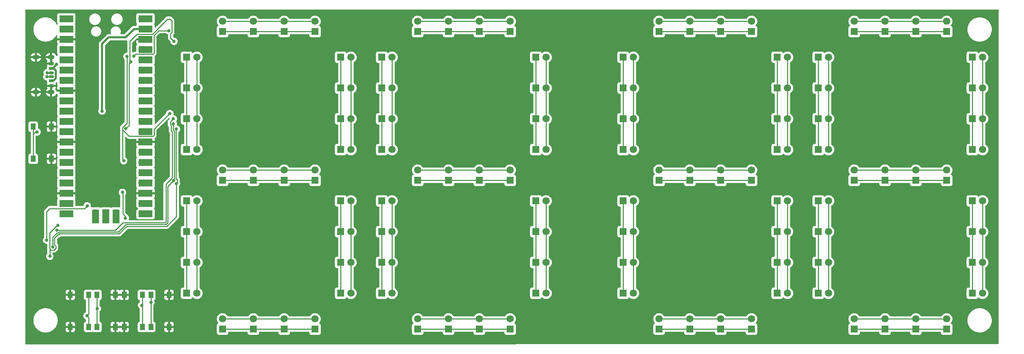
<source format=gbr>
%TF.GenerationSoftware,KiCad,Pcbnew,7.0.8*%
%TF.CreationDate,2023-11-29T08:53:45-05:00*%
%TF.ProjectId,clock,636c6f63-6b2e-46b6-9963-61645f706362,rev?*%
%TF.SameCoordinates,Original*%
%TF.FileFunction,Copper,L1,Top*%
%TF.FilePolarity,Positive*%
%FSLAX46Y46*%
G04 Gerber Fmt 4.6, Leading zero omitted, Abs format (unit mm)*
G04 Created by KiCad (PCBNEW 7.0.8) date 2023-11-29 08:53:45*
%MOMM*%
%LPD*%
G01*
G04 APERTURE LIST*
G04 Aperture macros list*
%AMRoundRect*
0 Rectangle with rounded corners*
0 $1 Rounding radius*
0 $2 $3 $4 $5 $6 $7 $8 $9 X,Y pos of 4 corners*
0 Add a 4 corners polygon primitive as box body*
4,1,4,$2,$3,$4,$5,$6,$7,$8,$9,$2,$3,0*
0 Add four circle primitives for the rounded corners*
1,1,$1+$1,$2,$3*
1,1,$1+$1,$4,$5*
1,1,$1+$1,$6,$7*
1,1,$1+$1,$8,$9*
0 Add four rect primitives between the rounded corners*
20,1,$1+$1,$2,$3,$4,$5,0*
20,1,$1+$1,$4,$5,$6,$7,0*
20,1,$1+$1,$6,$7,$8,$9,0*
20,1,$1+$1,$8,$9,$2,$3,0*%
G04 Aperture macros list end*
%TA.AperFunction,ComponentPad*%
%ADD10R,1.800000X1.800000*%
%TD*%
%TA.AperFunction,ComponentPad*%
%ADD11C,1.800000*%
%TD*%
%TA.AperFunction,SMDPad,CuDef*%
%ADD12R,1.300000X1.550000*%
%TD*%
%TA.AperFunction,ComponentPad*%
%ADD13O,1.700000X1.700000*%
%TD*%
%TA.AperFunction,SMDPad,CuDef*%
%ADD14R,3.500000X1.700000*%
%TD*%
%TA.AperFunction,ComponentPad*%
%ADD15R,1.700000X1.700000*%
%TD*%
%TA.AperFunction,SMDPad,CuDef*%
%ADD16R,1.700000X3.500000*%
%TD*%
%TA.AperFunction,SMDPad,CuDef*%
%ADD17RoundRect,0.175000X-0.425000X0.175000X-0.425000X-0.175000X0.425000X-0.175000X0.425000X0.175000X0*%
%TD*%
%TA.AperFunction,SMDPad,CuDef*%
%ADD18RoundRect,0.190000X0.410000X-0.190000X0.410000X0.190000X-0.410000X0.190000X-0.410000X-0.190000X0*%
%TD*%
%TA.AperFunction,SMDPad,CuDef*%
%ADD19RoundRect,0.200000X0.400000X-0.200000X0.400000X0.200000X-0.400000X0.200000X-0.400000X-0.200000X0*%
%TD*%
%TA.AperFunction,SMDPad,CuDef*%
%ADD20RoundRect,0.175000X0.425000X-0.175000X0.425000X0.175000X-0.425000X0.175000X-0.425000X-0.175000X0*%
%TD*%
%TA.AperFunction,SMDPad,CuDef*%
%ADD21RoundRect,0.190000X-0.410000X0.190000X-0.410000X-0.190000X0.410000X-0.190000X0.410000X0.190000X0*%
%TD*%
%TA.AperFunction,SMDPad,CuDef*%
%ADD22RoundRect,0.200000X-0.400000X0.200000X-0.400000X-0.200000X0.400000X-0.200000X0.400000X0.200000X0*%
%TD*%
%TA.AperFunction,ComponentPad*%
%ADD23O,1.700000X1.100000*%
%TD*%
%TA.AperFunction,ViaPad*%
%ADD24C,0.800000*%
%TD*%
%TA.AperFunction,Conductor*%
%ADD25C,0.250000*%
%TD*%
%TA.AperFunction,Conductor*%
%ADD26C,0.500000*%
%TD*%
G04 APERTURE END LIST*
D10*
%TO.P,D104,1,K*%
%TO.N,DIG_1*%
X105151000Y-23870600D03*
D11*
%TO.P,D104,2,A*%
%TO.N,SEG_F*%
X107691000Y-23870600D03*
%TD*%
D10*
%TO.P,D72,1,K*%
%TO.N,DIG_1*%
X143251000Y-46730600D03*
D11*
%TO.P,D72,2,A*%
%TO.N,SEG_B*%
X145791000Y-46730600D03*
%TD*%
D10*
%TO.P,D1,1,K*%
%TO.N,DIG_2*%
X173731000Y-17520600D03*
D11*
%TO.P,D1,2,A*%
%TO.N,SEG_A*%
X173731000Y-14980600D03*
%TD*%
D10*
%TO.P,D91,1,K*%
%TO.N,DIG_3*%
X213101000Y-67050600D03*
D11*
%TO.P,D91,2,A*%
%TO.N,SEG_E*%
X215641000Y-67050600D03*
%TD*%
D10*
%TO.P,D43,1,K*%
%TO.N,DIG_2*%
X164841000Y-31490600D03*
D11*
%TO.P,D43,2,A*%
%TO.N,SEG_F*%
X167381000Y-31490600D03*
%TD*%
D10*
%TO.P,D36,1,K*%
%TO.N,DIG_2*%
X164841000Y-59430600D03*
D11*
%TO.P,D36,2,A*%
%TO.N,SEG_E*%
X167381000Y-59430600D03*
%TD*%
D10*
%TO.P,D5,1,K*%
%TO.N,DIG_2*%
X202941000Y-23870600D03*
D11*
%TO.P,D5,2,A*%
%TO.N,SEG_B*%
X205481000Y-23870600D03*
%TD*%
D10*
%TO.P,D48,1,K*%
%TO.N,DIG_0*%
X56891000Y-23870600D03*
D11*
%TO.P,D48,2,A*%
%TO.N,SEG_F*%
X59431000Y-23870600D03*
%TD*%
D10*
%TO.P,D22,1,K*%
%TO.N,DIG_0*%
X94991000Y-67050600D03*
D11*
%TO.P,D22,2,A*%
%TO.N,SEG_C*%
X97531000Y-67050600D03*
%TD*%
D12*
%TO.P,SW3,1,1*%
%TO.N,SET*%
X45938000Y-82689800D03*
X45938000Y-90639800D03*
%TO.P,SW3,2,2*%
%TO.N,GND*%
X41438000Y-82689800D03*
X41438000Y-90639800D03*
%TD*%
D10*
%TO.P,D27,1,K*%
%TO.N,DIG_2*%
X181351000Y-91180600D03*
D11*
%TO.P,D27,2,A*%
%TO.N,SEG_D*%
X181351000Y-88640600D03*
%TD*%
D10*
%TO.P,D53,1,K*%
%TO.N,DIG_0*%
X65781000Y-54350600D03*
D11*
%TO.P,D53,2,A*%
%TO.N,SEG_G*%
X65781000Y-51810600D03*
%TD*%
D10*
%TO.P,D81,1,K*%
%TO.N,DIG_3*%
X244851000Y-91180600D03*
D11*
%TO.P,D81,2,A*%
%TO.N,SEG_D*%
X244851000Y-88640600D03*
%TD*%
D10*
%TO.P,D52,1,K*%
%TO.N,DIG_2*%
X196591000Y-54350600D03*
D11*
%TO.P,D52,2,A*%
%TO.N,SEG_G*%
X196591000Y-51810600D03*
%TD*%
D10*
%TO.P,D10,1,K*%
%TO.N,DIG_0*%
X73401000Y-17520600D03*
D11*
%TO.P,D10,2,A*%
%TO.N,SEG_A*%
X73401000Y-14980600D03*
%TD*%
D10*
%TO.P,D21,1,K*%
%TO.N,DIG_0*%
X94991000Y-59430600D03*
D11*
%TO.P,D21,2,A*%
%TO.N,SEG_C*%
X97531000Y-59430600D03*
%TD*%
D10*
%TO.P,D63,1,K*%
%TO.N,DIG_1*%
X129281000Y-17520600D03*
D11*
%TO.P,D63,2,A*%
%TO.N,SEG_A*%
X129281000Y-14980600D03*
%TD*%
D12*
%TO.P,SW5,1,1*%
%TO.N,DST*%
X48042000Y-90639800D03*
X48042000Y-82689800D03*
%TO.P,SW5,2,2*%
%TO.N,GND*%
X52542000Y-90639800D03*
X52542000Y-82689800D03*
%TD*%
D10*
%TO.P,D59,1,K*%
%TO.N,DIG_3*%
X237231000Y-17520600D03*
D11*
%TO.P,D59,2,A*%
%TO.N,SEG_A*%
X237231000Y-14980600D03*
%TD*%
D10*
%TO.P,D103,1,K*%
%TO.N,DIG_1*%
X105151000Y-31490600D03*
D11*
%TO.P,D103,2,A*%
%TO.N,SEG_F*%
X107691000Y-31490600D03*
%TD*%
D10*
%TO.P,D51,1,K*%
%TO.N,DIG_2*%
X188971000Y-54350600D03*
D11*
%TO.P,D51,2,A*%
%TO.N,SEG_G*%
X188971000Y-51810600D03*
%TD*%
D10*
%TO.P,D61,1,K*%
%TO.N,DIG_1*%
X114041000Y-17520600D03*
D11*
%TO.P,D61,2,A*%
%TO.N,SEG_A*%
X114041000Y-14980600D03*
%TD*%
D10*
%TO.P,D45,1,K*%
%TO.N,DIG_0*%
X56891000Y-46730600D03*
D11*
%TO.P,D45,2,A*%
%TO.N,SEG_F*%
X59431000Y-46730600D03*
%TD*%
D10*
%TO.P,D29,1,K*%
%TO.N,DIG_0*%
X88641000Y-91180600D03*
D11*
%TO.P,D29,2,A*%
%TO.N,SEG_D*%
X88641000Y-88640600D03*
%TD*%
D10*
%TO.P,D90,1,K*%
%TO.N,DIG_3*%
X213101000Y-74670600D03*
D11*
%TO.P,D90,2,A*%
%TO.N,SEG_E*%
X215641000Y-74670600D03*
%TD*%
D12*
%TO.P,SW4,1,1*%
%TO.N,RESET*%
X18948400Y-48996400D03*
X18948400Y-41046400D03*
%TO.P,SW4,2,2*%
%TO.N,GND*%
X23448400Y-48996400D03*
X23448400Y-41046400D03*
%TD*%
D10*
%TO.P,D96,1,K*%
%TO.N,DIG_1*%
X105151000Y-59430600D03*
D11*
%TO.P,D96,2,A*%
%TO.N,SEG_E*%
X107691000Y-59430600D03*
%TD*%
D12*
%TO.P,SW2,1,1*%
%TO.N,DOWN*%
X34732400Y-90639800D03*
X34732400Y-82689800D03*
%TO.P,SW2,2,2*%
%TO.N,GND*%
X39232400Y-90639800D03*
X39232400Y-82689800D03*
%TD*%
D10*
%TO.P,D40,1,K*%
%TO.N,DIG_0*%
X56891000Y-59430600D03*
D11*
%TO.P,D40,2,A*%
%TO.N,SEG_E*%
X59431000Y-59430600D03*
%TD*%
D10*
%TO.P,D83,1,K*%
%TO.N,DIG_3*%
X229611000Y-91180600D03*
D11*
%TO.P,D83,2,A*%
%TO.N,SEG_D*%
X229611000Y-88640600D03*
%TD*%
D10*
%TO.P,D19,1,K*%
%TO.N,DIG_2*%
X202941000Y-74670600D03*
D11*
%TO.P,D19,2,A*%
%TO.N,SEG_C*%
X205481000Y-74670600D03*
%TD*%
D10*
%TO.P,D74,1,K*%
%TO.N,DIG_3*%
X251201000Y-67050600D03*
D11*
%TO.P,D74,2,A*%
%TO.N,SEG_C*%
X253741000Y-67050600D03*
%TD*%
D10*
%TO.P,D26,1,K*%
%TO.N,DIG_2*%
X188971000Y-91180600D03*
D11*
%TO.P,D26,2,A*%
%TO.N,SEG_D*%
X188971000Y-88640600D03*
%TD*%
D10*
%TO.P,D67,1,K*%
%TO.N,DIG_3*%
X251201000Y-39110600D03*
D11*
%TO.P,D67,2,A*%
%TO.N,SEG_B*%
X253741000Y-39110600D03*
%TD*%
D10*
%TO.P,D70,1,K*%
%TO.N,DIG_1*%
X143251000Y-31490600D03*
D11*
%TO.P,D70,2,A*%
%TO.N,SEG_B*%
X145791000Y-31490600D03*
%TD*%
D10*
%TO.P,D39,1,K*%
%TO.N,DIG_0*%
X56891000Y-67050600D03*
D11*
%TO.P,D39,2,A*%
%TO.N,SEG_E*%
X59431000Y-67050600D03*
%TD*%
D10*
%TO.P,D56,1,K*%
%TO.N,DIG_0*%
X88641000Y-54350600D03*
D11*
%TO.P,D56,2,A*%
%TO.N,SEG_G*%
X88641000Y-51810600D03*
%TD*%
D10*
%TO.P,D68,1,K*%
%TO.N,DIG_3*%
X251201000Y-46730600D03*
D11*
%TO.P,D68,2,A*%
%TO.N,SEG_B*%
X253741000Y-46730600D03*
%TD*%
D10*
%TO.P,D64,1,K*%
%TO.N,DIG_1*%
X136901000Y-17520600D03*
D11*
%TO.P,D64,2,A*%
%TO.N,SEG_A*%
X136901000Y-14980600D03*
%TD*%
D10*
%TO.P,D109,1,K*%
%TO.N,DIG_1*%
X114041000Y-54350600D03*
D11*
%TO.P,D109,2,A*%
%TO.N,SEG_G*%
X114041000Y-51810600D03*
%TD*%
D10*
%TO.P,D69,1,K*%
%TO.N,DIG_1*%
X143251000Y-23870600D03*
D11*
%TO.P,D69,2,A*%
%TO.N,SEG_B*%
X145791000Y-23870600D03*
%TD*%
D10*
%TO.P,D73,1,K*%
%TO.N,DIG_3*%
X251201000Y-59430600D03*
D11*
%TO.P,D73,2,A*%
%TO.N,SEG_C*%
X253741000Y-59430600D03*
%TD*%
D10*
%TO.P,D89,1,K*%
%TO.N,DIG_3*%
X213101000Y-82290600D03*
D11*
%TO.P,D89,2,A*%
%TO.N,SEG_E*%
X215641000Y-82290600D03*
%TD*%
D10*
%TO.P,D9,1,K*%
%TO.N,DIG_0*%
X65781000Y-17520600D03*
D11*
%TO.P,D9,2,A*%
%TO.N,SEG_A*%
X65781000Y-14980600D03*
%TD*%
D10*
%TO.P,D4,1,K*%
%TO.N,DIG_2*%
X196591000Y-17520600D03*
D11*
%TO.P,D4,2,A*%
%TO.N,SEG_A*%
X196591000Y-14980600D03*
%TD*%
D10*
%TO.P,D88,1,K*%
%TO.N,DIG_1*%
X114041000Y-91180600D03*
D11*
%TO.P,D88,2,A*%
%TO.N,SEG_D*%
X114041000Y-88640600D03*
%TD*%
D10*
%TO.P,D28,1,K*%
%TO.N,DIG_2*%
X173731000Y-91180600D03*
D11*
%TO.P,D28,2,A*%
%TO.N,SEG_D*%
X173731000Y-88640600D03*
%TD*%
D10*
%TO.P,D57,1,K*%
%TO.N,DIG_3*%
X221991000Y-17520600D03*
D11*
%TO.P,D57,2,A*%
%TO.N,SEG_A*%
X221991000Y-14980600D03*
%TD*%
D13*
%TO.P,U1,1,GPIO0*%
%TO.N,SDA_3V3*%
X28041600Y-14325600D03*
D14*
X27141600Y-14325600D03*
D13*
%TO.P,U1,2,GPIO1*%
%TO.N,SCL_3V3*%
X28041600Y-16865600D03*
D14*
X27141600Y-16865600D03*
D15*
%TO.P,U1,3,GND*%
%TO.N,GND*%
X28041600Y-19405600D03*
D14*
X27141600Y-19405600D03*
D13*
%TO.P,U1,4,GPIO2*%
%TO.N,SPI_SCK_3V3*%
X28041600Y-21945600D03*
D14*
X27141600Y-21945600D03*
D13*
%TO.P,U1,5,GPIO3*%
%TO.N,SPI_MOSI_3V3*%
X28041600Y-24485600D03*
D14*
X27141600Y-24485600D03*
D13*
%TO.P,U1,6,GPIO4*%
%TO.N,SPI_MISO_3V3*%
X28041600Y-27025600D03*
D14*
X27141600Y-27025600D03*
D13*
%TO.P,U1,7,GPIO5*%
%TO.N,SPI_CS0_3V3*%
X28041600Y-29565600D03*
D14*
X27141600Y-29565600D03*
D15*
%TO.P,U1,8,GND*%
%TO.N,GND*%
X28041600Y-32105600D03*
D14*
X27141600Y-32105600D03*
D13*
%TO.P,U1,9,GPIO6*%
%TO.N,SPI_CS1_3V3*%
X28041600Y-34645600D03*
D14*
X27141600Y-34645600D03*
D13*
%TO.P,U1,10,GPIO7*%
%TO.N,UP*%
X28041600Y-37185600D03*
D14*
X27141600Y-37185600D03*
D13*
%TO.P,U1,11,GPIO8*%
%TO.N,DOWN*%
X28041600Y-39725600D03*
D14*
X27141600Y-39725600D03*
D13*
%TO.P,U1,12,GPIO9*%
%TO.N,SET*%
X28041600Y-42265600D03*
D14*
X27141600Y-42265600D03*
D15*
%TO.P,U1,13,GND*%
%TO.N,GND*%
X28041600Y-44805600D03*
D14*
X27141600Y-44805600D03*
D13*
%TO.P,U1,14,GPIO10*%
%TO.N,Net-(U1-GPIO10)*%
X28041600Y-47345600D03*
D14*
X27141600Y-47345600D03*
D13*
%TO.P,U1,15,GPIO11*%
%TO.N,DST*%
X28041600Y-49885600D03*
D14*
X27141600Y-49885600D03*
D13*
%TO.P,U1,16,GPIO12*%
%TO.N,Net-(Q2A-B1)*%
X28041600Y-52425600D03*
D14*
X27141600Y-52425600D03*
D13*
%TO.P,U1,17,GPIO13*%
%TO.N,Net-(Q2B-B2)*%
X28041600Y-54965600D03*
D14*
X27141600Y-54965600D03*
D15*
%TO.P,U1,18,GND*%
%TO.N,GND*%
X28041600Y-57505600D03*
D14*
X27141600Y-57505600D03*
D13*
%TO.P,U1,19,GPIO14*%
%TO.N,Net-(Q7A-B1)*%
X28041600Y-60045600D03*
D14*
X27141600Y-60045600D03*
D13*
%TO.P,U1,20,GPIO15*%
%TO.N,Net-(Q7B-B2)*%
X28041600Y-62585600D03*
D14*
X27141600Y-62585600D03*
D13*
%TO.P,U1,21,GPIO16*%
%TO.N,SEG_A_SWITCH*%
X45821600Y-62585600D03*
D14*
X46721600Y-62585600D03*
D13*
%TO.P,U1,22,GPIO17*%
%TO.N,SEG_B_SWITCH*%
X45821600Y-60045600D03*
D14*
X46721600Y-60045600D03*
D15*
%TO.P,U1,23,GND*%
%TO.N,GND*%
X45821600Y-57505600D03*
D14*
X46721600Y-57505600D03*
D13*
%TO.P,U1,24,GPIO18*%
%TO.N,SEG_C_SWITCH*%
X45821600Y-54965600D03*
D14*
X46721600Y-54965600D03*
D13*
%TO.P,U1,25,GPIO19*%
%TO.N,SEG_D_SWITCH*%
X45821600Y-52425600D03*
D14*
X46721600Y-52425600D03*
D13*
%TO.P,U1,26,GPIO20*%
%TO.N,SEG_E_SWITCH*%
X45821600Y-49885600D03*
D14*
X46721600Y-49885600D03*
D13*
%TO.P,U1,27,GPIO21*%
%TO.N,SEG_F_SWITCH*%
X45821600Y-47345600D03*
D14*
X46721600Y-47345600D03*
D15*
%TO.P,U1,28,GND*%
%TO.N,GND*%
X45821600Y-44805600D03*
D14*
X46721600Y-44805600D03*
D13*
%TO.P,U1,29,GPIO22*%
%TO.N,SEG_G_SWITCH*%
X45821600Y-42265600D03*
D14*
X46721600Y-42265600D03*
D13*
%TO.P,U1,30,RUN*%
%TO.N,RESET*%
X45821600Y-39725600D03*
D14*
X46721600Y-39725600D03*
D13*
%TO.P,U1,31,GPIO26_ADC0*%
%TO.N,unconnected-(U1-GPIO26_ADC0-Pad31)*%
X45821600Y-37185600D03*
D14*
X46721600Y-37185600D03*
D13*
%TO.P,U1,32,GPIO27_ADC1*%
%TO.N,unconnected-(U1-GPIO27_ADC1-Pad32)*%
X45821600Y-34645600D03*
D14*
X46721600Y-34645600D03*
D15*
%TO.P,U1,33,AGND*%
%TO.N,unconnected-(U1-AGND-Pad33)*%
X45821600Y-32105600D03*
D14*
X46721600Y-32105600D03*
D13*
%TO.P,U1,34,GPIO28_ADC2*%
%TO.N,unconnected-(U1-GPIO28_ADC2-Pad34)*%
X45821600Y-29565600D03*
D14*
X46721600Y-29565600D03*
D13*
%TO.P,U1,35,ADC_VREF*%
%TO.N,unconnected-(U1-ADC_VREF-Pad35)*%
X45821600Y-27025600D03*
D14*
X46721600Y-27025600D03*
D13*
%TO.P,U1,36,3V3*%
%TO.N,+3V3*%
X45821600Y-24485600D03*
D14*
X46721600Y-24485600D03*
D13*
%TO.P,U1,37,3V3_EN*%
%TO.N,unconnected-(U1-3V3_EN-Pad37)*%
X45821600Y-21945600D03*
D14*
X46721600Y-21945600D03*
D15*
%TO.P,U1,38,GND*%
%TO.N,GND*%
X45821600Y-19405600D03*
D14*
X46721600Y-19405600D03*
D13*
%TO.P,U1,39,VSYS*%
%TO.N,+5V*%
X45821600Y-16865600D03*
D14*
X46721600Y-16865600D03*
D13*
%TO.P,U1,40,VBUS*%
%TO.N,unconnected-(U1-VBUS-Pad40)*%
X45821600Y-14325600D03*
D14*
X46721600Y-14325600D03*
D13*
%TO.P,U1,41,SWCLK*%
%TO.N,unconnected-(U1-SWCLK-Pad41)*%
X34391600Y-62355600D03*
D16*
X34391600Y-63255600D03*
D15*
%TO.P,U1,42,GND*%
%TO.N,unconnected-(U1-GND-Pad42)*%
X36931600Y-62355600D03*
D16*
X36931600Y-63255600D03*
D13*
%TO.P,U1,43,SWDIO*%
%TO.N,unconnected-(U1-SWDIO-Pad43)*%
X39471600Y-62355600D03*
D16*
X39471600Y-63255600D03*
%TD*%
D12*
%TO.P,SW1,1,1*%
%TO.N,UP*%
X32628400Y-82689800D03*
X32628400Y-90639800D03*
%TO.P,SW1,2,2*%
%TO.N,GND*%
X28128400Y-82689800D03*
X28128400Y-90639800D03*
%TD*%
D10*
%TO.P,D65,1,K*%
%TO.N,DIG_3*%
X251201000Y-23870600D03*
D11*
%TO.P,D65,2,A*%
%TO.N,SEG_B*%
X253741000Y-23870600D03*
%TD*%
D10*
%TO.P,D24,1,K*%
%TO.N,DIG_0*%
X94991000Y-82290600D03*
D11*
%TO.P,D24,2,A*%
%TO.N,SEG_C*%
X97531000Y-82290600D03*
%TD*%
D10*
%TO.P,D20,1,K*%
%TO.N,DIG_2*%
X202941000Y-82290600D03*
D11*
%TO.P,D20,2,A*%
%TO.N,SEG_C*%
X205481000Y-82290600D03*
%TD*%
D10*
%TO.P,D37,1,K*%
%TO.N,DIG_0*%
X56891000Y-82290600D03*
D11*
%TO.P,D37,2,A*%
%TO.N,SEG_E*%
X59431000Y-82290600D03*
%TD*%
D10*
%TO.P,D54,1,K*%
%TO.N,DIG_0*%
X73401000Y-54350600D03*
D11*
%TO.P,D54,2,A*%
%TO.N,SEG_G*%
X73401000Y-51810600D03*
%TD*%
D10*
%TO.P,D80,1,K*%
%TO.N,DIG_1*%
X143251000Y-82290600D03*
D11*
%TO.P,D80,2,A*%
%TO.N,SEG_C*%
X145791000Y-82290600D03*
%TD*%
D10*
%TO.P,D47,1,K*%
%TO.N,DIG_0*%
X56891000Y-31490600D03*
D11*
%TO.P,D47,2,A*%
%TO.N,SEG_F*%
X59431000Y-31490600D03*
%TD*%
D10*
%TO.P,D34,1,K*%
%TO.N,DIG_2*%
X164841000Y-74670600D03*
D11*
%TO.P,D34,2,A*%
%TO.N,SEG_E*%
X167381000Y-74670600D03*
%TD*%
D10*
%TO.P,D102,1,K*%
%TO.N,DIG_1*%
X105151000Y-39110600D03*
D11*
%TO.P,D102,2,A*%
%TO.N,SEG_F*%
X107691000Y-39110600D03*
%TD*%
D10*
%TO.P,D35,1,K*%
%TO.N,DIG_2*%
X164841000Y-67050600D03*
D11*
%TO.P,D35,2,A*%
%TO.N,SEG_E*%
X167381000Y-67050600D03*
%TD*%
D10*
%TO.P,D112,1,K*%
%TO.N,DIG_1*%
X136901000Y-54350600D03*
D11*
%TO.P,D112,2,A*%
%TO.N,SEG_G*%
X136901000Y-51810600D03*
%TD*%
D10*
%TO.P,D71,1,K*%
%TO.N,DIG_1*%
X143251000Y-39110600D03*
D11*
%TO.P,D71,2,A*%
%TO.N,SEG_B*%
X145791000Y-39110600D03*
%TD*%
D10*
%TO.P,D49,1,K*%
%TO.N,DIG_2*%
X173731000Y-54350600D03*
D11*
%TO.P,D49,2,A*%
%TO.N,SEG_G*%
X173731000Y-51810600D03*
%TD*%
D10*
%TO.P,D17,1,K*%
%TO.N,DIG_2*%
X202941000Y-59430600D03*
D11*
%TO.P,D17,2,A*%
%TO.N,SEG_C*%
X205481000Y-59430600D03*
%TD*%
D10*
%TO.P,D106,1,K*%
%TO.N,DIG_3*%
X229611000Y-54350600D03*
D11*
%TO.P,D106,2,A*%
%TO.N,SEG_G*%
X229611000Y-51810600D03*
%TD*%
D10*
%TO.P,D32,1,K*%
%TO.N,DIG_0*%
X65781000Y-91180600D03*
D11*
%TO.P,D32,2,A*%
%TO.N,SEG_D*%
X65781000Y-88640600D03*
%TD*%
D10*
%TO.P,D100,1,K*%
%TO.N,DIG_3*%
X213101000Y-23870600D03*
D11*
%TO.P,D100,2,A*%
%TO.N,SEG_F*%
X215641000Y-23870600D03*
%TD*%
D10*
%TO.P,D55,1,K*%
%TO.N,DIG_0*%
X81021000Y-54350600D03*
D11*
%TO.P,D55,2,A*%
%TO.N,SEG_G*%
X81021000Y-51810600D03*
%TD*%
D10*
%TO.P,D44,1,K*%
%TO.N,DIG_2*%
X164841000Y-23870600D03*
D11*
%TO.P,D44,2,A*%
%TO.N,SEG_F*%
X167381000Y-23870600D03*
%TD*%
D10*
%TO.P,D15,1,K*%
%TO.N,DIG_0*%
X94991000Y-39110600D03*
D11*
%TO.P,D15,2,A*%
%TO.N,SEG_B*%
X97531000Y-39110600D03*
%TD*%
D10*
%TO.P,D99,1,K*%
%TO.N,DIG_3*%
X213101000Y-31490600D03*
D11*
%TO.P,D99,2,A*%
%TO.N,SEG_F*%
X215641000Y-31490600D03*
%TD*%
D10*
%TO.P,D108,1,K*%
%TO.N,DIG_3*%
X244851000Y-54350600D03*
D11*
%TO.P,D108,2,A*%
%TO.N,SEG_G*%
X244851000Y-51810600D03*
%TD*%
D10*
%TO.P,D66,1,K*%
%TO.N,DIG_3*%
X251201000Y-31490600D03*
D11*
%TO.P,D66,2,A*%
%TO.N,SEG_B*%
X253741000Y-31490600D03*
%TD*%
D10*
%TO.P,D58,1,K*%
%TO.N,DIG_3*%
X229611000Y-17520600D03*
D11*
%TO.P,D58,2,A*%
%TO.N,SEG_A*%
X229611000Y-14980600D03*
%TD*%
D10*
%TO.P,D110,1,K*%
%TO.N,DIG_1*%
X121661000Y-54350600D03*
D11*
%TO.P,D110,2,A*%
%TO.N,SEG_G*%
X121661000Y-51810600D03*
%TD*%
D10*
%TO.P,D23,1,K*%
%TO.N,DIG_0*%
X94991000Y-74670600D03*
D11*
%TO.P,D23,2,A*%
%TO.N,SEG_C*%
X97531000Y-74670600D03*
%TD*%
D10*
%TO.P,D33,1,K*%
%TO.N,DIG_2*%
X164841000Y-82290600D03*
D11*
%TO.P,D33,2,A*%
%TO.N,SEG_E*%
X167381000Y-82290600D03*
%TD*%
D10*
%TO.P,D92,1,K*%
%TO.N,DIG_3*%
X213101000Y-59430600D03*
D11*
%TO.P,D92,2,A*%
%TO.N,SEG_E*%
X215641000Y-59430600D03*
%TD*%
D10*
%TO.P,D7,1,K*%
%TO.N,DIG_2*%
X202941000Y-39110600D03*
D11*
%TO.P,D7,2,A*%
%TO.N,SEG_B*%
X205481000Y-39110600D03*
%TD*%
D17*
%TO.P,J3,A5,CC1*%
%TO.N,Net-(J3-CC1)*%
X23469600Y-27696000D03*
D18*
%TO.P,J3,A9,VBUS*%
%TO.N,Net-(D113-A)*%
X23469600Y-29716000D03*
D19*
%TO.P,J3,A12,GND*%
%TO.N,GND*%
X23469600Y-30946000D03*
D20*
%TO.P,J3,B5,CC2*%
%TO.N,Net-(J3-CC2)*%
X23469600Y-28696000D03*
D21*
%TO.P,J3,B9,VBUS*%
%TO.N,Net-(D113-A)*%
X23469600Y-26676000D03*
D22*
%TO.P,J3,B12,GND*%
%TO.N,GND*%
X23469600Y-25446000D03*
D23*
%TO.P,J3,S1,SHIELD*%
X23389600Y-23876000D03*
X19589600Y-23876000D03*
X23389600Y-32516000D03*
X19589600Y-32516000D03*
%TD*%
D10*
%TO.P,D82,1,K*%
%TO.N,DIG_3*%
X237231000Y-91180600D03*
D11*
%TO.P,D82,2,A*%
%TO.N,SEG_D*%
X237231000Y-88640600D03*
%TD*%
D10*
%TO.P,D79,1,K*%
%TO.N,DIG_1*%
X143251000Y-74670600D03*
D11*
%TO.P,D79,2,A*%
%TO.N,SEG_C*%
X145791000Y-74670600D03*
%TD*%
D10*
%TO.P,D30,1,K*%
%TO.N,DIG_0*%
X81021000Y-91180600D03*
D11*
%TO.P,D30,2,A*%
%TO.N,SEG_D*%
X81021000Y-88640600D03*
%TD*%
D10*
%TO.P,D95,1,K*%
%TO.N,DIG_1*%
X105151000Y-67050600D03*
D11*
%TO.P,D95,2,A*%
%TO.N,SEG_E*%
X107691000Y-67050600D03*
%TD*%
D10*
%TO.P,D16,1,K*%
%TO.N,DIG_0*%
X94991000Y-46730600D03*
D11*
%TO.P,D16,2,A*%
%TO.N,SEG_B*%
X97531000Y-46730600D03*
%TD*%
D10*
%TO.P,D13,1,K*%
%TO.N,DIG_0*%
X94991000Y-23870600D03*
D11*
%TO.P,D13,2,A*%
%TO.N,SEG_B*%
X97531000Y-23870600D03*
%TD*%
D10*
%TO.P,D60,1,K*%
%TO.N,DIG_3*%
X244851000Y-17520600D03*
D11*
%TO.P,D60,2,A*%
%TO.N,SEG_A*%
X244851000Y-14980600D03*
%TD*%
D10*
%TO.P,D2,1,K*%
%TO.N,DIG_2*%
X181351000Y-17520600D03*
D11*
%TO.P,D2,2,A*%
%TO.N,SEG_A*%
X181351000Y-14980600D03*
%TD*%
D10*
%TO.P,D11,1,K*%
%TO.N,DIG_0*%
X81021000Y-17520600D03*
D11*
%TO.P,D11,2,A*%
%TO.N,SEG_A*%
X81021000Y-14980600D03*
%TD*%
D10*
%TO.P,D101,1,K*%
%TO.N,DIG_1*%
X105151000Y-46730600D03*
D11*
%TO.P,D101,2,A*%
%TO.N,SEG_F*%
X107691000Y-46730600D03*
%TD*%
D10*
%TO.P,D50,1,K*%
%TO.N,DIG_2*%
X181351000Y-54350600D03*
D11*
%TO.P,D50,2,A*%
%TO.N,SEG_G*%
X181351000Y-51810600D03*
%TD*%
D10*
%TO.P,D86,1,K*%
%TO.N,DIG_1*%
X129281000Y-91180600D03*
D11*
%TO.P,D86,2,A*%
%TO.N,SEG_D*%
X129281000Y-88640600D03*
%TD*%
D10*
%TO.P,D3,1,K*%
%TO.N,DIG_2*%
X188971000Y-17520600D03*
D11*
%TO.P,D3,2,A*%
%TO.N,SEG_A*%
X188971000Y-14980600D03*
%TD*%
D10*
%TO.P,D76,1,K*%
%TO.N,DIG_3*%
X251201000Y-82290600D03*
D11*
%TO.P,D76,2,A*%
%TO.N,SEG_C*%
X253741000Y-82290600D03*
%TD*%
D10*
%TO.P,D14,1,K*%
%TO.N,DIG_0*%
X94991000Y-31490600D03*
D11*
%TO.P,D14,2,A*%
%TO.N,SEG_B*%
X97531000Y-31490600D03*
%TD*%
D10*
%TO.P,D78,1,K*%
%TO.N,DIG_1*%
X143251000Y-67050600D03*
D11*
%TO.P,D78,2,A*%
%TO.N,SEG_C*%
X145791000Y-67050600D03*
%TD*%
D10*
%TO.P,D42,1,K*%
%TO.N,DIG_2*%
X164841000Y-39110600D03*
D11*
%TO.P,D42,2,A*%
%TO.N,SEG_F*%
X167381000Y-39110600D03*
%TD*%
D10*
%TO.P,D97,1,K*%
%TO.N,DIG_3*%
X213101000Y-46730600D03*
D11*
%TO.P,D97,2,A*%
%TO.N,SEG_F*%
X215641000Y-46730600D03*
%TD*%
D10*
%TO.P,D98,1,K*%
%TO.N,DIG_3*%
X213101000Y-39110600D03*
D11*
%TO.P,D98,2,A*%
%TO.N,SEG_F*%
X215641000Y-39110600D03*
%TD*%
D10*
%TO.P,D94,1,K*%
%TO.N,DIG_1*%
X105151000Y-74670600D03*
D11*
%TO.P,D94,2,A*%
%TO.N,SEG_E*%
X107691000Y-74670600D03*
%TD*%
D10*
%TO.P,D38,1,K*%
%TO.N,DIG_0*%
X56891000Y-74670600D03*
D11*
%TO.P,D38,2,A*%
%TO.N,SEG_E*%
X59431000Y-74670600D03*
%TD*%
D10*
%TO.P,D85,1,K*%
%TO.N,DIG_1*%
X136901000Y-91180600D03*
D11*
%TO.P,D85,2,A*%
%TO.N,SEG_D*%
X136901000Y-88640600D03*
%TD*%
D10*
%TO.P,D77,1,K*%
%TO.N,DIG_1*%
X143251000Y-59430600D03*
D11*
%TO.P,D77,2,A*%
%TO.N,SEG_C*%
X145791000Y-59430600D03*
%TD*%
D10*
%TO.P,D8,1,K*%
%TO.N,DIG_2*%
X202941000Y-46730600D03*
D11*
%TO.P,D8,2,A*%
%TO.N,SEG_B*%
X205481000Y-46730600D03*
%TD*%
D10*
%TO.P,D93,1,K*%
%TO.N,DIG_1*%
X105151000Y-82290600D03*
D11*
%TO.P,D93,2,A*%
%TO.N,SEG_E*%
X107691000Y-82290600D03*
%TD*%
D10*
%TO.P,D41,1,K*%
%TO.N,DIG_2*%
X164841000Y-46730600D03*
D11*
%TO.P,D41,2,A*%
%TO.N,SEG_F*%
X167381000Y-46730600D03*
%TD*%
D10*
%TO.P,D12,1,K*%
%TO.N,DIG_0*%
X88641000Y-17520600D03*
D11*
%TO.P,D12,2,A*%
%TO.N,SEG_A*%
X88641000Y-14980600D03*
%TD*%
D10*
%TO.P,D25,1,K*%
%TO.N,DIG_2*%
X196591000Y-91180600D03*
D11*
%TO.P,D25,2,A*%
%TO.N,SEG_D*%
X196591000Y-88640600D03*
%TD*%
D10*
%TO.P,D105,1,K*%
%TO.N,DIG_3*%
X221991000Y-54350600D03*
D11*
%TO.P,D105,2,A*%
%TO.N,SEG_G*%
X221991000Y-51810600D03*
%TD*%
D10*
%TO.P,D31,1,K*%
%TO.N,DIG_0*%
X73401000Y-91180600D03*
D11*
%TO.P,D31,2,A*%
%TO.N,SEG_D*%
X73401000Y-88640600D03*
%TD*%
D10*
%TO.P,D18,1,K*%
%TO.N,DIG_2*%
X202941000Y-67050600D03*
D11*
%TO.P,D18,2,A*%
%TO.N,SEG_C*%
X205481000Y-67050600D03*
%TD*%
D10*
%TO.P,D107,1,K*%
%TO.N,DIG_3*%
X237231000Y-54350600D03*
D11*
%TO.P,D107,2,A*%
%TO.N,SEG_G*%
X237231000Y-51810600D03*
%TD*%
D10*
%TO.P,D75,1,K*%
%TO.N,DIG_3*%
X251201000Y-74670600D03*
D11*
%TO.P,D75,2,A*%
%TO.N,SEG_C*%
X253741000Y-74670600D03*
%TD*%
D10*
%TO.P,D87,1,K*%
%TO.N,DIG_1*%
X121661000Y-91180600D03*
D11*
%TO.P,D87,2,A*%
%TO.N,SEG_D*%
X121661000Y-88640600D03*
%TD*%
D10*
%TO.P,D84,1,K*%
%TO.N,DIG_3*%
X221991000Y-91180600D03*
D11*
%TO.P,D84,2,A*%
%TO.N,SEG_D*%
X221991000Y-88640600D03*
%TD*%
D10*
%TO.P,D46,1,K*%
%TO.N,DIG_0*%
X56891000Y-39110600D03*
D11*
%TO.P,D46,2,A*%
%TO.N,SEG_F*%
X59431000Y-39110600D03*
%TD*%
D10*
%TO.P,D111,1,K*%
%TO.N,DIG_1*%
X129281000Y-54350600D03*
D11*
%TO.P,D111,2,A*%
%TO.N,SEG_G*%
X129281000Y-51810600D03*
%TD*%
D10*
%TO.P,D6,1,K*%
%TO.N,DIG_2*%
X202941000Y-31490600D03*
D11*
%TO.P,D6,2,A*%
%TO.N,SEG_B*%
X205481000Y-31490600D03*
%TD*%
D10*
%TO.P,D62,1,K*%
%TO.N,DIG_1*%
X121661000Y-17520600D03*
D11*
%TO.P,D62,2,A*%
%TO.N,SEG_A*%
X121661000Y-14980600D03*
%TD*%
D24*
%TO.N,DIG_2*%
X23063200Y-73152000D03*
X25044400Y-65532000D03*
X54356000Y-41656000D03*
X54356000Y-55168800D03*
%TO.N,DIG_0*%
X24790400Y-66649600D03*
X53588412Y-39110600D03*
%TO.N,SEG_D*%
X41021000Y-57327800D03*
X41727901Y-63682099D03*
%TO.N,SEG_F*%
X52730400Y-37795200D03*
X42113200Y-23672800D03*
X52476900Y-17322800D03*
X41351200Y-49479200D03*
X43840400Y-23571200D03*
%TO.N,SEG_G*%
X41808400Y-41554400D03*
X53773200Y-19937600D03*
X43078400Y-24993600D03*
%TO.N,DIG_3*%
X32308800Y-60655200D03*
X22250400Y-69138800D03*
%TO.N,DIG_1*%
X53655866Y-54430354D03*
X53588412Y-40335600D03*
X23774400Y-70866000D03*
%TO.N,GND*%
X54254400Y-15341600D03*
X40843200Y-53340000D03*
X44450000Y-61315600D03*
X31851600Y-37642800D03*
%TO.N,UP*%
X32258000Y-87884000D03*
%TO.N,DOWN*%
X34798000Y-86106000D03*
%TO.N,SET*%
X45770800Y-85293200D03*
%TO.N,+5V*%
X35966400Y-37185600D03*
%TO.N,Net-(J3-CC1)*%
X22381378Y-27705110D03*
%TO.N,Net-(J3-CC2)*%
X22339592Y-28703739D03*
%TO.N,RESET*%
X19913600Y-42367200D03*
%TO.N,DST*%
X48056800Y-84531200D03*
%TO.N,Net-(D113-A)*%
X24688800Y-25649200D03*
%TD*%
D25*
%TO.N,DIG_2*%
X54254400Y-41757600D02*
X54356000Y-41656000D01*
X40240800Y-67556800D02*
X42069600Y-65728000D01*
X164841000Y-23870600D02*
X164841000Y-39110600D01*
X54559200Y-54065000D02*
X54281500Y-54065000D01*
X24074705Y-71591000D02*
X24499400Y-71166305D01*
X23063200Y-71180105D02*
X23063200Y-73152000D01*
X51951596Y-65728000D02*
X54356000Y-63323596D01*
X25277101Y-67824600D02*
X25544901Y-67556800D01*
X25044400Y-65532000D02*
X24882695Y-65532000D01*
X24499400Y-70565695D02*
X24224400Y-70290695D01*
X54356000Y-55168800D02*
X54559200Y-54965600D01*
X23049400Y-71166305D02*
X23063200Y-71180105D01*
X24224400Y-68613996D02*
X25013796Y-67824600D01*
X54254400Y-52374800D02*
X54254400Y-41757600D01*
X173731000Y-17520600D02*
X196591000Y-17520600D01*
X196591000Y-54350600D02*
X173731000Y-54350600D01*
X23063200Y-71424800D02*
X23229400Y-71591000D01*
X164841000Y-46730600D02*
X164841000Y-39110600D01*
X54356000Y-63323596D02*
X54356000Y-55168800D01*
X54281500Y-52401900D02*
X54254400Y-52374800D01*
X25013796Y-67824600D02*
X25277101Y-67824600D01*
X173731000Y-91180600D02*
X196591000Y-91180600D01*
X24499400Y-71166305D02*
X24499400Y-70565695D01*
X23229400Y-71591000D02*
X24074705Y-71591000D01*
X23049400Y-67365295D02*
X23049400Y-71166305D01*
X202941000Y-23870600D02*
X202941000Y-46730600D01*
X24882695Y-65532000D02*
X23049400Y-67365295D01*
X42069600Y-65728000D02*
X51951596Y-65728000D01*
X24224400Y-70290695D02*
X24224400Y-68613996D01*
X164841000Y-59430600D02*
X164841000Y-82290600D01*
X25544901Y-67556800D02*
X40240800Y-67556800D01*
X54281500Y-54065000D02*
X54281500Y-52401900D01*
X202941000Y-82290600D02*
X202941000Y-59430600D01*
X54559200Y-54965600D02*
X54559200Y-54065000D01*
%TO.N,SEG_A*%
X121661000Y-14980600D02*
X129281000Y-14980600D01*
X181351000Y-14980600D02*
X174156000Y-14980600D01*
X121661000Y-14980600D02*
X114041000Y-14980600D01*
X181351000Y-14980600D02*
X196591000Y-14980600D01*
X129281000Y-14980600D02*
X136901000Y-14980600D01*
X81021000Y-14980600D02*
X88216000Y-14980600D01*
X73401000Y-14980600D02*
X81021000Y-14980600D01*
X221991000Y-14980600D02*
X229611000Y-14980600D01*
X229611000Y-14980600D02*
X237231000Y-14980600D01*
X237231000Y-14980600D02*
X244851000Y-14980600D01*
X65781000Y-14980600D02*
X73401000Y-14980600D01*
%TO.N,SEG_B*%
X145791000Y-23870600D02*
X145791000Y-46730600D01*
X205481000Y-46730600D02*
X205481000Y-23870600D01*
X97531000Y-23870600D02*
X97531000Y-46730600D01*
X253741000Y-46730600D02*
X253741000Y-23870600D01*
%TO.N,DIG_0*%
X65781000Y-91180600D02*
X88641000Y-91180600D01*
X56891000Y-82290600D02*
X56891000Y-74670600D01*
X52863412Y-40635905D02*
X53086000Y-40858493D01*
X65781000Y-17520600D02*
X88641000Y-17520600D01*
X94991000Y-74670600D02*
X94991000Y-82290600D01*
X94991000Y-59430600D02*
X94991000Y-67050600D01*
X56891000Y-74670600D02*
X56891000Y-67050600D01*
X56891000Y-31490600D02*
X56891000Y-23870600D01*
X65781000Y-54350600D02*
X73401000Y-54350600D01*
X39285204Y-66656800D02*
X24797600Y-66656800D01*
X53354400Y-42316102D02*
X53354400Y-53706515D01*
X53086000Y-40858493D02*
X53086000Y-42047702D01*
X94991000Y-23870600D02*
X94991000Y-46730600D01*
X51578804Y-64828000D02*
X41114004Y-64828000D01*
X51772400Y-55288515D02*
X51772400Y-64634404D01*
X56891000Y-39110600D02*
X56891000Y-46730600D01*
X52863412Y-39835600D02*
X52863412Y-40635905D01*
X94991000Y-67050600D02*
X94991000Y-74670600D01*
X56891000Y-31490600D02*
X56891000Y-39110600D01*
X56891000Y-67050600D02*
X56891000Y-59430600D01*
X73401000Y-54350600D02*
X81021000Y-54350600D01*
X41114004Y-64828000D02*
X39285204Y-66656800D01*
X24797600Y-66656800D02*
X24790400Y-66649600D01*
X53086000Y-42047702D02*
X53354400Y-42316102D01*
X81021000Y-54350600D02*
X88641000Y-54350600D01*
X53354400Y-53706515D02*
X51772400Y-55288515D01*
X51772400Y-64634404D02*
X51578804Y-64828000D01*
X53588412Y-39110600D02*
X52863412Y-39835600D01*
%TO.N,SEG_C*%
X253741000Y-59430600D02*
X253741000Y-82290600D01*
X205481000Y-59430600D02*
X205481000Y-67050600D01*
X205481000Y-67050600D02*
X205481000Y-74670600D01*
X97531000Y-59430600D02*
X97531000Y-82290600D01*
X205481000Y-74670600D02*
X205481000Y-82290600D01*
X145791000Y-59430600D02*
X145791000Y-82290600D01*
%TO.N,SEG_D*%
X41097200Y-62636400D02*
X41727901Y-63267101D01*
X88641000Y-88640600D02*
X81021000Y-88640600D01*
X188971000Y-88640600D02*
X181351000Y-88640600D01*
X129281000Y-88640600D02*
X121661000Y-88640600D01*
X229611000Y-88640600D02*
X221991000Y-88640600D01*
X244851000Y-88640600D02*
X237231000Y-88640600D01*
X41097200Y-57404000D02*
X41097200Y-62636400D01*
X181351000Y-88640600D02*
X173731000Y-88640600D01*
X81021000Y-88640600D02*
X73401000Y-88640600D01*
X237231000Y-88640600D02*
X229611000Y-88640600D01*
X196591000Y-88640600D02*
X188971000Y-88640600D01*
X73401000Y-88640600D02*
X65781000Y-88640600D01*
X136901000Y-88640600D02*
X129281000Y-88640600D01*
X41727901Y-63267101D02*
X41727901Y-63682099D01*
X121661000Y-88640600D02*
X114041000Y-88640600D01*
%TO.N,SEG_E*%
X59431000Y-59430600D02*
X59431000Y-82290600D01*
X167381000Y-59430600D02*
X167381000Y-82290600D01*
X107691000Y-59430600D02*
X107691000Y-82290600D01*
X215641000Y-59430600D02*
X215641000Y-82290600D01*
%TO.N,SEG_F*%
X59431000Y-31490600D02*
X59431000Y-39110600D01*
X48796600Y-22930220D02*
X48606220Y-23120600D01*
X42113200Y-23672800D02*
X42164000Y-23723600D01*
X52730400Y-37795200D02*
X52730400Y-37744400D01*
X59431000Y-39110600D02*
X59431000Y-46730600D01*
X59431000Y-23870600D02*
X59431000Y-31490600D01*
X41083400Y-49211400D02*
X41351200Y-49479200D01*
X48606220Y-43440600D02*
X42669295Y-43440600D01*
X48796600Y-41678200D02*
X48796600Y-43250220D01*
X52679600Y-37795200D02*
X52679600Y-37795200D01*
X42669295Y-43440600D02*
X41083400Y-41854705D01*
X52476900Y-17322800D02*
X49960416Y-17322800D01*
X49960416Y-17322800D02*
X48796600Y-18486616D01*
X48796600Y-43250220D02*
X48606220Y-43440600D01*
X107691000Y-23870600D02*
X107691000Y-46730600D01*
X48796600Y-18486616D02*
X48796600Y-22930220D01*
X52730400Y-37744400D02*
X48796600Y-41678200D01*
X215641000Y-23870600D02*
X215641000Y-46730600D01*
X44291000Y-23120600D02*
X43840400Y-23571200D01*
X167381000Y-23870600D02*
X167381000Y-46730600D01*
X42164000Y-23723600D02*
X42164000Y-40173495D01*
X48606220Y-23120600D02*
X44291000Y-23120600D01*
X42164000Y-40173495D02*
X41083400Y-41254095D01*
X41083400Y-41254095D02*
X41083400Y-49211400D01*
X52679600Y-37795200D02*
X52730400Y-37795200D01*
%TO.N,SEG_G*%
X42824400Y-23986905D02*
X42824400Y-24739600D01*
X53201400Y-17766200D02*
X53201400Y-14838095D01*
X49876295Y-16770525D02*
X48460420Y-18186400D01*
X52776705Y-14413400D02*
X52176095Y-14413400D01*
X42838200Y-23973105D02*
X42824400Y-23986905D01*
X42614000Y-40748800D02*
X41808400Y-41554400D01*
X48460420Y-18186400D02*
X44602400Y-18186400D01*
X237231000Y-51810600D02*
X244851000Y-51810600D01*
X44602400Y-18186400D02*
X42824400Y-19964400D01*
X52933600Y-18034000D02*
X53201400Y-17766200D01*
X196591000Y-51810600D02*
X173731000Y-51810600D01*
X43078400Y-24993600D02*
X42614000Y-25458000D01*
X49876295Y-16713200D02*
X49876295Y-16770525D01*
X53201400Y-14838095D02*
X52776705Y-14413400D01*
X42614000Y-25458000D02*
X42614000Y-40748800D01*
X42838200Y-23372495D02*
X42838200Y-23973105D01*
X129281000Y-51810600D02*
X121661000Y-51810600D01*
X42824400Y-19964400D02*
X42824400Y-23358695D01*
X65781000Y-51810600D02*
X73401000Y-51810600D01*
X121661000Y-51810600D02*
X114041000Y-51810600D01*
X52176095Y-14413400D02*
X49876295Y-16713200D01*
X52933600Y-19098000D02*
X52933600Y-18034000D01*
X42824400Y-24739600D02*
X43078400Y-24993600D01*
X53773200Y-19937600D02*
X52933600Y-19098000D01*
X229611000Y-51810600D02*
X221991000Y-51810600D01*
X42824400Y-23358695D02*
X42838200Y-23372495D01*
X237231000Y-51810600D02*
X229611000Y-51810600D01*
X136901000Y-51810600D02*
X129281000Y-51810600D01*
X73401000Y-51810600D02*
X81021000Y-51810600D01*
X81021000Y-51810600D02*
X88641000Y-51810600D01*
%TO.N,DIG_3*%
X244851000Y-54350600D02*
X221991000Y-54350600D01*
X213101000Y-59430600D02*
X213101000Y-82290600D01*
X251201000Y-23870600D02*
X251201000Y-46730600D01*
X251201000Y-67050600D02*
X251201000Y-59430600D01*
X221991000Y-91180600D02*
X244851000Y-91180600D01*
X251201000Y-74670600D02*
X251201000Y-67050600D01*
X22250400Y-69138800D02*
X22250400Y-62077600D01*
X23012400Y-61315600D02*
X31648400Y-61315600D01*
X31648400Y-61315600D02*
X32308800Y-60655200D01*
X221991000Y-17520600D02*
X244851000Y-17520600D01*
X251201000Y-82290600D02*
X251201000Y-74670600D01*
X22250400Y-62077600D02*
X23012400Y-61315600D01*
X213101000Y-46730600D02*
X213101000Y-23870600D01*
%TO.N,DIG_1*%
X23774400Y-68427600D02*
X24827400Y-67374600D01*
X114041000Y-54350600D02*
X136901000Y-54350600D01*
X53804400Y-54281820D02*
X53804400Y-42129705D01*
X40054404Y-67106800D02*
X41883204Y-65278000D01*
X53804400Y-42129705D02*
X53588412Y-41913717D01*
X114041000Y-17520600D02*
X136901000Y-17520600D01*
X41883204Y-65278000D02*
X51765200Y-65278000D01*
X105151000Y-39110600D02*
X105151000Y-46730600D01*
X52222400Y-64820800D02*
X52222400Y-55863820D01*
X25090705Y-67374600D02*
X25358505Y-67106800D01*
X143251000Y-23870600D02*
X143251000Y-46730600D01*
X25358505Y-67106800D02*
X40054404Y-67106800D01*
X51765200Y-65278000D02*
X52222400Y-64820800D01*
X105151000Y-23870600D02*
X105151000Y-31490600D01*
X24827400Y-67374600D02*
X25090705Y-67374600D01*
X52222400Y-55863820D02*
X53655866Y-54430354D01*
X53588412Y-41913717D02*
X53588412Y-40335600D01*
X23774400Y-70866000D02*
X23774400Y-68427600D01*
X53655866Y-54430354D02*
X53804400Y-54281820D01*
X105151000Y-82290600D02*
X105151000Y-59430600D01*
X114041000Y-91180600D02*
X136901000Y-91180600D01*
X105151000Y-31490600D02*
X105151000Y-39110600D01*
X143251000Y-59430600D02*
X143251000Y-82290600D01*
%TO.N,UP*%
X32628400Y-88254400D02*
X32628400Y-90639800D01*
X32258000Y-87884000D02*
X32628400Y-88254400D01*
X32628400Y-82689800D02*
X32628400Y-87513600D01*
X32628400Y-87513600D02*
X32258000Y-87884000D01*
%TO.N,DOWN*%
X34732400Y-86040400D02*
X34732400Y-82689800D01*
X34732400Y-86171600D02*
X34732400Y-90639800D01*
X34798000Y-86106000D02*
X34732400Y-86040400D01*
X34798000Y-86106000D02*
X34732400Y-86171600D01*
%TO.N,SET*%
X45938000Y-85126000D02*
X45938000Y-82689800D01*
X45770800Y-85293200D02*
X45938000Y-85126000D01*
X45770800Y-85293200D02*
X45938000Y-85460400D01*
X45938000Y-85460400D02*
X45938000Y-90639800D01*
D26*
%TO.N,+5V*%
X41808400Y-18948400D02*
X43891200Y-16865600D01*
X35966400Y-37185600D02*
X35966400Y-20574000D01*
X43891200Y-16865600D02*
X45821600Y-16865600D01*
X35966400Y-20574000D02*
X37592000Y-18948400D01*
X37592000Y-18948400D02*
X41808400Y-18948400D01*
D25*
%TO.N,Net-(J3-CC1)*%
X22381378Y-27705110D02*
X22384488Y-27702000D01*
X22384488Y-27702000D02*
X23876000Y-27702000D01*
%TO.N,Net-(J3-CC2)*%
X22341331Y-28702000D02*
X23876000Y-28702000D01*
X22339592Y-28703739D02*
X22341331Y-28702000D01*
%TO.N,RESET*%
X18948400Y-42926000D02*
X18948400Y-41046400D01*
X19507200Y-42367200D02*
X18948400Y-42926000D01*
X19913600Y-42367200D02*
X19507200Y-42367200D01*
X18948400Y-48996400D02*
X18948400Y-42926000D01*
%TO.N,DST*%
X48042000Y-82689800D02*
X48042000Y-84516400D01*
X48042000Y-84546000D02*
X48042000Y-90639800D01*
X48042000Y-84516400D02*
X48056800Y-84531200D01*
X48056800Y-84531200D02*
X48042000Y-84546000D01*
D26*
%TO.N,Net-(D113-A)*%
X24519600Y-27126000D02*
X24069600Y-26676000D01*
X24688800Y-25746038D02*
X23758838Y-26676000D01*
X24069600Y-26676000D02*
X23469600Y-26676000D01*
X23933484Y-29716000D02*
X24519600Y-29129884D01*
X24519600Y-29129884D02*
X24519600Y-27126000D01*
X24688800Y-25746038D02*
X24138838Y-26296000D01*
X24688800Y-25649200D02*
X24688800Y-25746038D01*
X23758838Y-26676000D02*
X23469600Y-26676000D01*
X23469600Y-29716000D02*
X23933484Y-29716000D01*
%TD*%
%TA.AperFunction,Conductor*%
%TO.N,GND*%
G36*
X45352918Y-19191560D02*
G01*
X45311600Y-19332273D01*
X45311600Y-19478927D01*
X45352918Y-19619640D01*
X45376028Y-19655600D01*
X44471600Y-19655600D01*
X44471600Y-20303444D01*
X44478001Y-20362972D01*
X44478003Y-20362979D01*
X44528245Y-20497686D01*
X44528246Y-20497688D01*
X44600493Y-20594197D01*
X44624910Y-20659661D01*
X44610059Y-20727934D01*
X44600493Y-20742818D01*
X44520712Y-20849393D01*
X44520711Y-20849393D01*
X44469611Y-20986395D01*
X44469611Y-20986397D01*
X44463100Y-21046945D01*
X44463100Y-21886850D01*
X44462888Y-21891973D01*
X44458444Y-21945595D01*
X44458444Y-21945603D01*
X44462888Y-21999225D01*
X44463100Y-22004347D01*
X44463100Y-22361213D01*
X44443415Y-22428252D01*
X44390611Y-22474007D01*
X44342997Y-22485152D01*
X44285376Y-22486963D01*
X44281029Y-22487100D01*
X44251144Y-22487100D01*
X44251141Y-22487100D01*
X44251129Y-22487101D01*
X44244137Y-22487984D01*
X44238320Y-22488441D01*
X44191111Y-22489925D01*
X44191109Y-22489926D01*
X44171496Y-22495623D01*
X44152459Y-22499565D01*
X44132208Y-22502124D01*
X44132202Y-22502126D01*
X44088299Y-22519507D01*
X44082775Y-22521398D01*
X44037406Y-22534581D01*
X44037401Y-22534583D01*
X44019827Y-22544976D01*
X44002362Y-22553532D01*
X43983387Y-22561045D01*
X43983385Y-22561046D01*
X43945176Y-22588806D01*
X43940294Y-22592012D01*
X43899636Y-22616058D01*
X43889314Y-22626381D01*
X43827991Y-22659866D01*
X43801633Y-22662700D01*
X43744913Y-22662700D01*
X43607681Y-22691869D01*
X43538013Y-22686553D01*
X43482280Y-22644416D01*
X43458175Y-22578836D01*
X43457900Y-22570579D01*
X43457900Y-20278166D01*
X43477585Y-20211127D01*
X43494219Y-20190485D01*
X44492785Y-19191919D01*
X44554108Y-19158434D01*
X44580466Y-19155600D01*
X45376028Y-19155600D01*
X45352918Y-19191560D01*
G37*
%TD.AperFunction*%
%TA.AperFunction,Conductor*%
G36*
X46914639Y-19175285D02*
G01*
X46960394Y-19228089D01*
X46971600Y-19279600D01*
X46971600Y-19531600D01*
X46951915Y-19598639D01*
X46899111Y-19644394D01*
X46847600Y-19655600D01*
X46267172Y-19655600D01*
X46290282Y-19619640D01*
X46331600Y-19478927D01*
X46331600Y-19332273D01*
X46290282Y-19191560D01*
X46267172Y-19155600D01*
X46847600Y-19155600D01*
X46914639Y-19175285D01*
G37*
%TD.AperFunction*%
%TA.AperFunction,Conductor*%
G36*
X257678139Y-12059285D02*
G01*
X257723894Y-12112089D01*
X257735100Y-12163600D01*
X257735100Y-94719692D01*
X257715415Y-94786731D01*
X257662611Y-94832486D01*
X257611178Y-94843692D01*
X17142078Y-94995921D01*
X17075027Y-94976279D01*
X17029238Y-94923504D01*
X17018000Y-94871921D01*
X17018000Y-89000003D01*
X18994415Y-89000003D01*
X19002433Y-89137658D01*
X19002538Y-89141264D01*
X19002538Y-89174583D01*
X19006406Y-89207683D01*
X19006720Y-89211274D01*
X19014738Y-89348928D01*
X19014739Y-89348938D01*
X19038679Y-89484708D01*
X19039202Y-89488276D01*
X19043070Y-89521371D01*
X19043074Y-89521394D01*
X19050756Y-89553812D01*
X19051485Y-89557341D01*
X19075427Y-89693120D01*
X19075430Y-89693132D01*
X19075431Y-89693136D01*
X19076349Y-89696202D01*
X19114978Y-89825234D01*
X19115912Y-89828718D01*
X19123595Y-89861137D01*
X19123596Y-89861140D01*
X19134988Y-89892439D01*
X19136122Y-89895862D01*
X19175672Y-90027968D01*
X19230293Y-90154594D01*
X19231624Y-90157945D01*
X19243016Y-90189243D01*
X19243020Y-90189251D01*
X19257960Y-90219000D01*
X19259484Y-90222268D01*
X19314106Y-90348894D01*
X19314108Y-90348897D01*
X19314111Y-90348904D01*
X19352987Y-90416241D01*
X19383056Y-90468322D01*
X19384767Y-90471496D01*
X19399724Y-90501275D01*
X19418027Y-90529104D01*
X19419921Y-90532174D01*
X19488870Y-90651597D01*
X19520683Y-90694329D01*
X19571236Y-90762233D01*
X19573270Y-90765139D01*
X19581169Y-90777149D01*
X19591585Y-90792987D01*
X19591588Y-90792990D01*
X19613004Y-90818514D01*
X19615241Y-90821343D01*
X19697584Y-90931949D01*
X19697589Y-90931955D01*
X19792219Y-91032256D01*
X19794617Y-91034950D01*
X19816025Y-91060464D01*
X19816028Y-91060467D01*
X19816030Y-91060469D01*
X19840275Y-91083343D01*
X19842808Y-91085877D01*
X19937442Y-91186183D01*
X19937448Y-91186188D01*
X19937450Y-91186190D01*
X20043070Y-91274816D01*
X20045765Y-91277214D01*
X20053628Y-91284632D01*
X20070003Y-91300081D01*
X20089660Y-91314715D01*
X20096725Y-91319975D01*
X20099555Y-91322212D01*
X20205195Y-91410854D01*
X20320404Y-91486628D01*
X20323359Y-91488697D01*
X20350076Y-91508587D01*
X20373606Y-91522172D01*
X20378927Y-91525244D01*
X20381984Y-91527129D01*
X20497207Y-91602913D01*
X20620460Y-91664813D01*
X20623600Y-91666506D01*
X20652462Y-91683170D01*
X20683078Y-91696376D01*
X20686300Y-91697879D01*
X20809549Y-91759777D01*
X20939132Y-91806941D01*
X20942463Y-91808264D01*
X20960945Y-91816237D01*
X20973067Y-91821466D01*
X20973079Y-91821470D01*
X20985658Y-91825235D01*
X21005005Y-91831027D01*
X21008382Y-91832146D01*
X21137989Y-91879319D01*
X21272218Y-91911131D01*
X21275606Y-91912039D01*
X21307566Y-91921608D01*
X21307573Y-91921609D01*
X21307576Y-91921610D01*
X21311933Y-91922378D01*
X21340417Y-91927400D01*
X21343876Y-91928114D01*
X21451702Y-91953670D01*
X21478081Y-91959922D01*
X21478085Y-91959922D01*
X21478086Y-91959923D01*
X21615067Y-91975933D01*
X21618578Y-91976448D01*
X21651420Y-91982239D01*
X21651421Y-91982239D01*
X21651426Y-91982240D01*
X21684692Y-91984177D01*
X21688262Y-91984489D01*
X21825241Y-92000500D01*
X21825248Y-92000500D01*
X21963139Y-92000500D01*
X21966740Y-92000604D01*
X21984193Y-92001621D01*
X21999998Y-92002542D01*
X22000000Y-92002542D01*
X22000002Y-92002542D01*
X22015806Y-92001621D01*
X22033259Y-92000604D01*
X22036861Y-92000500D01*
X22174752Y-92000500D01*
X22174759Y-92000500D01*
X22311760Y-91984486D01*
X22315284Y-91984178D01*
X22348574Y-91982240D01*
X22348578Y-91982239D01*
X22348582Y-91982239D01*
X22359110Y-91980382D01*
X22381412Y-91976449D01*
X22384937Y-91975933D01*
X22521914Y-91959923D01*
X22521924Y-91959920D01*
X22521928Y-91959920D01*
X22576274Y-91947039D01*
X22656111Y-91928117D01*
X22659631Y-91927392D01*
X22659643Y-91927390D01*
X22692434Y-91921608D01*
X22724406Y-91912036D01*
X22727777Y-91911132D01*
X22862011Y-91879319D01*
X22991628Y-91832142D01*
X22994962Y-91831037D01*
X23026930Y-91821467D01*
X23057565Y-91808252D01*
X23060831Y-91806954D01*
X23190451Y-91759777D01*
X23313731Y-91697863D01*
X23316900Y-91696385D01*
X23347538Y-91683170D01*
X23376404Y-91666503D01*
X23379533Y-91664816D01*
X23502793Y-91602913D01*
X23618064Y-91527097D01*
X23621023Y-91525272D01*
X23649924Y-91508587D01*
X23676685Y-91488663D01*
X23679555Y-91486653D01*
X23794811Y-91410849D01*
X23900487Y-91322176D01*
X23903216Y-91320018D01*
X23929997Y-91300081D01*
X23954286Y-91277164D01*
X23956874Y-91274862D01*
X24062558Y-91186183D01*
X24157208Y-91085859D01*
X24159706Y-91083360D01*
X24183970Y-91060469D01*
X24205400Y-91034929D01*
X24207754Y-91032284D01*
X24302412Y-90931953D01*
X24333793Y-90889800D01*
X26978400Y-90889800D01*
X26978400Y-91462644D01*
X26984801Y-91522172D01*
X26984803Y-91522179D01*
X27035045Y-91656886D01*
X27035049Y-91656893D01*
X27121209Y-91771987D01*
X27121212Y-91771990D01*
X27236306Y-91858150D01*
X27236313Y-91858154D01*
X27371020Y-91908396D01*
X27371027Y-91908398D01*
X27430555Y-91914799D01*
X27430572Y-91914800D01*
X27878400Y-91914800D01*
X27878400Y-90889800D01*
X28378400Y-90889800D01*
X28378400Y-91914800D01*
X28826228Y-91914800D01*
X28826244Y-91914799D01*
X28885772Y-91908398D01*
X28885779Y-91908396D01*
X29020486Y-91858154D01*
X29020493Y-91858150D01*
X29135587Y-91771990D01*
X29135590Y-91771987D01*
X29221750Y-91656893D01*
X29221754Y-91656886D01*
X29271996Y-91522179D01*
X29271998Y-91522172D01*
X29278399Y-91462644D01*
X29278400Y-91462627D01*
X29278400Y-90889800D01*
X28378400Y-90889800D01*
X27878400Y-90889800D01*
X26978400Y-90889800D01*
X24333793Y-90889800D01*
X24384774Y-90821320D01*
X24386970Y-90818543D01*
X24408409Y-90792994D01*
X24426743Y-90765118D01*
X24428764Y-90762231D01*
X24511130Y-90651596D01*
X24580088Y-90532155D01*
X24581960Y-90529122D01*
X24600278Y-90501271D01*
X24615253Y-90471452D01*
X24616929Y-90468345D01*
X24662277Y-90389800D01*
X26978400Y-90389800D01*
X27878400Y-90389800D01*
X27878400Y-89364800D01*
X28378400Y-89364800D01*
X28378400Y-90389800D01*
X29278400Y-90389800D01*
X29278400Y-89816972D01*
X29278399Y-89816955D01*
X29271998Y-89757427D01*
X29271996Y-89757420D01*
X29221754Y-89622713D01*
X29221750Y-89622706D01*
X29135590Y-89507612D01*
X29135587Y-89507609D01*
X29020493Y-89421449D01*
X29020486Y-89421445D01*
X28885779Y-89371203D01*
X28885772Y-89371201D01*
X28826244Y-89364800D01*
X28378400Y-89364800D01*
X27878400Y-89364800D01*
X27430555Y-89364800D01*
X27371027Y-89371201D01*
X27371020Y-89371203D01*
X27236313Y-89421445D01*
X27236306Y-89421449D01*
X27121212Y-89507609D01*
X27121209Y-89507612D01*
X27035049Y-89622706D01*
X27035045Y-89622713D01*
X26984803Y-89757420D01*
X26984801Y-89757427D01*
X26978400Y-89816955D01*
X26978400Y-90389800D01*
X24662277Y-90389800D01*
X24685889Y-90348904D01*
X24740511Y-90222276D01*
X24742028Y-90219020D01*
X24756982Y-90189246D01*
X24756983Y-90189242D01*
X24756984Y-90189242D01*
X24760607Y-90179284D01*
X24768388Y-90157906D01*
X24769689Y-90154633D01*
X24824326Y-90027971D01*
X24863878Y-89895856D01*
X24865000Y-89892469D01*
X24876404Y-89861139D01*
X24884104Y-89828649D01*
X24885004Y-89825289D01*
X24924569Y-89693136D01*
X24924572Y-89693120D01*
X24924573Y-89693117D01*
X24932285Y-89649370D01*
X24948521Y-89557294D01*
X24949229Y-89553862D01*
X24956927Y-89521386D01*
X24960801Y-89488236D01*
X24961313Y-89484745D01*
X24985262Y-89348927D01*
X24993283Y-89211204D01*
X24993588Y-89207725D01*
X24997462Y-89174582D01*
X24998141Y-89127794D01*
X25005585Y-89000000D01*
X24998141Y-88872208D01*
X24997462Y-88825418D01*
X24993588Y-88792281D01*
X24993281Y-88788761D01*
X24985262Y-88651073D01*
X24961315Y-88515264D01*
X24960795Y-88511711D01*
X24956927Y-88478614D01*
X24949240Y-88446180D01*
X24948516Y-88442675D01*
X24930065Y-88338032D01*
X24924573Y-88306882D01*
X24924567Y-88306858D01*
X24909206Y-88255549D01*
X24885009Y-88174725D01*
X24884095Y-88171311D01*
X24876404Y-88138861D01*
X24876401Y-88138854D01*
X24873901Y-88131985D01*
X24865004Y-88107540D01*
X24863878Y-88104142D01*
X24824326Y-87972029D01*
X24786354Y-87884000D01*
X31344496Y-87884000D01*
X31364458Y-88073928D01*
X31364459Y-88073931D01*
X31423470Y-88255549D01*
X31423473Y-88255556D01*
X31518960Y-88420944D01*
X31646747Y-88562866D01*
X31801248Y-88675118D01*
X31921337Y-88728584D01*
X31974572Y-88773833D01*
X31994894Y-88840682D01*
X31994900Y-88841863D01*
X31994900Y-89237913D01*
X31975215Y-89304952D01*
X31922411Y-89350707D01*
X31884160Y-89361202D01*
X31869196Y-89362811D01*
X31869195Y-89362811D01*
X31732195Y-89413911D01*
X31615139Y-89501539D01*
X31527511Y-89618595D01*
X31476411Y-89755595D01*
X31476411Y-89755597D01*
X31469900Y-89816145D01*
X31469900Y-91463454D01*
X31476411Y-91524002D01*
X31476411Y-91524004D01*
X31525975Y-91656886D01*
X31527511Y-91661004D01*
X31615139Y-91778061D01*
X31732196Y-91865689D01*
X31846697Y-91908396D01*
X31863863Y-91914799D01*
X31869199Y-91916789D01*
X31896450Y-91919718D01*
X31929745Y-91923299D01*
X31929762Y-91923300D01*
X33327038Y-91923300D01*
X33327054Y-91923299D01*
X33354092Y-91920391D01*
X33387601Y-91916789D01*
X33392937Y-91914799D01*
X33410103Y-91908396D01*
X33524604Y-91865689D01*
X33606091Y-91804688D01*
X33671553Y-91780272D01*
X33739826Y-91795123D01*
X33754702Y-91804683D01*
X33836196Y-91865689D01*
X33950697Y-91908396D01*
X33967863Y-91914799D01*
X33973199Y-91916789D01*
X34000450Y-91919718D01*
X34033745Y-91923299D01*
X34033762Y-91923300D01*
X35431038Y-91923300D01*
X35431054Y-91923299D01*
X35458092Y-91920391D01*
X35491601Y-91916789D01*
X35496937Y-91914799D01*
X35514103Y-91908396D01*
X35628604Y-91865689D01*
X35745661Y-91778061D01*
X35833289Y-91661004D01*
X35884389Y-91524001D01*
X35887991Y-91490492D01*
X35890899Y-91463454D01*
X35890900Y-91463437D01*
X35890900Y-90889800D01*
X38082400Y-90889800D01*
X38082400Y-91462644D01*
X38088801Y-91522172D01*
X38088803Y-91522179D01*
X38139045Y-91656886D01*
X38139049Y-91656893D01*
X38225209Y-91771987D01*
X38225212Y-91771990D01*
X38340306Y-91858150D01*
X38340313Y-91858154D01*
X38475020Y-91908396D01*
X38475027Y-91908398D01*
X38534555Y-91914799D01*
X38534572Y-91914800D01*
X38982400Y-91914800D01*
X38982400Y-90889800D01*
X39482400Y-90889800D01*
X39482400Y-91914800D01*
X39930228Y-91914800D01*
X39930244Y-91914799D01*
X39989772Y-91908398D01*
X39989779Y-91908396D01*
X40124486Y-91858154D01*
X40124493Y-91858150D01*
X40239587Y-91771990D01*
X40245860Y-91765718D01*
X40247991Y-91767849D01*
X40291845Y-91735008D01*
X40361536Y-91730011D01*
X40422865Y-91763485D01*
X40426488Y-91767666D01*
X40430812Y-91771990D01*
X40545906Y-91858150D01*
X40545913Y-91858154D01*
X40680620Y-91908396D01*
X40680627Y-91908398D01*
X40740155Y-91914799D01*
X40740172Y-91914800D01*
X41188000Y-91914800D01*
X41188000Y-90889800D01*
X41688000Y-90889800D01*
X41688000Y-91914800D01*
X42135828Y-91914800D01*
X42135844Y-91914799D01*
X42195372Y-91908398D01*
X42195379Y-91908396D01*
X42330086Y-91858154D01*
X42330093Y-91858150D01*
X42445187Y-91771990D01*
X42445190Y-91771987D01*
X42531350Y-91656893D01*
X42531354Y-91656886D01*
X42581596Y-91522179D01*
X42581598Y-91522172D01*
X42587912Y-91463454D01*
X44779500Y-91463454D01*
X44786011Y-91524002D01*
X44786011Y-91524004D01*
X44835575Y-91656886D01*
X44837111Y-91661004D01*
X44924739Y-91778061D01*
X45041796Y-91865689D01*
X45156297Y-91908396D01*
X45173463Y-91914799D01*
X45178799Y-91916789D01*
X45206050Y-91919718D01*
X45239345Y-91923299D01*
X45239362Y-91923300D01*
X46636638Y-91923300D01*
X46636654Y-91923299D01*
X46663692Y-91920391D01*
X46697201Y-91916789D01*
X46702537Y-91914799D01*
X46719703Y-91908396D01*
X46834204Y-91865689D01*
X46915691Y-91804688D01*
X46981153Y-91780272D01*
X47049426Y-91795123D01*
X47064302Y-91804683D01*
X47145796Y-91865689D01*
X47260297Y-91908396D01*
X47277463Y-91914799D01*
X47282799Y-91916789D01*
X47310050Y-91919718D01*
X47343345Y-91923299D01*
X47343362Y-91923300D01*
X48740638Y-91923300D01*
X48740654Y-91923299D01*
X48767692Y-91920391D01*
X48801201Y-91916789D01*
X48806537Y-91914799D01*
X48823703Y-91908396D01*
X48938204Y-91865689D01*
X49055261Y-91778061D01*
X49142889Y-91661004D01*
X49193989Y-91524001D01*
X49197591Y-91490492D01*
X49200499Y-91463454D01*
X49200500Y-91463437D01*
X49200500Y-90889800D01*
X51392000Y-90889800D01*
X51392000Y-91462644D01*
X51398401Y-91522172D01*
X51398403Y-91522179D01*
X51448645Y-91656886D01*
X51448649Y-91656893D01*
X51534809Y-91771987D01*
X51534812Y-91771990D01*
X51649906Y-91858150D01*
X51649913Y-91858154D01*
X51784620Y-91908396D01*
X51784627Y-91908398D01*
X51844155Y-91914799D01*
X51844172Y-91914800D01*
X52292000Y-91914800D01*
X52292000Y-90889800D01*
X52792000Y-90889800D01*
X52792000Y-91914800D01*
X53239828Y-91914800D01*
X53239844Y-91914799D01*
X53299372Y-91908398D01*
X53299379Y-91908396D01*
X53434086Y-91858154D01*
X53434093Y-91858150D01*
X53549187Y-91771990D01*
X53549190Y-91771987D01*
X53635350Y-91656893D01*
X53635354Y-91656886D01*
X53685596Y-91522179D01*
X53685598Y-91522172D01*
X53691999Y-91462644D01*
X53692000Y-91462627D01*
X53692000Y-90889800D01*
X52792000Y-90889800D01*
X52292000Y-90889800D01*
X51392000Y-90889800D01*
X49200500Y-90889800D01*
X49200500Y-90389800D01*
X51392000Y-90389800D01*
X52292000Y-90389800D01*
X52292000Y-89364800D01*
X52792000Y-89364800D01*
X52792000Y-90389800D01*
X53692000Y-90389800D01*
X53692000Y-89816972D01*
X53691999Y-89816955D01*
X53685598Y-89757427D01*
X53685596Y-89757420D01*
X53635354Y-89622713D01*
X53635350Y-89622706D01*
X53549190Y-89507612D01*
X53549187Y-89507609D01*
X53434093Y-89421449D01*
X53434086Y-89421445D01*
X53299379Y-89371203D01*
X53299372Y-89371201D01*
X53239844Y-89364800D01*
X52792000Y-89364800D01*
X52292000Y-89364800D01*
X51844155Y-89364800D01*
X51784627Y-89371201D01*
X51784620Y-89371203D01*
X51649913Y-89421445D01*
X51649906Y-89421449D01*
X51534812Y-89507609D01*
X51534809Y-89507612D01*
X51448649Y-89622706D01*
X51448645Y-89622713D01*
X51398403Y-89757420D01*
X51398401Y-89757427D01*
X51392000Y-89816955D01*
X51392000Y-90389800D01*
X49200500Y-90389800D01*
X49200500Y-89816162D01*
X49200499Y-89816145D01*
X49194641Y-89761667D01*
X49193989Y-89755599D01*
X49142889Y-89618596D01*
X49055261Y-89501539D01*
X48938204Y-89413911D01*
X48801204Y-89362811D01*
X48786240Y-89361202D01*
X48721690Y-89334461D01*
X48681844Y-89277067D01*
X48675500Y-89237913D01*
X48675500Y-88640605D01*
X64367673Y-88640605D01*
X64386948Y-88873222D01*
X64444251Y-89099507D01*
X64538015Y-89313268D01*
X64665686Y-89508684D01*
X64752856Y-89603375D01*
X64783779Y-89666029D01*
X64775919Y-89735455D01*
X64731772Y-89789611D01*
X64704963Y-89803539D01*
X64634794Y-89829711D01*
X64517739Y-89917339D01*
X64430111Y-90034395D01*
X64379011Y-90171395D01*
X64379011Y-90171397D01*
X64372500Y-90231945D01*
X64372500Y-92129254D01*
X64379011Y-92189802D01*
X64379011Y-92189804D01*
X64430111Y-92326804D01*
X64517739Y-92443861D01*
X64634796Y-92531489D01*
X64771799Y-92582589D01*
X64799050Y-92585518D01*
X64832345Y-92589099D01*
X64832362Y-92589100D01*
X66729638Y-92589100D01*
X66729654Y-92589099D01*
X66756692Y-92586191D01*
X66790201Y-92582589D01*
X66927204Y-92531489D01*
X67044261Y-92443861D01*
X67131889Y-92326804D01*
X67182989Y-92189801D01*
X67186591Y-92156292D01*
X67189499Y-92129254D01*
X67189500Y-92129237D01*
X67189500Y-91938100D01*
X67209185Y-91871061D01*
X67261989Y-91825306D01*
X67313500Y-91814100D01*
X71868500Y-91814100D01*
X71935539Y-91833785D01*
X71981294Y-91886589D01*
X71992500Y-91938100D01*
X71992500Y-92129254D01*
X71999011Y-92189802D01*
X71999011Y-92189804D01*
X72050111Y-92326804D01*
X72137739Y-92443861D01*
X72254796Y-92531489D01*
X72391799Y-92582589D01*
X72419050Y-92585518D01*
X72452345Y-92589099D01*
X72452362Y-92589100D01*
X74349638Y-92589100D01*
X74349654Y-92589099D01*
X74376692Y-92586191D01*
X74410201Y-92582589D01*
X74547204Y-92531489D01*
X74664261Y-92443861D01*
X74751889Y-92326804D01*
X74802989Y-92189801D01*
X74806591Y-92156292D01*
X74809499Y-92129254D01*
X74809500Y-92129237D01*
X74809500Y-91938100D01*
X74829185Y-91871061D01*
X74881989Y-91825306D01*
X74933500Y-91814100D01*
X79488500Y-91814100D01*
X79555539Y-91833785D01*
X79601294Y-91886589D01*
X79612500Y-91938100D01*
X79612500Y-92129254D01*
X79619011Y-92189802D01*
X79619011Y-92189804D01*
X79670111Y-92326804D01*
X79757739Y-92443861D01*
X79874796Y-92531489D01*
X80011799Y-92582589D01*
X80039050Y-92585518D01*
X80072345Y-92589099D01*
X80072362Y-92589100D01*
X81969638Y-92589100D01*
X81969654Y-92589099D01*
X81996692Y-92586191D01*
X82030201Y-92582589D01*
X82167204Y-92531489D01*
X82284261Y-92443861D01*
X82371889Y-92326804D01*
X82422989Y-92189801D01*
X82426591Y-92156292D01*
X82429499Y-92129254D01*
X82429500Y-92129237D01*
X82429500Y-91938100D01*
X82449185Y-91871061D01*
X82501989Y-91825306D01*
X82553500Y-91814100D01*
X87108500Y-91814100D01*
X87175539Y-91833785D01*
X87221294Y-91886589D01*
X87232500Y-91938100D01*
X87232500Y-92129254D01*
X87239011Y-92189802D01*
X87239011Y-92189804D01*
X87290111Y-92326804D01*
X87377739Y-92443861D01*
X87494796Y-92531489D01*
X87631799Y-92582589D01*
X87659050Y-92585518D01*
X87692345Y-92589099D01*
X87692362Y-92589100D01*
X89589638Y-92589100D01*
X89589654Y-92589099D01*
X89616692Y-92586191D01*
X89650201Y-92582589D01*
X89787204Y-92531489D01*
X89904261Y-92443861D01*
X89991889Y-92326804D01*
X90042989Y-92189801D01*
X90046591Y-92156292D01*
X90049499Y-92129254D01*
X90049500Y-92129237D01*
X90049500Y-90231962D01*
X90049499Y-90231945D01*
X90044908Y-90189251D01*
X90042989Y-90171399D01*
X90037956Y-90157906D01*
X90020522Y-90111164D01*
X89991889Y-90034396D01*
X89904261Y-89917339D01*
X89787204Y-89829711D01*
X89775201Y-89825234D01*
X89717037Y-89803539D01*
X89661104Y-89761667D01*
X89636688Y-89696202D01*
X89651541Y-89627929D01*
X89669138Y-89603380D01*
X89756314Y-89508683D01*
X89883984Y-89313269D01*
X89977749Y-89099507D01*
X90035051Y-88873226D01*
X90045030Y-88752794D01*
X90054327Y-88640605D01*
X112627673Y-88640605D01*
X112646948Y-88873222D01*
X112704251Y-89099507D01*
X112798015Y-89313268D01*
X112925686Y-89508684D01*
X113012856Y-89603375D01*
X113043779Y-89666029D01*
X113035919Y-89735455D01*
X112991772Y-89789611D01*
X112964963Y-89803539D01*
X112894794Y-89829711D01*
X112777739Y-89917339D01*
X112690111Y-90034395D01*
X112639011Y-90171395D01*
X112639011Y-90171397D01*
X112632500Y-90231945D01*
X112632500Y-92129254D01*
X112639011Y-92189802D01*
X112639011Y-92189804D01*
X112690111Y-92326804D01*
X112777739Y-92443861D01*
X112894796Y-92531489D01*
X113031799Y-92582589D01*
X113059050Y-92585518D01*
X113092345Y-92589099D01*
X113092362Y-92589100D01*
X114989638Y-92589100D01*
X114989654Y-92589099D01*
X115016692Y-92586191D01*
X115050201Y-92582589D01*
X115187204Y-92531489D01*
X115304261Y-92443861D01*
X115391889Y-92326804D01*
X115442989Y-92189801D01*
X115446591Y-92156292D01*
X115449499Y-92129254D01*
X115449500Y-92129237D01*
X115449500Y-91938100D01*
X115469185Y-91871061D01*
X115521989Y-91825306D01*
X115573500Y-91814100D01*
X120128500Y-91814100D01*
X120195539Y-91833785D01*
X120241294Y-91886589D01*
X120252500Y-91938100D01*
X120252500Y-92129254D01*
X120259011Y-92189802D01*
X120259011Y-92189804D01*
X120310111Y-92326804D01*
X120397739Y-92443861D01*
X120514796Y-92531489D01*
X120651799Y-92582589D01*
X120679050Y-92585518D01*
X120712345Y-92589099D01*
X120712362Y-92589100D01*
X122609638Y-92589100D01*
X122609654Y-92589099D01*
X122636692Y-92586191D01*
X122670201Y-92582589D01*
X122807204Y-92531489D01*
X122924261Y-92443861D01*
X123011889Y-92326804D01*
X123062989Y-92189801D01*
X123066591Y-92156292D01*
X123069499Y-92129254D01*
X123069500Y-92129237D01*
X123069500Y-91938100D01*
X123089185Y-91871061D01*
X123141989Y-91825306D01*
X123193500Y-91814100D01*
X127748500Y-91814100D01*
X127815539Y-91833785D01*
X127861294Y-91886589D01*
X127872500Y-91938100D01*
X127872500Y-92129254D01*
X127879011Y-92189802D01*
X127879011Y-92189804D01*
X127930111Y-92326804D01*
X128017739Y-92443861D01*
X128134796Y-92531489D01*
X128271799Y-92582589D01*
X128299050Y-92585518D01*
X128332345Y-92589099D01*
X128332362Y-92589100D01*
X130229638Y-92589100D01*
X130229654Y-92589099D01*
X130256692Y-92586191D01*
X130290201Y-92582589D01*
X130427204Y-92531489D01*
X130544261Y-92443861D01*
X130631889Y-92326804D01*
X130682989Y-92189801D01*
X130686591Y-92156292D01*
X130689499Y-92129254D01*
X130689500Y-92129237D01*
X130689500Y-91938100D01*
X130709185Y-91871061D01*
X130761989Y-91825306D01*
X130813500Y-91814100D01*
X135368500Y-91814100D01*
X135435539Y-91833785D01*
X135481294Y-91886589D01*
X135492500Y-91938100D01*
X135492500Y-92129254D01*
X135499011Y-92189802D01*
X135499011Y-92189804D01*
X135550111Y-92326804D01*
X135637739Y-92443861D01*
X135754796Y-92531489D01*
X135891799Y-92582589D01*
X135919050Y-92585518D01*
X135952345Y-92589099D01*
X135952362Y-92589100D01*
X137849638Y-92589100D01*
X137849654Y-92589099D01*
X137876692Y-92586191D01*
X137910201Y-92582589D01*
X138047204Y-92531489D01*
X138164261Y-92443861D01*
X138251889Y-92326804D01*
X138302989Y-92189801D01*
X138306591Y-92156292D01*
X138309499Y-92129254D01*
X138309500Y-92129237D01*
X138309500Y-90231962D01*
X138309499Y-90231945D01*
X138304908Y-90189251D01*
X138302989Y-90171399D01*
X138297956Y-90157906D01*
X138280522Y-90111164D01*
X138251889Y-90034396D01*
X138164261Y-89917339D01*
X138047204Y-89829711D01*
X138035201Y-89825234D01*
X137977037Y-89803539D01*
X137921104Y-89761667D01*
X137896688Y-89696202D01*
X137911541Y-89627929D01*
X137929138Y-89603380D01*
X138016314Y-89508683D01*
X138143984Y-89313269D01*
X138237749Y-89099507D01*
X138295051Y-88873226D01*
X138305030Y-88752794D01*
X138314327Y-88640605D01*
X172317673Y-88640605D01*
X172336948Y-88873222D01*
X172394251Y-89099507D01*
X172488015Y-89313268D01*
X172615686Y-89508684D01*
X172702856Y-89603375D01*
X172733779Y-89666029D01*
X172725919Y-89735455D01*
X172681772Y-89789611D01*
X172654963Y-89803539D01*
X172584794Y-89829711D01*
X172467739Y-89917339D01*
X172380111Y-90034395D01*
X172329011Y-90171395D01*
X172329011Y-90171397D01*
X172322500Y-90231945D01*
X172322500Y-92129254D01*
X172329011Y-92189802D01*
X172329011Y-92189804D01*
X172380111Y-92326804D01*
X172467739Y-92443861D01*
X172584796Y-92531489D01*
X172721799Y-92582589D01*
X172749050Y-92585518D01*
X172782345Y-92589099D01*
X172782362Y-92589100D01*
X174679638Y-92589100D01*
X174679654Y-92589099D01*
X174706692Y-92586191D01*
X174740201Y-92582589D01*
X174877204Y-92531489D01*
X174994261Y-92443861D01*
X175081889Y-92326804D01*
X175132989Y-92189801D01*
X175136591Y-92156292D01*
X175139499Y-92129254D01*
X175139500Y-92129237D01*
X175139500Y-91938100D01*
X175159185Y-91871061D01*
X175211989Y-91825306D01*
X175263500Y-91814100D01*
X179818500Y-91814100D01*
X179885539Y-91833785D01*
X179931294Y-91886589D01*
X179942500Y-91938100D01*
X179942500Y-92129254D01*
X179949011Y-92189802D01*
X179949011Y-92189804D01*
X180000111Y-92326804D01*
X180087739Y-92443861D01*
X180204796Y-92531489D01*
X180341799Y-92582589D01*
X180369050Y-92585518D01*
X180402345Y-92589099D01*
X180402362Y-92589100D01*
X182299638Y-92589100D01*
X182299654Y-92589099D01*
X182326692Y-92586191D01*
X182360201Y-92582589D01*
X182497204Y-92531489D01*
X182614261Y-92443861D01*
X182701889Y-92326804D01*
X182752989Y-92189801D01*
X182756591Y-92156292D01*
X182759499Y-92129254D01*
X182759500Y-92129237D01*
X182759500Y-91938100D01*
X182779185Y-91871061D01*
X182831989Y-91825306D01*
X182883500Y-91814100D01*
X187438500Y-91814100D01*
X187505539Y-91833785D01*
X187551294Y-91886589D01*
X187562500Y-91938100D01*
X187562500Y-92129254D01*
X187569011Y-92189802D01*
X187569011Y-92189804D01*
X187620111Y-92326804D01*
X187707739Y-92443861D01*
X187824796Y-92531489D01*
X187961799Y-92582589D01*
X187989050Y-92585518D01*
X188022345Y-92589099D01*
X188022362Y-92589100D01*
X189919638Y-92589100D01*
X189919654Y-92589099D01*
X189946692Y-92586191D01*
X189980201Y-92582589D01*
X190117204Y-92531489D01*
X190234261Y-92443861D01*
X190321889Y-92326804D01*
X190372989Y-92189801D01*
X190376591Y-92156292D01*
X190379499Y-92129254D01*
X190379500Y-92129237D01*
X190379500Y-91938100D01*
X190399185Y-91871061D01*
X190451989Y-91825306D01*
X190503500Y-91814100D01*
X195058500Y-91814100D01*
X195125539Y-91833785D01*
X195171294Y-91886589D01*
X195182500Y-91938100D01*
X195182500Y-92129254D01*
X195189011Y-92189802D01*
X195189011Y-92189804D01*
X195240111Y-92326804D01*
X195327739Y-92443861D01*
X195444796Y-92531489D01*
X195581799Y-92582589D01*
X195609050Y-92585518D01*
X195642345Y-92589099D01*
X195642362Y-92589100D01*
X197539638Y-92589100D01*
X197539654Y-92589099D01*
X197566692Y-92586191D01*
X197600201Y-92582589D01*
X197737204Y-92531489D01*
X197854261Y-92443861D01*
X197941889Y-92326804D01*
X197992989Y-92189801D01*
X197996591Y-92156292D01*
X197999499Y-92129254D01*
X197999500Y-92129237D01*
X197999500Y-90231962D01*
X197999499Y-90231945D01*
X197994908Y-90189251D01*
X197992989Y-90171399D01*
X197987956Y-90157906D01*
X197970522Y-90111164D01*
X197941889Y-90034396D01*
X197854261Y-89917339D01*
X197737204Y-89829711D01*
X197725201Y-89825234D01*
X197667037Y-89803539D01*
X197611104Y-89761667D01*
X197586688Y-89696202D01*
X197601541Y-89627929D01*
X197619138Y-89603380D01*
X197706314Y-89508683D01*
X197833984Y-89313269D01*
X197927749Y-89099507D01*
X197985051Y-88873226D01*
X197995030Y-88752794D01*
X198004327Y-88640605D01*
X220577673Y-88640605D01*
X220596948Y-88873222D01*
X220654251Y-89099507D01*
X220748015Y-89313268D01*
X220875686Y-89508684D01*
X220962856Y-89603375D01*
X220993779Y-89666029D01*
X220985919Y-89735455D01*
X220941772Y-89789611D01*
X220914963Y-89803539D01*
X220844794Y-89829711D01*
X220727739Y-89917339D01*
X220640111Y-90034395D01*
X220589011Y-90171395D01*
X220589011Y-90171397D01*
X220582500Y-90231945D01*
X220582500Y-92129254D01*
X220589011Y-92189802D01*
X220589011Y-92189804D01*
X220640111Y-92326804D01*
X220727739Y-92443861D01*
X220844796Y-92531489D01*
X220981799Y-92582589D01*
X221009050Y-92585518D01*
X221042345Y-92589099D01*
X221042362Y-92589100D01*
X222939638Y-92589100D01*
X222939654Y-92589099D01*
X222966692Y-92586191D01*
X223000201Y-92582589D01*
X223137204Y-92531489D01*
X223254261Y-92443861D01*
X223341889Y-92326804D01*
X223392989Y-92189801D01*
X223396591Y-92156292D01*
X223399499Y-92129254D01*
X223399500Y-92129237D01*
X223399500Y-91938100D01*
X223419185Y-91871061D01*
X223471989Y-91825306D01*
X223523500Y-91814100D01*
X228078500Y-91814100D01*
X228145539Y-91833785D01*
X228191294Y-91886589D01*
X228202500Y-91938100D01*
X228202500Y-92129254D01*
X228209011Y-92189802D01*
X228209011Y-92189804D01*
X228260111Y-92326804D01*
X228347739Y-92443861D01*
X228464796Y-92531489D01*
X228601799Y-92582589D01*
X228629050Y-92585518D01*
X228662345Y-92589099D01*
X228662362Y-92589100D01*
X230559638Y-92589100D01*
X230559654Y-92589099D01*
X230586692Y-92586191D01*
X230620201Y-92582589D01*
X230757204Y-92531489D01*
X230874261Y-92443861D01*
X230961889Y-92326804D01*
X231012989Y-92189801D01*
X231016591Y-92156292D01*
X231019499Y-92129254D01*
X231019500Y-92129237D01*
X231019500Y-91938100D01*
X231039185Y-91871061D01*
X231091989Y-91825306D01*
X231143500Y-91814100D01*
X235698500Y-91814100D01*
X235765539Y-91833785D01*
X235811294Y-91886589D01*
X235822500Y-91938100D01*
X235822500Y-92129254D01*
X235829011Y-92189802D01*
X235829011Y-92189804D01*
X235880111Y-92326804D01*
X235967739Y-92443861D01*
X236084796Y-92531489D01*
X236221799Y-92582589D01*
X236249050Y-92585518D01*
X236282345Y-92589099D01*
X236282362Y-92589100D01*
X238179638Y-92589100D01*
X238179654Y-92589099D01*
X238206692Y-92586191D01*
X238240201Y-92582589D01*
X238377204Y-92531489D01*
X238494261Y-92443861D01*
X238581889Y-92326804D01*
X238632989Y-92189801D01*
X238636591Y-92156292D01*
X238639499Y-92129254D01*
X238639500Y-92129237D01*
X238639500Y-91938100D01*
X238659185Y-91871061D01*
X238711989Y-91825306D01*
X238763500Y-91814100D01*
X243318500Y-91814100D01*
X243385539Y-91833785D01*
X243431294Y-91886589D01*
X243442500Y-91938100D01*
X243442500Y-92129254D01*
X243449011Y-92189802D01*
X243449011Y-92189804D01*
X243500111Y-92326804D01*
X243587739Y-92443861D01*
X243704796Y-92531489D01*
X243841799Y-92582589D01*
X243869050Y-92585518D01*
X243902345Y-92589099D01*
X243902362Y-92589100D01*
X245799638Y-92589100D01*
X245799654Y-92589099D01*
X245826692Y-92586191D01*
X245860201Y-92582589D01*
X245997204Y-92531489D01*
X246114261Y-92443861D01*
X246201889Y-92326804D01*
X246252989Y-92189801D01*
X246256591Y-92156292D01*
X246259499Y-92129254D01*
X246259500Y-92129237D01*
X246259500Y-90231962D01*
X246259499Y-90231945D01*
X246254908Y-90189251D01*
X246252989Y-90171399D01*
X246247956Y-90157906D01*
X246230522Y-90111164D01*
X246201889Y-90034396D01*
X246114261Y-89917339D01*
X245997204Y-89829711D01*
X245985201Y-89825234D01*
X245927037Y-89803539D01*
X245871104Y-89761667D01*
X245846688Y-89696202D01*
X245861541Y-89627929D01*
X245879138Y-89603380D01*
X245966314Y-89508683D01*
X246093984Y-89313269D01*
X246187749Y-89099507D01*
X246212947Y-89000003D01*
X249994415Y-89000003D01*
X250002433Y-89137658D01*
X250002538Y-89141264D01*
X250002538Y-89174583D01*
X250006406Y-89207683D01*
X250006720Y-89211274D01*
X250014738Y-89348928D01*
X250014739Y-89348938D01*
X250038679Y-89484708D01*
X250039202Y-89488276D01*
X250043070Y-89521371D01*
X250043074Y-89521394D01*
X250050756Y-89553812D01*
X250051485Y-89557341D01*
X250075427Y-89693120D01*
X250075430Y-89693132D01*
X250075431Y-89693136D01*
X250076349Y-89696202D01*
X250114978Y-89825234D01*
X250115912Y-89828718D01*
X250123595Y-89861137D01*
X250123596Y-89861140D01*
X250134988Y-89892439D01*
X250136122Y-89895862D01*
X250175672Y-90027968D01*
X250230293Y-90154594D01*
X250231624Y-90157945D01*
X250243016Y-90189243D01*
X250243020Y-90189251D01*
X250257960Y-90219000D01*
X250259484Y-90222268D01*
X250314106Y-90348894D01*
X250314108Y-90348897D01*
X250314111Y-90348904D01*
X250352987Y-90416241D01*
X250383056Y-90468322D01*
X250384767Y-90471496D01*
X250399724Y-90501275D01*
X250418027Y-90529104D01*
X250419921Y-90532174D01*
X250488870Y-90651597D01*
X250520683Y-90694329D01*
X250571236Y-90762233D01*
X250573270Y-90765139D01*
X250581169Y-90777149D01*
X250591585Y-90792987D01*
X250591588Y-90792990D01*
X250613004Y-90818514D01*
X250615241Y-90821343D01*
X250697584Y-90931949D01*
X250697589Y-90931955D01*
X250792219Y-91032256D01*
X250794617Y-91034950D01*
X250816025Y-91060464D01*
X250816028Y-91060467D01*
X250816030Y-91060469D01*
X250840275Y-91083343D01*
X250842808Y-91085877D01*
X250937442Y-91186183D01*
X250937448Y-91186188D01*
X250937450Y-91186190D01*
X251043070Y-91274816D01*
X251045765Y-91277214D01*
X251053628Y-91284632D01*
X251070003Y-91300081D01*
X251089660Y-91314715D01*
X251096725Y-91319975D01*
X251099555Y-91322212D01*
X251205195Y-91410854D01*
X251320404Y-91486628D01*
X251323359Y-91488697D01*
X251350076Y-91508587D01*
X251373606Y-91522172D01*
X251378927Y-91525244D01*
X251381984Y-91527129D01*
X251497207Y-91602913D01*
X251620460Y-91664813D01*
X251623600Y-91666506D01*
X251652462Y-91683170D01*
X251683078Y-91696376D01*
X251686300Y-91697879D01*
X251809549Y-91759777D01*
X251939132Y-91806941D01*
X251942463Y-91808264D01*
X251960945Y-91816237D01*
X251973067Y-91821466D01*
X251973079Y-91821470D01*
X251985658Y-91825235D01*
X252005005Y-91831027D01*
X252008382Y-91832146D01*
X252137989Y-91879319D01*
X252272218Y-91911131D01*
X252275606Y-91912039D01*
X252307566Y-91921608D01*
X252307573Y-91921609D01*
X252307576Y-91921610D01*
X252311933Y-91922378D01*
X252340417Y-91927400D01*
X252343876Y-91928114D01*
X252451702Y-91953670D01*
X252478081Y-91959922D01*
X252478085Y-91959922D01*
X252478086Y-91959923D01*
X252615067Y-91975933D01*
X252618578Y-91976448D01*
X252651420Y-91982239D01*
X252651421Y-91982239D01*
X252651426Y-91982240D01*
X252684692Y-91984177D01*
X252688262Y-91984489D01*
X252825241Y-92000500D01*
X252825248Y-92000500D01*
X252963139Y-92000500D01*
X252966740Y-92000604D01*
X252984193Y-92001621D01*
X252999998Y-92002542D01*
X253000000Y-92002542D01*
X253000002Y-92002542D01*
X253015806Y-92001621D01*
X253033259Y-92000604D01*
X253036861Y-92000500D01*
X253174752Y-92000500D01*
X253174759Y-92000500D01*
X253311760Y-91984486D01*
X253315284Y-91984178D01*
X253348574Y-91982240D01*
X253348578Y-91982239D01*
X253348582Y-91982239D01*
X253359110Y-91980382D01*
X253381412Y-91976449D01*
X253384937Y-91975933D01*
X253521914Y-91959923D01*
X253521924Y-91959920D01*
X253521928Y-91959920D01*
X253576274Y-91947039D01*
X253656111Y-91928117D01*
X253659631Y-91927392D01*
X253659643Y-91927390D01*
X253692434Y-91921608D01*
X253724406Y-91912036D01*
X253727777Y-91911132D01*
X253862011Y-91879319D01*
X253991628Y-91832142D01*
X253994962Y-91831037D01*
X254026930Y-91821467D01*
X254057565Y-91808252D01*
X254060831Y-91806954D01*
X254190451Y-91759777D01*
X254313731Y-91697863D01*
X254316900Y-91696385D01*
X254347538Y-91683170D01*
X254376404Y-91666503D01*
X254379533Y-91664816D01*
X254502793Y-91602913D01*
X254618064Y-91527097D01*
X254621023Y-91525272D01*
X254649924Y-91508587D01*
X254676685Y-91488663D01*
X254679555Y-91486653D01*
X254794811Y-91410849D01*
X254900487Y-91322176D01*
X254903216Y-91320018D01*
X254929997Y-91300081D01*
X254954286Y-91277164D01*
X254956874Y-91274862D01*
X255062558Y-91186183D01*
X255157208Y-91085859D01*
X255159706Y-91083360D01*
X255183970Y-91060469D01*
X255205400Y-91034929D01*
X255207754Y-91032284D01*
X255302412Y-90931953D01*
X255384774Y-90821320D01*
X255386970Y-90818543D01*
X255408409Y-90792994D01*
X255426743Y-90765118D01*
X255428764Y-90762231D01*
X255511130Y-90651596D01*
X255580088Y-90532155D01*
X255581960Y-90529122D01*
X255600278Y-90501271D01*
X255615253Y-90471452D01*
X255616929Y-90468345D01*
X255685889Y-90348904D01*
X255740511Y-90222276D01*
X255742028Y-90219020D01*
X255756982Y-90189246D01*
X255756983Y-90189242D01*
X255756984Y-90189242D01*
X255760607Y-90179284D01*
X255768388Y-90157906D01*
X255769689Y-90154633D01*
X255824326Y-90027971D01*
X255863878Y-89895856D01*
X255865000Y-89892469D01*
X255876404Y-89861139D01*
X255884104Y-89828649D01*
X255885004Y-89825289D01*
X255924569Y-89693136D01*
X255924572Y-89693120D01*
X255924573Y-89693117D01*
X255932285Y-89649370D01*
X255948521Y-89557294D01*
X255949229Y-89553862D01*
X255956927Y-89521386D01*
X255960801Y-89488236D01*
X255961313Y-89484745D01*
X255985262Y-89348927D01*
X255993283Y-89211204D01*
X255993588Y-89207725D01*
X255997462Y-89174582D01*
X255998141Y-89127794D01*
X256005585Y-89000000D01*
X255998141Y-88872208D01*
X255997462Y-88825418D01*
X255993588Y-88792281D01*
X255993281Y-88788761D01*
X255985262Y-88651073D01*
X255961315Y-88515264D01*
X255960795Y-88511711D01*
X255956927Y-88478614D01*
X255949240Y-88446180D01*
X255948516Y-88442675D01*
X255930065Y-88338032D01*
X255924573Y-88306882D01*
X255924567Y-88306858D01*
X255909206Y-88255549D01*
X255885009Y-88174725D01*
X255884095Y-88171311D01*
X255876404Y-88138861D01*
X255876401Y-88138854D01*
X255873901Y-88131985D01*
X255865004Y-88107540D01*
X255863878Y-88104142D01*
X255824326Y-87972029D01*
X255769701Y-87845394D01*
X255768369Y-87842040D01*
X255756984Y-87810759D01*
X255756983Y-87810757D01*
X255756982Y-87810754D01*
X255742031Y-87780983D01*
X255740519Y-87777744D01*
X255685889Y-87651096D01*
X255616939Y-87531671D01*
X255615233Y-87528508D01*
X255615228Y-87528498D01*
X255600278Y-87498729D01*
X255581959Y-87470876D01*
X255580072Y-87467816D01*
X255574064Y-87457410D01*
X255511130Y-87348404D01*
X255511126Y-87348399D01*
X255428789Y-87237801D01*
X255426720Y-87234846D01*
X255421809Y-87227380D01*
X255408409Y-87207006D01*
X255386989Y-87181479D01*
X255384757Y-87178655D01*
X255302413Y-87068048D01*
X255302410Y-87068044D01*
X255207779Y-86967742D01*
X255205381Y-86965047D01*
X255183969Y-86939529D01*
X255183968Y-86939528D01*
X255159732Y-86916663D01*
X255157191Y-86914122D01*
X255062558Y-86813817D01*
X254997326Y-86759081D01*
X254956937Y-86725190D01*
X254954243Y-86722793D01*
X254940990Y-86710290D01*
X254929997Y-86699919D01*
X254903267Y-86680019D01*
X254900445Y-86677788D01*
X254794804Y-86589145D01*
X254679604Y-86513378D01*
X254676650Y-86511309D01*
X254649924Y-86491413D01*
X254621067Y-86474752D01*
X254617998Y-86472859D01*
X254502793Y-86397087D01*
X254379568Y-86335201D01*
X254376393Y-86333489D01*
X254347544Y-86316833D01*
X254347540Y-86316831D01*
X254347538Y-86316830D01*
X254316951Y-86303636D01*
X254313683Y-86302112D01*
X254257740Y-86274017D01*
X254190451Y-86240223D01*
X254157613Y-86228271D01*
X254060877Y-86193061D01*
X254057525Y-86191730D01*
X254026932Y-86178534D01*
X254026921Y-86178529D01*
X253995005Y-86168975D01*
X253991597Y-86167846D01*
X253862011Y-86120681D01*
X253862010Y-86120680D01*
X253862008Y-86120680D01*
X253727836Y-86088881D01*
X253724353Y-86087947D01*
X253692446Y-86078395D01*
X253692437Y-86078393D01*
X253692434Y-86078392D01*
X253692428Y-86078391D01*
X253692424Y-86078390D01*
X253659618Y-86072604D01*
X253656089Y-86071875D01*
X253521911Y-86040076D01*
X253521905Y-86040075D01*
X253384959Y-86024068D01*
X253381392Y-86023546D01*
X253348575Y-86017760D01*
X253315315Y-86015822D01*
X253311724Y-86015508D01*
X253216396Y-86004366D01*
X253174759Y-85999500D01*
X253036861Y-85999500D01*
X253033259Y-85999395D01*
X253015806Y-85998378D01*
X253000002Y-85997458D01*
X252999998Y-85997458D01*
X252984193Y-85998378D01*
X252966740Y-85999395D01*
X252963139Y-85999500D01*
X252825241Y-85999500D01*
X252796218Y-86002892D01*
X252688274Y-86015508D01*
X252684683Y-86015822D01*
X252651420Y-86017760D01*
X252618591Y-86023548D01*
X252615025Y-86024070D01*
X252478094Y-86040075D01*
X252478088Y-86040076D01*
X252343915Y-86071874D01*
X252340386Y-86072603D01*
X252307574Y-86078390D01*
X252307566Y-86078392D01*
X252275647Y-86087946D01*
X252272166Y-86088879D01*
X252138002Y-86120676D01*
X252137987Y-86120681D01*
X252008421Y-86167839D01*
X252004999Y-86168972D01*
X251973083Y-86178528D01*
X251973059Y-86178536D01*
X251942484Y-86191725D01*
X251939134Y-86193056D01*
X251809556Y-86240219D01*
X251809551Y-86240221D01*
X251686328Y-86302106D01*
X251683061Y-86303629D01*
X251652469Y-86316826D01*
X251652461Y-86316830D01*
X251623597Y-86333493D01*
X251620425Y-86335203D01*
X251497207Y-86397086D01*
X251497204Y-86397088D01*
X251381989Y-86472866D01*
X251378921Y-86474758D01*
X251350085Y-86491407D01*
X251350080Y-86491410D01*
X251350076Y-86491413D01*
X251343063Y-86496633D01*
X251323351Y-86511307D01*
X251320400Y-86513374D01*
X251205195Y-86589147D01*
X251205173Y-86589163D01*
X251099558Y-86677783D01*
X251096732Y-86680019D01*
X251070004Y-86699918D01*
X251045762Y-86722788D01*
X251043070Y-86725184D01*
X250937444Y-86813814D01*
X250842798Y-86914131D01*
X250840249Y-86916681D01*
X250816031Y-86939528D01*
X250794626Y-86965037D01*
X250792230Y-86967729D01*
X250697586Y-87068048D01*
X250615236Y-87178662D01*
X250613001Y-87181488D01*
X250591595Y-87207001D01*
X250591588Y-87207010D01*
X250573284Y-87234838D01*
X250571217Y-87237790D01*
X250488873Y-87348399D01*
X250488863Y-87348414D01*
X250419914Y-87467835D01*
X250418022Y-87470903D01*
X250399723Y-87498726D01*
X250399718Y-87498735D01*
X250384769Y-87528498D01*
X250383059Y-87531670D01*
X250314115Y-87651088D01*
X250314107Y-87651104D01*
X250259492Y-87777716D01*
X250257968Y-87780983D01*
X250243019Y-87810750D01*
X250243017Y-87810754D01*
X250231628Y-87842044D01*
X250230297Y-87845395D01*
X250175673Y-87972029D01*
X250136120Y-88104142D01*
X250134987Y-88107563D01*
X250123598Y-88138854D01*
X250115913Y-88171275D01*
X250114980Y-88174757D01*
X250075431Y-88306862D01*
X250075427Y-88306879D01*
X250051485Y-88442661D01*
X250050756Y-88446191D01*
X250043073Y-88478613D01*
X250043070Y-88478628D01*
X250039202Y-88511724D01*
X250038679Y-88515292D01*
X250014739Y-88651061D01*
X250014738Y-88651071D01*
X250006720Y-88788724D01*
X250006406Y-88792315D01*
X250002538Y-88825414D01*
X250002538Y-88858734D01*
X250002433Y-88862340D01*
X249994415Y-88999996D01*
X249994415Y-89000003D01*
X246212947Y-89000003D01*
X246245051Y-88873226D01*
X246255030Y-88752794D01*
X246264327Y-88640605D01*
X246264327Y-88640594D01*
X246246126Y-88420944D01*
X246245051Y-88407974D01*
X246187749Y-88181693D01*
X246093984Y-87967931D01*
X246036120Y-87879363D01*
X245966313Y-87772515D01*
X245808223Y-87600785D01*
X245808222Y-87600784D01*
X245808220Y-87600782D01*
X245624017Y-87457410D01*
X245624015Y-87457409D01*
X245624014Y-87457408D01*
X245624011Y-87457406D01*
X245418733Y-87346316D01*
X245418730Y-87346315D01*
X245418727Y-87346313D01*
X245418721Y-87346311D01*
X245418719Y-87346310D01*
X245197954Y-87270520D01*
X245001810Y-87237790D01*
X244967712Y-87232100D01*
X244734288Y-87232100D01*
X244700190Y-87237790D01*
X244504045Y-87270520D01*
X244283280Y-87346310D01*
X244283266Y-87346316D01*
X244077988Y-87457406D01*
X244077985Y-87457408D01*
X243893781Y-87600781D01*
X243893776Y-87600785D01*
X243735686Y-87772515D01*
X243619129Y-87950921D01*
X243565983Y-87996278D01*
X243515320Y-88007100D01*
X238566680Y-88007100D01*
X238499641Y-87987415D01*
X238462871Y-87950921D01*
X238346313Y-87772515D01*
X238188223Y-87600785D01*
X238188222Y-87600784D01*
X238188220Y-87600782D01*
X238004017Y-87457410D01*
X238004015Y-87457409D01*
X238004014Y-87457408D01*
X238004011Y-87457406D01*
X237798733Y-87346316D01*
X237798730Y-87346315D01*
X237798727Y-87346313D01*
X237798721Y-87346311D01*
X237798719Y-87346310D01*
X237577954Y-87270520D01*
X237381810Y-87237790D01*
X237347712Y-87232100D01*
X237114288Y-87232100D01*
X237080190Y-87237790D01*
X236884045Y-87270520D01*
X236663280Y-87346310D01*
X236663266Y-87346316D01*
X236457988Y-87457406D01*
X236457985Y-87457408D01*
X236273781Y-87600781D01*
X236273776Y-87600785D01*
X236115686Y-87772515D01*
X235999129Y-87950921D01*
X235945983Y-87996278D01*
X235895320Y-88007100D01*
X230946680Y-88007100D01*
X230879641Y-87987415D01*
X230842871Y-87950921D01*
X230726313Y-87772515D01*
X230568223Y-87600785D01*
X230568222Y-87600784D01*
X230568220Y-87600782D01*
X230384017Y-87457410D01*
X230384015Y-87457409D01*
X230384014Y-87457408D01*
X230384011Y-87457406D01*
X230178733Y-87346316D01*
X230178730Y-87346315D01*
X230178727Y-87346313D01*
X230178721Y-87346311D01*
X230178719Y-87346310D01*
X229957954Y-87270520D01*
X229761810Y-87237790D01*
X229727712Y-87232100D01*
X229494288Y-87232100D01*
X229460190Y-87237790D01*
X229264045Y-87270520D01*
X229043280Y-87346310D01*
X229043266Y-87346316D01*
X228837988Y-87457406D01*
X228837985Y-87457408D01*
X228653781Y-87600781D01*
X228653776Y-87600785D01*
X228495686Y-87772515D01*
X228379129Y-87950921D01*
X228325983Y-87996278D01*
X228275320Y-88007100D01*
X223326680Y-88007100D01*
X223259641Y-87987415D01*
X223222871Y-87950921D01*
X223106313Y-87772515D01*
X222948223Y-87600785D01*
X222948222Y-87600784D01*
X222948220Y-87600782D01*
X222764017Y-87457410D01*
X222764015Y-87457409D01*
X222764014Y-87457408D01*
X222764011Y-87457406D01*
X222558733Y-87346316D01*
X222558730Y-87346315D01*
X222558727Y-87346313D01*
X222558721Y-87346311D01*
X222558719Y-87346310D01*
X222337954Y-87270520D01*
X222141810Y-87237790D01*
X222107712Y-87232100D01*
X221874288Y-87232100D01*
X221840190Y-87237790D01*
X221644045Y-87270520D01*
X221423280Y-87346310D01*
X221423266Y-87346316D01*
X221217988Y-87457406D01*
X221217985Y-87457408D01*
X221033781Y-87600781D01*
X221033776Y-87600785D01*
X220875686Y-87772515D01*
X220748015Y-87967931D01*
X220654251Y-88181692D01*
X220596948Y-88407977D01*
X220577673Y-88640594D01*
X220577673Y-88640605D01*
X198004327Y-88640605D01*
X198004327Y-88640594D01*
X197986126Y-88420944D01*
X197985051Y-88407974D01*
X197927749Y-88181693D01*
X197833984Y-87967931D01*
X197776120Y-87879363D01*
X197706313Y-87772515D01*
X197548223Y-87600785D01*
X197548222Y-87600784D01*
X197548220Y-87600782D01*
X197364017Y-87457410D01*
X197364015Y-87457409D01*
X197364014Y-87457408D01*
X197364011Y-87457406D01*
X197158733Y-87346316D01*
X197158730Y-87346315D01*
X197158727Y-87346313D01*
X197158721Y-87346311D01*
X197158719Y-87346310D01*
X196937954Y-87270520D01*
X196741810Y-87237790D01*
X196707712Y-87232100D01*
X196474288Y-87232100D01*
X196440190Y-87237790D01*
X196244045Y-87270520D01*
X196023280Y-87346310D01*
X196023266Y-87346316D01*
X195817988Y-87457406D01*
X195817985Y-87457408D01*
X195633781Y-87600781D01*
X195633776Y-87600785D01*
X195475686Y-87772515D01*
X195359129Y-87950921D01*
X195305983Y-87996278D01*
X195255320Y-88007100D01*
X190306680Y-88007100D01*
X190239641Y-87987415D01*
X190202871Y-87950921D01*
X190086313Y-87772515D01*
X189928223Y-87600785D01*
X189928222Y-87600784D01*
X189928220Y-87600782D01*
X189744017Y-87457410D01*
X189744015Y-87457409D01*
X189744014Y-87457408D01*
X189744011Y-87457406D01*
X189538733Y-87346316D01*
X189538730Y-87346315D01*
X189538727Y-87346313D01*
X189538721Y-87346311D01*
X189538719Y-87346310D01*
X189317954Y-87270520D01*
X189121810Y-87237790D01*
X189087712Y-87232100D01*
X188854288Y-87232100D01*
X188820190Y-87237790D01*
X188624045Y-87270520D01*
X188403280Y-87346310D01*
X188403266Y-87346316D01*
X188197988Y-87457406D01*
X188197985Y-87457408D01*
X188013781Y-87600781D01*
X188013776Y-87600785D01*
X187855686Y-87772515D01*
X187739129Y-87950921D01*
X187685983Y-87996278D01*
X187635320Y-88007100D01*
X182686680Y-88007100D01*
X182619641Y-87987415D01*
X182582871Y-87950921D01*
X182466313Y-87772515D01*
X182308223Y-87600785D01*
X182308222Y-87600784D01*
X182308220Y-87600782D01*
X182124017Y-87457410D01*
X182124015Y-87457409D01*
X182124014Y-87457408D01*
X182124011Y-87457406D01*
X181918733Y-87346316D01*
X181918730Y-87346315D01*
X181918727Y-87346313D01*
X181918721Y-87346311D01*
X181918719Y-87346310D01*
X181697954Y-87270520D01*
X181501810Y-87237790D01*
X181467712Y-87232100D01*
X181234288Y-87232100D01*
X181200190Y-87237790D01*
X181004045Y-87270520D01*
X180783280Y-87346310D01*
X180783266Y-87346316D01*
X180577988Y-87457406D01*
X180577985Y-87457408D01*
X180393781Y-87600781D01*
X180393776Y-87600785D01*
X180235686Y-87772515D01*
X180119129Y-87950921D01*
X180065983Y-87996278D01*
X180015320Y-88007100D01*
X175066680Y-88007100D01*
X174999641Y-87987415D01*
X174962871Y-87950921D01*
X174846313Y-87772515D01*
X174688223Y-87600785D01*
X174688222Y-87600784D01*
X174688220Y-87600782D01*
X174504017Y-87457410D01*
X174504015Y-87457409D01*
X174504014Y-87457408D01*
X174504011Y-87457406D01*
X174298733Y-87346316D01*
X174298730Y-87346315D01*
X174298727Y-87346313D01*
X174298721Y-87346311D01*
X174298719Y-87346310D01*
X174077954Y-87270520D01*
X173881810Y-87237790D01*
X173847712Y-87232100D01*
X173614288Y-87232100D01*
X173580190Y-87237790D01*
X173384045Y-87270520D01*
X173163280Y-87346310D01*
X173163266Y-87346316D01*
X172957988Y-87457406D01*
X172957985Y-87457408D01*
X172773781Y-87600781D01*
X172773776Y-87600785D01*
X172615686Y-87772515D01*
X172488015Y-87967931D01*
X172394251Y-88181692D01*
X172336948Y-88407977D01*
X172317673Y-88640594D01*
X172317673Y-88640605D01*
X138314327Y-88640605D01*
X138314327Y-88640594D01*
X138296126Y-88420944D01*
X138295051Y-88407974D01*
X138237749Y-88181693D01*
X138143984Y-87967931D01*
X138086120Y-87879363D01*
X138016313Y-87772515D01*
X137858223Y-87600785D01*
X137858222Y-87600784D01*
X137858220Y-87600782D01*
X137674017Y-87457410D01*
X137674015Y-87457409D01*
X137674014Y-87457408D01*
X137674011Y-87457406D01*
X137468733Y-87346316D01*
X137468730Y-87346315D01*
X137468727Y-87346313D01*
X137468721Y-87346311D01*
X137468719Y-87346310D01*
X137247954Y-87270520D01*
X137051810Y-87237790D01*
X137017712Y-87232100D01*
X136784288Y-87232100D01*
X136750190Y-87237790D01*
X136554045Y-87270520D01*
X136333280Y-87346310D01*
X136333266Y-87346316D01*
X136127988Y-87457406D01*
X136127985Y-87457408D01*
X135943781Y-87600781D01*
X135943776Y-87600785D01*
X135785686Y-87772515D01*
X135669129Y-87950921D01*
X135615983Y-87996278D01*
X135565320Y-88007100D01*
X130616680Y-88007100D01*
X130549641Y-87987415D01*
X130512871Y-87950921D01*
X130396313Y-87772515D01*
X130238223Y-87600785D01*
X130238222Y-87600784D01*
X130238220Y-87600782D01*
X130054017Y-87457410D01*
X130054015Y-87457409D01*
X130054014Y-87457408D01*
X130054011Y-87457406D01*
X129848733Y-87346316D01*
X129848730Y-87346315D01*
X129848727Y-87346313D01*
X129848721Y-87346311D01*
X129848719Y-87346310D01*
X129627954Y-87270520D01*
X129431810Y-87237790D01*
X129397712Y-87232100D01*
X129164288Y-87232100D01*
X129130190Y-87237790D01*
X128934045Y-87270520D01*
X128713280Y-87346310D01*
X128713266Y-87346316D01*
X128507988Y-87457406D01*
X128507985Y-87457408D01*
X128323781Y-87600781D01*
X128323776Y-87600785D01*
X128165686Y-87772515D01*
X128049129Y-87950921D01*
X127995983Y-87996278D01*
X127945320Y-88007100D01*
X122996680Y-88007100D01*
X122929641Y-87987415D01*
X122892871Y-87950921D01*
X122776313Y-87772515D01*
X122618223Y-87600785D01*
X122618222Y-87600784D01*
X122618220Y-87600782D01*
X122434017Y-87457410D01*
X122434015Y-87457409D01*
X122434014Y-87457408D01*
X122434011Y-87457406D01*
X122228733Y-87346316D01*
X122228730Y-87346315D01*
X122228727Y-87346313D01*
X122228721Y-87346311D01*
X122228719Y-87346310D01*
X122007954Y-87270520D01*
X121811810Y-87237790D01*
X121777712Y-87232100D01*
X121544288Y-87232100D01*
X121510190Y-87237790D01*
X121314045Y-87270520D01*
X121093280Y-87346310D01*
X121093266Y-87346316D01*
X120887988Y-87457406D01*
X120887985Y-87457408D01*
X120703781Y-87600781D01*
X120703776Y-87600785D01*
X120545686Y-87772515D01*
X120429129Y-87950921D01*
X120375983Y-87996278D01*
X120325320Y-88007100D01*
X115376680Y-88007100D01*
X115309641Y-87987415D01*
X115272871Y-87950921D01*
X115156313Y-87772515D01*
X114998223Y-87600785D01*
X114998222Y-87600784D01*
X114998220Y-87600782D01*
X114814017Y-87457410D01*
X114814015Y-87457409D01*
X114814014Y-87457408D01*
X114814011Y-87457406D01*
X114608733Y-87346316D01*
X114608730Y-87346315D01*
X114608727Y-87346313D01*
X114608721Y-87346311D01*
X114608719Y-87346310D01*
X114387954Y-87270520D01*
X114191810Y-87237790D01*
X114157712Y-87232100D01*
X113924288Y-87232100D01*
X113890190Y-87237790D01*
X113694045Y-87270520D01*
X113473280Y-87346310D01*
X113473266Y-87346316D01*
X113267988Y-87457406D01*
X113267985Y-87457408D01*
X113083781Y-87600781D01*
X113083776Y-87600785D01*
X112925686Y-87772515D01*
X112798015Y-87967931D01*
X112704251Y-88181692D01*
X112646948Y-88407977D01*
X112627673Y-88640594D01*
X112627673Y-88640605D01*
X90054327Y-88640605D01*
X90054327Y-88640594D01*
X90036126Y-88420944D01*
X90035051Y-88407974D01*
X89977749Y-88181693D01*
X89883984Y-87967931D01*
X89826120Y-87879363D01*
X89756313Y-87772515D01*
X89598223Y-87600785D01*
X89598222Y-87600784D01*
X89598220Y-87600782D01*
X89414017Y-87457410D01*
X89414015Y-87457409D01*
X89414014Y-87457408D01*
X89414011Y-87457406D01*
X89208733Y-87346316D01*
X89208730Y-87346315D01*
X89208727Y-87346313D01*
X89208721Y-87346311D01*
X89208719Y-87346310D01*
X88987954Y-87270520D01*
X88791810Y-87237790D01*
X88757712Y-87232100D01*
X88524288Y-87232100D01*
X88490190Y-87237790D01*
X88294045Y-87270520D01*
X88073280Y-87346310D01*
X88073266Y-87346316D01*
X87867988Y-87457406D01*
X87867985Y-87457408D01*
X87683781Y-87600781D01*
X87683776Y-87600785D01*
X87525686Y-87772515D01*
X87409129Y-87950921D01*
X87355983Y-87996278D01*
X87305320Y-88007100D01*
X82356680Y-88007100D01*
X82289641Y-87987415D01*
X82252871Y-87950921D01*
X82136313Y-87772515D01*
X81978223Y-87600785D01*
X81978222Y-87600784D01*
X81978220Y-87600782D01*
X81794017Y-87457410D01*
X81794015Y-87457409D01*
X81794014Y-87457408D01*
X81794011Y-87457406D01*
X81588733Y-87346316D01*
X81588730Y-87346315D01*
X81588727Y-87346313D01*
X81588721Y-87346311D01*
X81588719Y-87346310D01*
X81367954Y-87270520D01*
X81171810Y-87237790D01*
X81137712Y-87232100D01*
X80904288Y-87232100D01*
X80870190Y-87237790D01*
X80674045Y-87270520D01*
X80453280Y-87346310D01*
X80453266Y-87346316D01*
X80247988Y-87457406D01*
X80247985Y-87457408D01*
X80063781Y-87600781D01*
X80063776Y-87600785D01*
X79905686Y-87772515D01*
X79789129Y-87950921D01*
X79735983Y-87996278D01*
X79685320Y-88007100D01*
X74736680Y-88007100D01*
X74669641Y-87987415D01*
X74632871Y-87950921D01*
X74516313Y-87772515D01*
X74358223Y-87600785D01*
X74358222Y-87600784D01*
X74358220Y-87600782D01*
X74174017Y-87457410D01*
X74174015Y-87457409D01*
X74174014Y-87457408D01*
X74174011Y-87457406D01*
X73968733Y-87346316D01*
X73968730Y-87346315D01*
X73968727Y-87346313D01*
X73968721Y-87346311D01*
X73968719Y-87346310D01*
X73747954Y-87270520D01*
X73551810Y-87237790D01*
X73517712Y-87232100D01*
X73284288Y-87232100D01*
X73250190Y-87237790D01*
X73054045Y-87270520D01*
X72833280Y-87346310D01*
X72833266Y-87346316D01*
X72627988Y-87457406D01*
X72627985Y-87457408D01*
X72443781Y-87600781D01*
X72443776Y-87600785D01*
X72285686Y-87772515D01*
X72169129Y-87950921D01*
X72115983Y-87996278D01*
X72065320Y-88007100D01*
X67116680Y-88007100D01*
X67049641Y-87987415D01*
X67012871Y-87950921D01*
X66896313Y-87772515D01*
X66738223Y-87600785D01*
X66738222Y-87600784D01*
X66738220Y-87600782D01*
X66554017Y-87457410D01*
X66554015Y-87457409D01*
X66554014Y-87457408D01*
X66554011Y-87457406D01*
X66348733Y-87346316D01*
X66348730Y-87346315D01*
X66348727Y-87346313D01*
X66348721Y-87346311D01*
X66348719Y-87346310D01*
X66127954Y-87270520D01*
X65931810Y-87237790D01*
X65897712Y-87232100D01*
X65664288Y-87232100D01*
X65630190Y-87237790D01*
X65434045Y-87270520D01*
X65213280Y-87346310D01*
X65213266Y-87346316D01*
X65007988Y-87457406D01*
X65007985Y-87457408D01*
X64823781Y-87600781D01*
X64823776Y-87600785D01*
X64665686Y-87772515D01*
X64538015Y-87967931D01*
X64444251Y-88181692D01*
X64386948Y-88407977D01*
X64367673Y-88640594D01*
X64367673Y-88640605D01*
X48675500Y-88640605D01*
X48675500Y-85249394D01*
X48695185Y-85182355D01*
X48707350Y-85166422D01*
X48795840Y-85068144D01*
X48891327Y-84902756D01*
X48950342Y-84721128D01*
X48970304Y-84531200D01*
X48950342Y-84341272D01*
X48891327Y-84159644D01*
X48857036Y-84100251D01*
X48840564Y-84032353D01*
X48863416Y-83966326D01*
X48918338Y-83923136D01*
X48921054Y-83922085D01*
X48938204Y-83915689D01*
X49055261Y-83828061D01*
X49142889Y-83711004D01*
X49193989Y-83574001D01*
X49197591Y-83540492D01*
X49200499Y-83513454D01*
X49200500Y-83513437D01*
X49200500Y-82939800D01*
X51392000Y-82939800D01*
X51392000Y-83512644D01*
X51398401Y-83572172D01*
X51398403Y-83572179D01*
X51448645Y-83706886D01*
X51448649Y-83706893D01*
X51534809Y-83821987D01*
X51534812Y-83821990D01*
X51649906Y-83908150D01*
X51649913Y-83908154D01*
X51784620Y-83958396D01*
X51784627Y-83958398D01*
X51844155Y-83964799D01*
X51844172Y-83964800D01*
X52292000Y-83964800D01*
X52292000Y-82939800D01*
X52792000Y-82939800D01*
X52792000Y-83964800D01*
X53239828Y-83964800D01*
X53239844Y-83964799D01*
X53299372Y-83958398D01*
X53299379Y-83958396D01*
X53434086Y-83908154D01*
X53434093Y-83908150D01*
X53549187Y-83821990D01*
X53549190Y-83821987D01*
X53635350Y-83706893D01*
X53635354Y-83706886D01*
X53685596Y-83572179D01*
X53685598Y-83572172D01*
X53691999Y-83512644D01*
X53692000Y-83512627D01*
X53692000Y-83239254D01*
X55482500Y-83239254D01*
X55489011Y-83299802D01*
X55489011Y-83299804D01*
X55515603Y-83371097D01*
X55540111Y-83436804D01*
X55627739Y-83553861D01*
X55744796Y-83641489D01*
X55881799Y-83692589D01*
X55909050Y-83695518D01*
X55942345Y-83699099D01*
X55942362Y-83699100D01*
X57839638Y-83699100D01*
X57839654Y-83699099D01*
X57866692Y-83696191D01*
X57900201Y-83692589D01*
X58037204Y-83641489D01*
X58154261Y-83553861D01*
X58241889Y-83436804D01*
X58266397Y-83371095D01*
X58308268Y-83315163D01*
X58373733Y-83290747D01*
X58442005Y-83305599D01*
X58469724Y-83327256D01*
X58470010Y-83326947D01*
X58473774Y-83330411D01*
X58473780Y-83330418D01*
X58657983Y-83473790D01*
X58657985Y-83473791D01*
X58657988Y-83473793D01*
X58729748Y-83512627D01*
X58863273Y-83584887D01*
X58977914Y-83624243D01*
X59084045Y-83660679D01*
X59084047Y-83660679D01*
X59084049Y-83660680D01*
X59314288Y-83699100D01*
X59314289Y-83699100D01*
X59547711Y-83699100D01*
X59547712Y-83699100D01*
X59777951Y-83660680D01*
X59998727Y-83584887D01*
X60204017Y-83473790D01*
X60388220Y-83330418D01*
X60472143Y-83239254D01*
X93582500Y-83239254D01*
X93589011Y-83299802D01*
X93589011Y-83299804D01*
X93615603Y-83371097D01*
X93640111Y-83436804D01*
X93727739Y-83553861D01*
X93844796Y-83641489D01*
X93981799Y-83692589D01*
X94009050Y-83695518D01*
X94042345Y-83699099D01*
X94042362Y-83699100D01*
X95939638Y-83699100D01*
X95939654Y-83699099D01*
X95966692Y-83696191D01*
X96000201Y-83692589D01*
X96137204Y-83641489D01*
X96254261Y-83553861D01*
X96341889Y-83436804D01*
X96366397Y-83371095D01*
X96408268Y-83315163D01*
X96473733Y-83290747D01*
X96542005Y-83305599D01*
X96569724Y-83327256D01*
X96570010Y-83326947D01*
X96573774Y-83330411D01*
X96573780Y-83330418D01*
X96757983Y-83473790D01*
X96757985Y-83473791D01*
X96757988Y-83473793D01*
X96829748Y-83512627D01*
X96963273Y-83584887D01*
X97077914Y-83624243D01*
X97184045Y-83660679D01*
X97184047Y-83660679D01*
X97184049Y-83660680D01*
X97414288Y-83699100D01*
X97414289Y-83699100D01*
X97647711Y-83699100D01*
X97647712Y-83699100D01*
X97877951Y-83660680D01*
X98098727Y-83584887D01*
X98304017Y-83473790D01*
X98488220Y-83330418D01*
X98572143Y-83239254D01*
X103742500Y-83239254D01*
X103749011Y-83299802D01*
X103749011Y-83299804D01*
X103775603Y-83371097D01*
X103800111Y-83436804D01*
X103887739Y-83553861D01*
X104004796Y-83641489D01*
X104141799Y-83692589D01*
X104169050Y-83695518D01*
X104202345Y-83699099D01*
X104202362Y-83699100D01*
X106099638Y-83699100D01*
X106099654Y-83699099D01*
X106126692Y-83696191D01*
X106160201Y-83692589D01*
X106297204Y-83641489D01*
X106414261Y-83553861D01*
X106501889Y-83436804D01*
X106526397Y-83371095D01*
X106568268Y-83315163D01*
X106633733Y-83290747D01*
X106702005Y-83305599D01*
X106729724Y-83327256D01*
X106730010Y-83326947D01*
X106733774Y-83330411D01*
X106733780Y-83330418D01*
X106917983Y-83473790D01*
X106917985Y-83473791D01*
X106917988Y-83473793D01*
X106989748Y-83512627D01*
X107123273Y-83584887D01*
X107237914Y-83624243D01*
X107344045Y-83660679D01*
X107344047Y-83660679D01*
X107344049Y-83660680D01*
X107574288Y-83699100D01*
X107574289Y-83699100D01*
X107807711Y-83699100D01*
X107807712Y-83699100D01*
X108037951Y-83660680D01*
X108258727Y-83584887D01*
X108464017Y-83473790D01*
X108648220Y-83330418D01*
X108732143Y-83239254D01*
X141842500Y-83239254D01*
X141849011Y-83299802D01*
X141849011Y-83299804D01*
X141875603Y-83371097D01*
X141900111Y-83436804D01*
X141987739Y-83553861D01*
X142104796Y-83641489D01*
X142241799Y-83692589D01*
X142269050Y-83695518D01*
X142302345Y-83699099D01*
X142302362Y-83699100D01*
X144199638Y-83699100D01*
X144199654Y-83699099D01*
X144226692Y-83696191D01*
X144260201Y-83692589D01*
X144397204Y-83641489D01*
X144514261Y-83553861D01*
X144601889Y-83436804D01*
X144626397Y-83371095D01*
X144668268Y-83315163D01*
X144733733Y-83290747D01*
X144802005Y-83305599D01*
X144829724Y-83327256D01*
X144830010Y-83326947D01*
X144833774Y-83330411D01*
X144833780Y-83330418D01*
X145017983Y-83473790D01*
X145017985Y-83473791D01*
X145017988Y-83473793D01*
X145089748Y-83512627D01*
X145223273Y-83584887D01*
X145337914Y-83624243D01*
X145444045Y-83660679D01*
X145444047Y-83660679D01*
X145444049Y-83660680D01*
X145674288Y-83699100D01*
X145674289Y-83699100D01*
X145907711Y-83699100D01*
X145907712Y-83699100D01*
X146137951Y-83660680D01*
X146358727Y-83584887D01*
X146564017Y-83473790D01*
X146748220Y-83330418D01*
X146832143Y-83239254D01*
X163432500Y-83239254D01*
X163439011Y-83299802D01*
X163439011Y-83299804D01*
X163465603Y-83371097D01*
X163490111Y-83436804D01*
X163577739Y-83553861D01*
X163694796Y-83641489D01*
X163831799Y-83692589D01*
X163859050Y-83695518D01*
X163892345Y-83699099D01*
X163892362Y-83699100D01*
X165789638Y-83699100D01*
X165789654Y-83699099D01*
X165816692Y-83696191D01*
X165850201Y-83692589D01*
X165987204Y-83641489D01*
X166104261Y-83553861D01*
X166191889Y-83436804D01*
X166216397Y-83371095D01*
X166258268Y-83315163D01*
X166323733Y-83290747D01*
X166392005Y-83305599D01*
X166419724Y-83327256D01*
X166420010Y-83326947D01*
X166423774Y-83330411D01*
X166423780Y-83330418D01*
X166607983Y-83473790D01*
X166607985Y-83473791D01*
X166607988Y-83473793D01*
X166679748Y-83512627D01*
X166813273Y-83584887D01*
X166927914Y-83624243D01*
X167034045Y-83660679D01*
X167034047Y-83660679D01*
X167034049Y-83660680D01*
X167264288Y-83699100D01*
X167264289Y-83699100D01*
X167497711Y-83699100D01*
X167497712Y-83699100D01*
X167727951Y-83660680D01*
X167948727Y-83584887D01*
X168154017Y-83473790D01*
X168338220Y-83330418D01*
X168422143Y-83239254D01*
X201532500Y-83239254D01*
X201539011Y-83299802D01*
X201539011Y-83299804D01*
X201565603Y-83371097D01*
X201590111Y-83436804D01*
X201677739Y-83553861D01*
X201794796Y-83641489D01*
X201931799Y-83692589D01*
X201959050Y-83695518D01*
X201992345Y-83699099D01*
X201992362Y-83699100D01*
X203889638Y-83699100D01*
X203889654Y-83699099D01*
X203916692Y-83696191D01*
X203950201Y-83692589D01*
X204087204Y-83641489D01*
X204204261Y-83553861D01*
X204291889Y-83436804D01*
X204316397Y-83371095D01*
X204358268Y-83315163D01*
X204423733Y-83290747D01*
X204492005Y-83305599D01*
X204519724Y-83327256D01*
X204520010Y-83326947D01*
X204523774Y-83330411D01*
X204523780Y-83330418D01*
X204707983Y-83473790D01*
X204707985Y-83473791D01*
X204707988Y-83473793D01*
X204779748Y-83512627D01*
X204913273Y-83584887D01*
X205027914Y-83624243D01*
X205134045Y-83660679D01*
X205134047Y-83660679D01*
X205134049Y-83660680D01*
X205364288Y-83699100D01*
X205364289Y-83699100D01*
X205597711Y-83699100D01*
X205597712Y-83699100D01*
X205827951Y-83660680D01*
X206048727Y-83584887D01*
X206254017Y-83473790D01*
X206438220Y-83330418D01*
X206522143Y-83239254D01*
X211692500Y-83239254D01*
X211699011Y-83299802D01*
X211699011Y-83299804D01*
X211725603Y-83371097D01*
X211750111Y-83436804D01*
X211837739Y-83553861D01*
X211954796Y-83641489D01*
X212091799Y-83692589D01*
X212119050Y-83695518D01*
X212152345Y-83699099D01*
X212152362Y-83699100D01*
X214049638Y-83699100D01*
X214049654Y-83699099D01*
X214076692Y-83696191D01*
X214110201Y-83692589D01*
X214247204Y-83641489D01*
X214364261Y-83553861D01*
X214451889Y-83436804D01*
X214476397Y-83371095D01*
X214518268Y-83315163D01*
X214583733Y-83290747D01*
X214652005Y-83305599D01*
X214679724Y-83327256D01*
X214680010Y-83326947D01*
X214683774Y-83330411D01*
X214683780Y-83330418D01*
X214867983Y-83473790D01*
X214867985Y-83473791D01*
X214867988Y-83473793D01*
X214939748Y-83512627D01*
X215073273Y-83584887D01*
X215187914Y-83624243D01*
X215294045Y-83660679D01*
X215294047Y-83660679D01*
X215294049Y-83660680D01*
X215524288Y-83699100D01*
X215524289Y-83699100D01*
X215757711Y-83699100D01*
X215757712Y-83699100D01*
X215987951Y-83660680D01*
X216208727Y-83584887D01*
X216414017Y-83473790D01*
X216598220Y-83330418D01*
X216682143Y-83239254D01*
X249792500Y-83239254D01*
X249799011Y-83299802D01*
X249799011Y-83299804D01*
X249825603Y-83371097D01*
X249850111Y-83436804D01*
X249937739Y-83553861D01*
X250054796Y-83641489D01*
X250191799Y-83692589D01*
X250219050Y-83695518D01*
X250252345Y-83699099D01*
X250252362Y-83699100D01*
X252149638Y-83699100D01*
X252149654Y-83699099D01*
X252176692Y-83696191D01*
X252210201Y-83692589D01*
X252347204Y-83641489D01*
X252464261Y-83553861D01*
X252551889Y-83436804D01*
X252576397Y-83371095D01*
X252618268Y-83315163D01*
X252683733Y-83290747D01*
X252752005Y-83305599D01*
X252779724Y-83327256D01*
X252780010Y-83326947D01*
X252783774Y-83330411D01*
X252783780Y-83330418D01*
X252967983Y-83473790D01*
X252967985Y-83473791D01*
X252967988Y-83473793D01*
X253039748Y-83512627D01*
X253173273Y-83584887D01*
X253287914Y-83624243D01*
X253394045Y-83660679D01*
X253394047Y-83660679D01*
X253394049Y-83660680D01*
X253624288Y-83699100D01*
X253624289Y-83699100D01*
X253857711Y-83699100D01*
X253857712Y-83699100D01*
X254087951Y-83660680D01*
X254308727Y-83584887D01*
X254514017Y-83473790D01*
X254698220Y-83330418D01*
X254856314Y-83158683D01*
X254983984Y-82963269D01*
X255077749Y-82749507D01*
X255135051Y-82523226D01*
X255154327Y-82290600D01*
X255135051Y-82057974D01*
X255077749Y-81831693D01*
X254983984Y-81617931D01*
X254856314Y-81422517D01*
X254856313Y-81422515D01*
X254698223Y-81250785D01*
X254698222Y-81250784D01*
X254698220Y-81250782D01*
X254514017Y-81107410D01*
X254514015Y-81107409D01*
X254514014Y-81107408D01*
X254514011Y-81107406D01*
X254439481Y-81067072D01*
X254389891Y-81017852D01*
X254374500Y-80958018D01*
X254374500Y-76003180D01*
X254394185Y-75936141D01*
X254439484Y-75894125D01*
X254514007Y-75853796D01*
X254514010Y-75853793D01*
X254514017Y-75853790D01*
X254698220Y-75710418D01*
X254856314Y-75538683D01*
X254983984Y-75343269D01*
X255077749Y-75129507D01*
X255135051Y-74903226D01*
X255154327Y-74670600D01*
X255135051Y-74437974D01*
X255077749Y-74211693D01*
X254983984Y-73997931D01*
X254948172Y-73943116D01*
X254856313Y-73802515D01*
X254698223Y-73630785D01*
X254698222Y-73630784D01*
X254698220Y-73630782D01*
X254514017Y-73487410D01*
X254514015Y-73487409D01*
X254514014Y-73487408D01*
X254514011Y-73487406D01*
X254439481Y-73447072D01*
X254389891Y-73397852D01*
X254374500Y-73338018D01*
X254374500Y-68383180D01*
X254394185Y-68316141D01*
X254439484Y-68274125D01*
X254514007Y-68233796D01*
X254514010Y-68233793D01*
X254514017Y-68233790D01*
X254698220Y-68090418D01*
X254856314Y-67918683D01*
X254983984Y-67723269D01*
X255077749Y-67509507D01*
X255135051Y-67283226D01*
X255154327Y-67050600D01*
X255135051Y-66817974D01*
X255077749Y-66591693D01*
X254983984Y-66377931D01*
X254924936Y-66287551D01*
X254856313Y-66182515D01*
X254698223Y-66010785D01*
X254698222Y-66010784D01*
X254698220Y-66010782D01*
X254514017Y-65867410D01*
X254514015Y-65867409D01*
X254514014Y-65867408D01*
X254514011Y-65867406D01*
X254439481Y-65827072D01*
X254389891Y-65777852D01*
X254374500Y-65718018D01*
X254374500Y-60763180D01*
X254394185Y-60696141D01*
X254439484Y-60654125D01*
X254514007Y-60613796D01*
X254514010Y-60613793D01*
X254514017Y-60613790D01*
X254698220Y-60470418D01*
X254856314Y-60298683D01*
X254983984Y-60103269D01*
X255077749Y-59889507D01*
X255135051Y-59663226D01*
X255154327Y-59430600D01*
X255135051Y-59197974D01*
X255077749Y-58971693D01*
X254983984Y-58757931D01*
X254879293Y-58597689D01*
X254856313Y-58562515D01*
X254698223Y-58390785D01*
X254698222Y-58390784D01*
X254698220Y-58390782D01*
X254514017Y-58247410D01*
X254514015Y-58247409D01*
X254514014Y-58247408D01*
X254514011Y-58247406D01*
X254308733Y-58136316D01*
X254308730Y-58136315D01*
X254308727Y-58136313D01*
X254308721Y-58136311D01*
X254308719Y-58136310D01*
X254087954Y-58060520D01*
X253896730Y-58028611D01*
X253857712Y-58022100D01*
X253624288Y-58022100D01*
X253585270Y-58028611D01*
X253394045Y-58060520D01*
X253173280Y-58136310D01*
X253173266Y-58136316D01*
X252967988Y-58247406D01*
X252967985Y-58247408D01*
X252783781Y-58390781D01*
X252780010Y-58394253D01*
X252779290Y-58393471D01*
X252723899Y-58426747D01*
X252654061Y-58424634D01*
X252596452Y-58385100D01*
X252576397Y-58350103D01*
X252568371Y-58328587D01*
X252551889Y-58284396D01*
X252464261Y-58167339D01*
X252347204Y-58079711D01*
X252210203Y-58028611D01*
X252149654Y-58022100D01*
X252149638Y-58022100D01*
X250252362Y-58022100D01*
X250252345Y-58022100D01*
X250191797Y-58028611D01*
X250191795Y-58028611D01*
X250054795Y-58079711D01*
X249937739Y-58167339D01*
X249850111Y-58284395D01*
X249799011Y-58421395D01*
X249799011Y-58421397D01*
X249792500Y-58481945D01*
X249792500Y-60379254D01*
X249799011Y-60439802D01*
X249799011Y-60439804D01*
X249825603Y-60511097D01*
X249850111Y-60576804D01*
X249937739Y-60693861D01*
X250054796Y-60781489D01*
X250134073Y-60811058D01*
X250191273Y-60832393D01*
X250191799Y-60832589D01*
X250219050Y-60835518D01*
X250252345Y-60839099D01*
X250252362Y-60839100D01*
X250443500Y-60839100D01*
X250510539Y-60858785D01*
X250556294Y-60911589D01*
X250567500Y-60963100D01*
X250567500Y-65518100D01*
X250547815Y-65585139D01*
X250495011Y-65630894D01*
X250443500Y-65642100D01*
X250252345Y-65642100D01*
X250191797Y-65648611D01*
X250191795Y-65648611D01*
X250054795Y-65699711D01*
X249937739Y-65787339D01*
X249850111Y-65904395D01*
X249799011Y-66041395D01*
X249799011Y-66041397D01*
X249792500Y-66101945D01*
X249792500Y-67999254D01*
X249799011Y-68059802D01*
X249799011Y-68059804D01*
X249843035Y-68177832D01*
X249850111Y-68196804D01*
X249937739Y-68313861D01*
X250054796Y-68401489D01*
X250191799Y-68452589D01*
X250216765Y-68455273D01*
X250252345Y-68459099D01*
X250252362Y-68459100D01*
X250443500Y-68459100D01*
X250510539Y-68478785D01*
X250556294Y-68531589D01*
X250567500Y-68583100D01*
X250567500Y-73138100D01*
X250547815Y-73205139D01*
X250495011Y-73250894D01*
X250443500Y-73262100D01*
X250252345Y-73262100D01*
X250191797Y-73268611D01*
X250191795Y-73268611D01*
X250054795Y-73319711D01*
X249937739Y-73407339D01*
X249850111Y-73524395D01*
X249799011Y-73661395D01*
X249799011Y-73661397D01*
X249792500Y-73721945D01*
X249792500Y-75619254D01*
X249799011Y-75679802D01*
X249799011Y-75679804D01*
X249825603Y-75751097D01*
X249850111Y-75816804D01*
X249937739Y-75933861D01*
X250054796Y-76021489D01*
X250191799Y-76072589D01*
X250219050Y-76075518D01*
X250252345Y-76079099D01*
X250252362Y-76079100D01*
X250443500Y-76079100D01*
X250510539Y-76098785D01*
X250556294Y-76151589D01*
X250567500Y-76203100D01*
X250567500Y-80758100D01*
X250547815Y-80825139D01*
X250495011Y-80870894D01*
X250443500Y-80882100D01*
X250252345Y-80882100D01*
X250191797Y-80888611D01*
X250191795Y-80888611D01*
X250054795Y-80939711D01*
X249937739Y-81027339D01*
X249850111Y-81144395D01*
X249799011Y-81281395D01*
X249799011Y-81281397D01*
X249792500Y-81341945D01*
X249792500Y-83239254D01*
X216682143Y-83239254D01*
X216756314Y-83158683D01*
X216883984Y-82963269D01*
X216977749Y-82749507D01*
X217035051Y-82523226D01*
X217054327Y-82290600D01*
X217035051Y-82057974D01*
X216977749Y-81831693D01*
X216883984Y-81617931D01*
X216756314Y-81422517D01*
X216756313Y-81422515D01*
X216598223Y-81250785D01*
X216598222Y-81250784D01*
X216598220Y-81250782D01*
X216414017Y-81107410D01*
X216414015Y-81107409D01*
X216414014Y-81107408D01*
X216414011Y-81107406D01*
X216339481Y-81067072D01*
X216289891Y-81017852D01*
X216274500Y-80958018D01*
X216274500Y-76003180D01*
X216294185Y-75936141D01*
X216339484Y-75894125D01*
X216414007Y-75853796D01*
X216414010Y-75853793D01*
X216414017Y-75853790D01*
X216598220Y-75710418D01*
X216756314Y-75538683D01*
X216883984Y-75343269D01*
X216977749Y-75129507D01*
X217035051Y-74903226D01*
X217054327Y-74670600D01*
X217035051Y-74437974D01*
X216977749Y-74211693D01*
X216883984Y-73997931D01*
X216848172Y-73943116D01*
X216756313Y-73802515D01*
X216598223Y-73630785D01*
X216598222Y-73630784D01*
X216598220Y-73630782D01*
X216414017Y-73487410D01*
X216414015Y-73487409D01*
X216414014Y-73487408D01*
X216414011Y-73487406D01*
X216339481Y-73447072D01*
X216289891Y-73397852D01*
X216274500Y-73338018D01*
X216274500Y-68383180D01*
X216294185Y-68316141D01*
X216339484Y-68274125D01*
X216414007Y-68233796D01*
X216414010Y-68233793D01*
X216414017Y-68233790D01*
X216598220Y-68090418D01*
X216756314Y-67918683D01*
X216883984Y-67723269D01*
X216977749Y-67509507D01*
X217035051Y-67283226D01*
X217054327Y-67050600D01*
X217035051Y-66817974D01*
X216977749Y-66591693D01*
X216883984Y-66377931D01*
X216824936Y-66287551D01*
X216756313Y-66182515D01*
X216598223Y-66010785D01*
X216598222Y-66010784D01*
X216598220Y-66010782D01*
X216414017Y-65867410D01*
X216414015Y-65867409D01*
X216414014Y-65867408D01*
X216414011Y-65867406D01*
X216339481Y-65827072D01*
X216289891Y-65777852D01*
X216274500Y-65718018D01*
X216274500Y-60763180D01*
X216294185Y-60696141D01*
X216339484Y-60654125D01*
X216414007Y-60613796D01*
X216414010Y-60613793D01*
X216414017Y-60613790D01*
X216598220Y-60470418D01*
X216756314Y-60298683D01*
X216883984Y-60103269D01*
X216977749Y-59889507D01*
X217035051Y-59663226D01*
X217054327Y-59430600D01*
X217035051Y-59197974D01*
X216977749Y-58971693D01*
X216883984Y-58757931D01*
X216779293Y-58597689D01*
X216756313Y-58562515D01*
X216598223Y-58390785D01*
X216598222Y-58390784D01*
X216598220Y-58390782D01*
X216414017Y-58247410D01*
X216414015Y-58247409D01*
X216414014Y-58247408D01*
X216414011Y-58247406D01*
X216208733Y-58136316D01*
X216208730Y-58136315D01*
X216208727Y-58136313D01*
X216208721Y-58136311D01*
X216208719Y-58136310D01*
X215987954Y-58060520D01*
X215796730Y-58028611D01*
X215757712Y-58022100D01*
X215524288Y-58022100D01*
X215485270Y-58028611D01*
X215294045Y-58060520D01*
X215073280Y-58136310D01*
X215073266Y-58136316D01*
X214867988Y-58247406D01*
X214867985Y-58247408D01*
X214683781Y-58390781D01*
X214680010Y-58394253D01*
X214679290Y-58393471D01*
X214623899Y-58426747D01*
X214554061Y-58424634D01*
X214496452Y-58385100D01*
X214476397Y-58350103D01*
X214468371Y-58328587D01*
X214451889Y-58284396D01*
X214364261Y-58167339D01*
X214247204Y-58079711D01*
X214110203Y-58028611D01*
X214049654Y-58022100D01*
X214049638Y-58022100D01*
X212152362Y-58022100D01*
X212152345Y-58022100D01*
X212091797Y-58028611D01*
X212091795Y-58028611D01*
X211954795Y-58079711D01*
X211837739Y-58167339D01*
X211750111Y-58284395D01*
X211699011Y-58421395D01*
X211699011Y-58421397D01*
X211692500Y-58481945D01*
X211692500Y-60379254D01*
X211699011Y-60439802D01*
X211699011Y-60439804D01*
X211725603Y-60511097D01*
X211750111Y-60576804D01*
X211837739Y-60693861D01*
X211954796Y-60781489D01*
X212034073Y-60811058D01*
X212091273Y-60832393D01*
X212091799Y-60832589D01*
X212119050Y-60835518D01*
X212152345Y-60839099D01*
X212152362Y-60839100D01*
X212343500Y-60839100D01*
X212410539Y-60858785D01*
X212456294Y-60911589D01*
X212467500Y-60963100D01*
X212467500Y-65518100D01*
X212447815Y-65585139D01*
X212395011Y-65630894D01*
X212343500Y-65642100D01*
X212152345Y-65642100D01*
X212091797Y-65648611D01*
X212091795Y-65648611D01*
X211954795Y-65699711D01*
X211837739Y-65787339D01*
X211750111Y-65904395D01*
X211699011Y-66041395D01*
X211699011Y-66041397D01*
X211692500Y-66101945D01*
X211692500Y-67999254D01*
X211699011Y-68059802D01*
X211699011Y-68059804D01*
X211743035Y-68177832D01*
X211750111Y-68196804D01*
X211837739Y-68313861D01*
X211954796Y-68401489D01*
X212091799Y-68452589D01*
X212116765Y-68455273D01*
X212152345Y-68459099D01*
X212152362Y-68459100D01*
X212343500Y-68459100D01*
X212410539Y-68478785D01*
X212456294Y-68531589D01*
X212467500Y-68583100D01*
X212467500Y-73138100D01*
X212447815Y-73205139D01*
X212395011Y-73250894D01*
X212343500Y-73262100D01*
X212152345Y-73262100D01*
X212091797Y-73268611D01*
X212091795Y-73268611D01*
X211954795Y-73319711D01*
X211837739Y-73407339D01*
X211750111Y-73524395D01*
X211699011Y-73661395D01*
X211699011Y-73661397D01*
X211692500Y-73721945D01*
X211692500Y-75619254D01*
X211699011Y-75679802D01*
X211699011Y-75679804D01*
X211725603Y-75751097D01*
X211750111Y-75816804D01*
X211837739Y-75933861D01*
X211954796Y-76021489D01*
X212091799Y-76072589D01*
X212119050Y-76075518D01*
X212152345Y-76079099D01*
X212152362Y-76079100D01*
X212343500Y-76079100D01*
X212410539Y-76098785D01*
X212456294Y-76151589D01*
X212467500Y-76203100D01*
X212467500Y-80758100D01*
X212447815Y-80825139D01*
X212395011Y-80870894D01*
X212343500Y-80882100D01*
X212152345Y-80882100D01*
X212091797Y-80888611D01*
X212091795Y-80888611D01*
X211954795Y-80939711D01*
X211837739Y-81027339D01*
X211750111Y-81144395D01*
X211699011Y-81281395D01*
X211699011Y-81281397D01*
X211692500Y-81341945D01*
X211692500Y-83239254D01*
X206522143Y-83239254D01*
X206596314Y-83158683D01*
X206723984Y-82963269D01*
X206817749Y-82749507D01*
X206875051Y-82523226D01*
X206894327Y-82290600D01*
X206875051Y-82057974D01*
X206817749Y-81831693D01*
X206723984Y-81617931D01*
X206596314Y-81422517D01*
X206596313Y-81422515D01*
X206438223Y-81250785D01*
X206438222Y-81250784D01*
X206438220Y-81250782D01*
X206254017Y-81107410D01*
X206254015Y-81107409D01*
X206254014Y-81107408D01*
X206254011Y-81107406D01*
X206179481Y-81067072D01*
X206129891Y-81017852D01*
X206114500Y-80958018D01*
X206114500Y-76003180D01*
X206134185Y-75936141D01*
X206179484Y-75894125D01*
X206254007Y-75853796D01*
X206254010Y-75853793D01*
X206254017Y-75853790D01*
X206438220Y-75710418D01*
X206596314Y-75538683D01*
X206723984Y-75343269D01*
X206817749Y-75129507D01*
X206875051Y-74903226D01*
X206894327Y-74670600D01*
X206875051Y-74437974D01*
X206817749Y-74211693D01*
X206723984Y-73997931D01*
X206688172Y-73943116D01*
X206596313Y-73802515D01*
X206438223Y-73630785D01*
X206438222Y-73630784D01*
X206438220Y-73630782D01*
X206254017Y-73487410D01*
X206254015Y-73487409D01*
X206254014Y-73487408D01*
X206254011Y-73487406D01*
X206179481Y-73447072D01*
X206129891Y-73397852D01*
X206114500Y-73338018D01*
X206114500Y-68383180D01*
X206134185Y-68316141D01*
X206179484Y-68274125D01*
X206254007Y-68233796D01*
X206254010Y-68233793D01*
X206254017Y-68233790D01*
X206438220Y-68090418D01*
X206596314Y-67918683D01*
X206723984Y-67723269D01*
X206817749Y-67509507D01*
X206875051Y-67283226D01*
X206894327Y-67050600D01*
X206875051Y-66817974D01*
X206817749Y-66591693D01*
X206723984Y-66377931D01*
X206664936Y-66287551D01*
X206596313Y-66182515D01*
X206438223Y-66010785D01*
X206438222Y-66010784D01*
X206438220Y-66010782D01*
X206254017Y-65867410D01*
X206254015Y-65867409D01*
X206254014Y-65867408D01*
X206254011Y-65867406D01*
X206179481Y-65827072D01*
X206129891Y-65777852D01*
X206114500Y-65718018D01*
X206114500Y-60763180D01*
X206134185Y-60696141D01*
X206179484Y-60654125D01*
X206254007Y-60613796D01*
X206254010Y-60613793D01*
X206254017Y-60613790D01*
X206438220Y-60470418D01*
X206596314Y-60298683D01*
X206723984Y-60103269D01*
X206817749Y-59889507D01*
X206875051Y-59663226D01*
X206894327Y-59430600D01*
X206875051Y-59197974D01*
X206817749Y-58971693D01*
X206723984Y-58757931D01*
X206619293Y-58597689D01*
X206596313Y-58562515D01*
X206438223Y-58390785D01*
X206438222Y-58390784D01*
X206438220Y-58390782D01*
X206254017Y-58247410D01*
X206254015Y-58247409D01*
X206254014Y-58247408D01*
X206254011Y-58247406D01*
X206048733Y-58136316D01*
X206048730Y-58136315D01*
X206048727Y-58136313D01*
X206048721Y-58136311D01*
X206048719Y-58136310D01*
X205827954Y-58060520D01*
X205636730Y-58028611D01*
X205597712Y-58022100D01*
X205364288Y-58022100D01*
X205325270Y-58028611D01*
X205134045Y-58060520D01*
X204913280Y-58136310D01*
X204913266Y-58136316D01*
X204707988Y-58247406D01*
X204707985Y-58247408D01*
X204523781Y-58390781D01*
X204520010Y-58394253D01*
X204519290Y-58393471D01*
X204463899Y-58426747D01*
X204394061Y-58424634D01*
X204336452Y-58385100D01*
X204316397Y-58350103D01*
X204308371Y-58328587D01*
X204291889Y-58284396D01*
X204204261Y-58167339D01*
X204087204Y-58079711D01*
X203950203Y-58028611D01*
X203889654Y-58022100D01*
X203889638Y-58022100D01*
X201992362Y-58022100D01*
X201992345Y-58022100D01*
X201931797Y-58028611D01*
X201931795Y-58028611D01*
X201794795Y-58079711D01*
X201677739Y-58167339D01*
X201590111Y-58284395D01*
X201539011Y-58421395D01*
X201539011Y-58421397D01*
X201532500Y-58481945D01*
X201532500Y-60379254D01*
X201539011Y-60439802D01*
X201539011Y-60439804D01*
X201565603Y-60511097D01*
X201590111Y-60576804D01*
X201677739Y-60693861D01*
X201794796Y-60781489D01*
X201874073Y-60811058D01*
X201931273Y-60832393D01*
X201931799Y-60832589D01*
X201959050Y-60835518D01*
X201992345Y-60839099D01*
X201992362Y-60839100D01*
X202183500Y-60839100D01*
X202250539Y-60858785D01*
X202296294Y-60911589D01*
X202307500Y-60963100D01*
X202307500Y-65518100D01*
X202287815Y-65585139D01*
X202235011Y-65630894D01*
X202183500Y-65642100D01*
X201992345Y-65642100D01*
X201931797Y-65648611D01*
X201931795Y-65648611D01*
X201794795Y-65699711D01*
X201677739Y-65787339D01*
X201590111Y-65904395D01*
X201539011Y-66041395D01*
X201539011Y-66041397D01*
X201532500Y-66101945D01*
X201532500Y-67999254D01*
X201539011Y-68059802D01*
X201539011Y-68059804D01*
X201583035Y-68177832D01*
X201590111Y-68196804D01*
X201677739Y-68313861D01*
X201794796Y-68401489D01*
X201931799Y-68452589D01*
X201956765Y-68455273D01*
X201992345Y-68459099D01*
X201992362Y-68459100D01*
X202183500Y-68459100D01*
X202250539Y-68478785D01*
X202296294Y-68531589D01*
X202307500Y-68583100D01*
X202307500Y-73138100D01*
X202287815Y-73205139D01*
X202235011Y-73250894D01*
X202183500Y-73262100D01*
X201992345Y-73262100D01*
X201931797Y-73268611D01*
X201931795Y-73268611D01*
X201794795Y-73319711D01*
X201677739Y-73407339D01*
X201590111Y-73524395D01*
X201539011Y-73661395D01*
X201539011Y-73661397D01*
X201532500Y-73721945D01*
X201532500Y-75619254D01*
X201539011Y-75679802D01*
X201539011Y-75679804D01*
X201565603Y-75751097D01*
X201590111Y-75816804D01*
X201677739Y-75933861D01*
X201794796Y-76021489D01*
X201931799Y-76072589D01*
X201959050Y-76075518D01*
X201992345Y-76079099D01*
X201992362Y-76079100D01*
X202183500Y-76079100D01*
X202250539Y-76098785D01*
X202296294Y-76151589D01*
X202307500Y-76203100D01*
X202307500Y-80758100D01*
X202287815Y-80825139D01*
X202235011Y-80870894D01*
X202183500Y-80882100D01*
X201992345Y-80882100D01*
X201931797Y-80888611D01*
X201931795Y-80888611D01*
X201794795Y-80939711D01*
X201677739Y-81027339D01*
X201590111Y-81144395D01*
X201539011Y-81281395D01*
X201539011Y-81281397D01*
X201532500Y-81341945D01*
X201532500Y-83239254D01*
X168422143Y-83239254D01*
X168496314Y-83158683D01*
X168623984Y-82963269D01*
X168717749Y-82749507D01*
X168775051Y-82523226D01*
X168794327Y-82290600D01*
X168775051Y-82057974D01*
X168717749Y-81831693D01*
X168623984Y-81617931D01*
X168496314Y-81422517D01*
X168496313Y-81422515D01*
X168338223Y-81250785D01*
X168338222Y-81250784D01*
X168338220Y-81250782D01*
X168154017Y-81107410D01*
X168154015Y-81107409D01*
X168154014Y-81107408D01*
X168154011Y-81107406D01*
X168079481Y-81067072D01*
X168029891Y-81017852D01*
X168014500Y-80958018D01*
X168014500Y-76003180D01*
X168034185Y-75936141D01*
X168079484Y-75894125D01*
X168154007Y-75853796D01*
X168154010Y-75853793D01*
X168154017Y-75853790D01*
X168338220Y-75710418D01*
X168496314Y-75538683D01*
X168623984Y-75343269D01*
X168717749Y-75129507D01*
X168775051Y-74903226D01*
X168794327Y-74670600D01*
X168775051Y-74437974D01*
X168717749Y-74211693D01*
X168623984Y-73997931D01*
X168588172Y-73943116D01*
X168496313Y-73802515D01*
X168338223Y-73630785D01*
X168338222Y-73630784D01*
X168338220Y-73630782D01*
X168154017Y-73487410D01*
X168154015Y-73487409D01*
X168154014Y-73487408D01*
X168154011Y-73487406D01*
X168079481Y-73447072D01*
X168029891Y-73397852D01*
X168014500Y-73338018D01*
X168014500Y-68383180D01*
X168034185Y-68316141D01*
X168079484Y-68274125D01*
X168154007Y-68233796D01*
X168154010Y-68233793D01*
X168154017Y-68233790D01*
X168338220Y-68090418D01*
X168496314Y-67918683D01*
X168623984Y-67723269D01*
X168717749Y-67509507D01*
X168775051Y-67283226D01*
X168794327Y-67050600D01*
X168775051Y-66817974D01*
X168717749Y-66591693D01*
X168623984Y-66377931D01*
X168564936Y-66287551D01*
X168496313Y-66182515D01*
X168338223Y-66010785D01*
X168338222Y-66010784D01*
X168338220Y-66010782D01*
X168154017Y-65867410D01*
X168154015Y-65867409D01*
X168154014Y-65867408D01*
X168154011Y-65867406D01*
X168079481Y-65827072D01*
X168029891Y-65777852D01*
X168014500Y-65718018D01*
X168014500Y-60763180D01*
X168034185Y-60696141D01*
X168079484Y-60654125D01*
X168154007Y-60613796D01*
X168154010Y-60613793D01*
X168154017Y-60613790D01*
X168338220Y-60470418D01*
X168496314Y-60298683D01*
X168623984Y-60103269D01*
X168717749Y-59889507D01*
X168775051Y-59663226D01*
X168794327Y-59430600D01*
X168775051Y-59197974D01*
X168717749Y-58971693D01*
X168623984Y-58757931D01*
X168519293Y-58597689D01*
X168496313Y-58562515D01*
X168338223Y-58390785D01*
X168338222Y-58390784D01*
X168338220Y-58390782D01*
X168154017Y-58247410D01*
X168154015Y-58247409D01*
X168154014Y-58247408D01*
X168154011Y-58247406D01*
X167948733Y-58136316D01*
X167948730Y-58136315D01*
X167948727Y-58136313D01*
X167948721Y-58136311D01*
X167948719Y-58136310D01*
X167727954Y-58060520D01*
X167536730Y-58028611D01*
X167497712Y-58022100D01*
X167264288Y-58022100D01*
X167225270Y-58028611D01*
X167034045Y-58060520D01*
X166813280Y-58136310D01*
X166813266Y-58136316D01*
X166607988Y-58247406D01*
X166607985Y-58247408D01*
X166423781Y-58390781D01*
X166420010Y-58394253D01*
X166419290Y-58393471D01*
X166363899Y-58426747D01*
X166294061Y-58424634D01*
X166236452Y-58385100D01*
X166216397Y-58350103D01*
X166208371Y-58328587D01*
X166191889Y-58284396D01*
X166104261Y-58167339D01*
X165987204Y-58079711D01*
X165850203Y-58028611D01*
X165789654Y-58022100D01*
X165789638Y-58022100D01*
X163892362Y-58022100D01*
X163892345Y-58022100D01*
X163831797Y-58028611D01*
X163831795Y-58028611D01*
X163694795Y-58079711D01*
X163577739Y-58167339D01*
X163490111Y-58284395D01*
X163439011Y-58421395D01*
X163439011Y-58421397D01*
X163432500Y-58481945D01*
X163432500Y-60379254D01*
X163439011Y-60439802D01*
X163439011Y-60439804D01*
X163465603Y-60511097D01*
X163490111Y-60576804D01*
X163577739Y-60693861D01*
X163694796Y-60781489D01*
X163774073Y-60811058D01*
X163831273Y-60832393D01*
X163831799Y-60832589D01*
X163859050Y-60835518D01*
X163892345Y-60839099D01*
X163892362Y-60839100D01*
X164083500Y-60839100D01*
X164150539Y-60858785D01*
X164196294Y-60911589D01*
X164207500Y-60963100D01*
X164207500Y-65518100D01*
X164187815Y-65585139D01*
X164135011Y-65630894D01*
X164083500Y-65642100D01*
X163892345Y-65642100D01*
X163831797Y-65648611D01*
X163831795Y-65648611D01*
X163694795Y-65699711D01*
X163577739Y-65787339D01*
X163490111Y-65904395D01*
X163439011Y-66041395D01*
X163439011Y-66041397D01*
X163432500Y-66101945D01*
X163432500Y-67999254D01*
X163439011Y-68059802D01*
X163439011Y-68059804D01*
X163483035Y-68177832D01*
X163490111Y-68196804D01*
X163577739Y-68313861D01*
X163694796Y-68401489D01*
X163831799Y-68452589D01*
X163856765Y-68455273D01*
X163892345Y-68459099D01*
X163892362Y-68459100D01*
X164083500Y-68459100D01*
X164150539Y-68478785D01*
X164196294Y-68531589D01*
X164207500Y-68583100D01*
X164207500Y-73138100D01*
X164187815Y-73205139D01*
X164135011Y-73250894D01*
X164083500Y-73262100D01*
X163892345Y-73262100D01*
X163831797Y-73268611D01*
X163831795Y-73268611D01*
X163694795Y-73319711D01*
X163577739Y-73407339D01*
X163490111Y-73524395D01*
X163439011Y-73661395D01*
X163439011Y-73661397D01*
X163432500Y-73721945D01*
X163432500Y-75619254D01*
X163439011Y-75679802D01*
X163439011Y-75679804D01*
X163465603Y-75751097D01*
X163490111Y-75816804D01*
X163577739Y-75933861D01*
X163694796Y-76021489D01*
X163831799Y-76072589D01*
X163859050Y-76075518D01*
X163892345Y-76079099D01*
X163892362Y-76079100D01*
X164083500Y-76079100D01*
X164150539Y-76098785D01*
X164196294Y-76151589D01*
X164207500Y-76203100D01*
X164207500Y-80758100D01*
X164187815Y-80825139D01*
X164135011Y-80870894D01*
X164083500Y-80882100D01*
X163892345Y-80882100D01*
X163831797Y-80888611D01*
X163831795Y-80888611D01*
X163694795Y-80939711D01*
X163577739Y-81027339D01*
X163490111Y-81144395D01*
X163439011Y-81281395D01*
X163439011Y-81281397D01*
X163432500Y-81341945D01*
X163432500Y-83239254D01*
X146832143Y-83239254D01*
X146906314Y-83158683D01*
X147033984Y-82963269D01*
X147127749Y-82749507D01*
X147185051Y-82523226D01*
X147204327Y-82290600D01*
X147185051Y-82057974D01*
X147127749Y-81831693D01*
X147033984Y-81617931D01*
X146906314Y-81422517D01*
X146906313Y-81422515D01*
X146748223Y-81250785D01*
X146748222Y-81250784D01*
X146748220Y-81250782D01*
X146564017Y-81107410D01*
X146564015Y-81107409D01*
X146564014Y-81107408D01*
X146564011Y-81107406D01*
X146489481Y-81067072D01*
X146439891Y-81017852D01*
X146424500Y-80958018D01*
X146424500Y-76003180D01*
X146444185Y-75936141D01*
X146489484Y-75894125D01*
X146564007Y-75853796D01*
X146564010Y-75853793D01*
X146564017Y-75853790D01*
X146748220Y-75710418D01*
X146906314Y-75538683D01*
X147033984Y-75343269D01*
X147127749Y-75129507D01*
X147185051Y-74903226D01*
X147204327Y-74670600D01*
X147185051Y-74437974D01*
X147127749Y-74211693D01*
X147033984Y-73997931D01*
X146998172Y-73943116D01*
X146906313Y-73802515D01*
X146748223Y-73630785D01*
X146748222Y-73630784D01*
X146748220Y-73630782D01*
X146564017Y-73487410D01*
X146564015Y-73487409D01*
X146564014Y-73487408D01*
X146564011Y-73487406D01*
X146489481Y-73447072D01*
X146439891Y-73397852D01*
X146424500Y-73338018D01*
X146424500Y-68383180D01*
X146444185Y-68316141D01*
X146489484Y-68274125D01*
X146564007Y-68233796D01*
X146564010Y-68233793D01*
X146564017Y-68233790D01*
X146748220Y-68090418D01*
X146906314Y-67918683D01*
X147033984Y-67723269D01*
X147127749Y-67509507D01*
X147185051Y-67283226D01*
X147204327Y-67050600D01*
X147185051Y-66817974D01*
X147127749Y-66591693D01*
X147033984Y-66377931D01*
X146974936Y-66287551D01*
X146906313Y-66182515D01*
X146748223Y-66010785D01*
X146748222Y-66010784D01*
X146748220Y-66010782D01*
X146564017Y-65867410D01*
X146564015Y-65867409D01*
X146564014Y-65867408D01*
X146564011Y-65867406D01*
X146489481Y-65827072D01*
X146439891Y-65777852D01*
X146424500Y-65718018D01*
X146424500Y-60763180D01*
X146444185Y-60696141D01*
X146489484Y-60654125D01*
X146564007Y-60613796D01*
X146564010Y-60613793D01*
X146564017Y-60613790D01*
X146748220Y-60470418D01*
X146906314Y-60298683D01*
X147033984Y-60103269D01*
X147127749Y-59889507D01*
X147185051Y-59663226D01*
X147204327Y-59430600D01*
X147185051Y-59197974D01*
X147127749Y-58971693D01*
X147033984Y-58757931D01*
X146929293Y-58597689D01*
X146906313Y-58562515D01*
X146748223Y-58390785D01*
X146748222Y-58390784D01*
X146748220Y-58390782D01*
X146564017Y-58247410D01*
X146564015Y-58247409D01*
X146564014Y-58247408D01*
X146564011Y-58247406D01*
X146358733Y-58136316D01*
X146358730Y-58136315D01*
X146358727Y-58136313D01*
X146358721Y-58136311D01*
X146358719Y-58136310D01*
X146137954Y-58060520D01*
X145946730Y-58028611D01*
X145907712Y-58022100D01*
X145674288Y-58022100D01*
X145635270Y-58028611D01*
X145444045Y-58060520D01*
X145223280Y-58136310D01*
X145223266Y-58136316D01*
X145017988Y-58247406D01*
X145017985Y-58247408D01*
X144833781Y-58390781D01*
X144830010Y-58394253D01*
X144829290Y-58393471D01*
X144773899Y-58426747D01*
X144704061Y-58424634D01*
X144646452Y-58385100D01*
X144626397Y-58350103D01*
X144618371Y-58328587D01*
X144601889Y-58284396D01*
X144514261Y-58167339D01*
X144397204Y-58079711D01*
X144260203Y-58028611D01*
X144199654Y-58022100D01*
X144199638Y-58022100D01*
X142302362Y-58022100D01*
X142302345Y-58022100D01*
X142241797Y-58028611D01*
X142241795Y-58028611D01*
X142104795Y-58079711D01*
X141987739Y-58167339D01*
X141900111Y-58284395D01*
X141849011Y-58421395D01*
X141849011Y-58421397D01*
X141842500Y-58481945D01*
X141842500Y-60379254D01*
X141849011Y-60439802D01*
X141849011Y-60439804D01*
X141875603Y-60511097D01*
X141900111Y-60576804D01*
X141987739Y-60693861D01*
X142104796Y-60781489D01*
X142184073Y-60811058D01*
X142241273Y-60832393D01*
X142241799Y-60832589D01*
X142269050Y-60835518D01*
X142302345Y-60839099D01*
X142302362Y-60839100D01*
X142493500Y-60839100D01*
X142560539Y-60858785D01*
X142606294Y-60911589D01*
X142617500Y-60963100D01*
X142617500Y-65518100D01*
X142597815Y-65585139D01*
X142545011Y-65630894D01*
X142493500Y-65642100D01*
X142302345Y-65642100D01*
X142241797Y-65648611D01*
X142241795Y-65648611D01*
X142104795Y-65699711D01*
X141987739Y-65787339D01*
X141900111Y-65904395D01*
X141849011Y-66041395D01*
X141849011Y-66041397D01*
X141842500Y-66101945D01*
X141842500Y-67999254D01*
X141849011Y-68059802D01*
X141849011Y-68059804D01*
X141893035Y-68177832D01*
X141900111Y-68196804D01*
X141987739Y-68313861D01*
X142104796Y-68401489D01*
X142241799Y-68452589D01*
X142266765Y-68455273D01*
X142302345Y-68459099D01*
X142302362Y-68459100D01*
X142493500Y-68459100D01*
X142560539Y-68478785D01*
X142606294Y-68531589D01*
X142617500Y-68583100D01*
X142617500Y-73138100D01*
X142597815Y-73205139D01*
X142545011Y-73250894D01*
X142493500Y-73262100D01*
X142302345Y-73262100D01*
X142241797Y-73268611D01*
X142241795Y-73268611D01*
X142104795Y-73319711D01*
X141987739Y-73407339D01*
X141900111Y-73524395D01*
X141849011Y-73661395D01*
X141849011Y-73661397D01*
X141842500Y-73721945D01*
X141842500Y-75619254D01*
X141849011Y-75679802D01*
X141849011Y-75679804D01*
X141875603Y-75751097D01*
X141900111Y-75816804D01*
X141987739Y-75933861D01*
X142104796Y-76021489D01*
X142241799Y-76072589D01*
X142269050Y-76075518D01*
X142302345Y-76079099D01*
X142302362Y-76079100D01*
X142493500Y-76079100D01*
X142560539Y-76098785D01*
X142606294Y-76151589D01*
X142617500Y-76203100D01*
X142617500Y-80758100D01*
X142597815Y-80825139D01*
X142545011Y-80870894D01*
X142493500Y-80882100D01*
X142302345Y-80882100D01*
X142241797Y-80888611D01*
X142241795Y-80888611D01*
X142104795Y-80939711D01*
X141987739Y-81027339D01*
X141900111Y-81144395D01*
X141849011Y-81281395D01*
X141849011Y-81281397D01*
X141842500Y-81341945D01*
X141842500Y-83239254D01*
X108732143Y-83239254D01*
X108806314Y-83158683D01*
X108933984Y-82963269D01*
X109027749Y-82749507D01*
X109085051Y-82523226D01*
X109104327Y-82290600D01*
X109085051Y-82057974D01*
X109027749Y-81831693D01*
X108933984Y-81617931D01*
X108806314Y-81422517D01*
X108806313Y-81422515D01*
X108648223Y-81250785D01*
X108648222Y-81250784D01*
X108648220Y-81250782D01*
X108464017Y-81107410D01*
X108464015Y-81107409D01*
X108464014Y-81107408D01*
X108464011Y-81107406D01*
X108389481Y-81067072D01*
X108339891Y-81017852D01*
X108324500Y-80958018D01*
X108324500Y-76003180D01*
X108344185Y-75936141D01*
X108389484Y-75894125D01*
X108464007Y-75853796D01*
X108464010Y-75853793D01*
X108464017Y-75853790D01*
X108648220Y-75710418D01*
X108806314Y-75538683D01*
X108933984Y-75343269D01*
X109027749Y-75129507D01*
X109085051Y-74903226D01*
X109104327Y-74670600D01*
X109085051Y-74437974D01*
X109027749Y-74211693D01*
X108933984Y-73997931D01*
X108898172Y-73943116D01*
X108806313Y-73802515D01*
X108648223Y-73630785D01*
X108648222Y-73630784D01*
X108648220Y-73630782D01*
X108464017Y-73487410D01*
X108464015Y-73487409D01*
X108464014Y-73487408D01*
X108464011Y-73487406D01*
X108389481Y-73447072D01*
X108339891Y-73397852D01*
X108324500Y-73338018D01*
X108324500Y-68383180D01*
X108344185Y-68316141D01*
X108389484Y-68274125D01*
X108464007Y-68233796D01*
X108464010Y-68233793D01*
X108464017Y-68233790D01*
X108648220Y-68090418D01*
X108806314Y-67918683D01*
X108933984Y-67723269D01*
X109027749Y-67509507D01*
X109085051Y-67283226D01*
X109104327Y-67050600D01*
X109085051Y-66817974D01*
X109027749Y-66591693D01*
X108933984Y-66377931D01*
X108874936Y-66287551D01*
X108806313Y-66182515D01*
X108648223Y-66010785D01*
X108648222Y-66010784D01*
X108648220Y-66010782D01*
X108464017Y-65867410D01*
X108464015Y-65867409D01*
X108464014Y-65867408D01*
X108464011Y-65867406D01*
X108389481Y-65827072D01*
X108339891Y-65777852D01*
X108324500Y-65718018D01*
X108324500Y-60763180D01*
X108344185Y-60696141D01*
X108389484Y-60654125D01*
X108464007Y-60613796D01*
X108464010Y-60613793D01*
X108464017Y-60613790D01*
X108648220Y-60470418D01*
X108806314Y-60298683D01*
X108933984Y-60103269D01*
X109027749Y-59889507D01*
X109085051Y-59663226D01*
X109104327Y-59430600D01*
X109085051Y-59197974D01*
X109027749Y-58971693D01*
X108933984Y-58757931D01*
X108829293Y-58597689D01*
X108806313Y-58562515D01*
X108648223Y-58390785D01*
X108648222Y-58390784D01*
X108648220Y-58390782D01*
X108464017Y-58247410D01*
X108464015Y-58247409D01*
X108464014Y-58247408D01*
X108464011Y-58247406D01*
X108258733Y-58136316D01*
X108258730Y-58136315D01*
X108258727Y-58136313D01*
X108258721Y-58136311D01*
X108258719Y-58136310D01*
X108037954Y-58060520D01*
X107846730Y-58028611D01*
X107807712Y-58022100D01*
X107574288Y-58022100D01*
X107535270Y-58028611D01*
X107344045Y-58060520D01*
X107123280Y-58136310D01*
X107123266Y-58136316D01*
X106917988Y-58247406D01*
X106917985Y-58247408D01*
X106733781Y-58390781D01*
X106730010Y-58394253D01*
X106729290Y-58393471D01*
X106673899Y-58426747D01*
X106604061Y-58424634D01*
X106546452Y-58385100D01*
X106526397Y-58350103D01*
X106518371Y-58328587D01*
X106501889Y-58284396D01*
X106414261Y-58167339D01*
X106297204Y-58079711D01*
X106160203Y-58028611D01*
X106099654Y-58022100D01*
X106099638Y-58022100D01*
X104202362Y-58022100D01*
X104202345Y-58022100D01*
X104141797Y-58028611D01*
X104141795Y-58028611D01*
X104004795Y-58079711D01*
X103887739Y-58167339D01*
X103800111Y-58284395D01*
X103749011Y-58421395D01*
X103749011Y-58421397D01*
X103742500Y-58481945D01*
X103742500Y-60379254D01*
X103749011Y-60439802D01*
X103749011Y-60439804D01*
X103775603Y-60511097D01*
X103800111Y-60576804D01*
X103887739Y-60693861D01*
X104004796Y-60781489D01*
X104084073Y-60811058D01*
X104141273Y-60832393D01*
X104141799Y-60832589D01*
X104169050Y-60835518D01*
X104202345Y-60839099D01*
X104202362Y-60839100D01*
X104393500Y-60839100D01*
X104460539Y-60858785D01*
X104506294Y-60911589D01*
X104517500Y-60963100D01*
X104517500Y-65518100D01*
X104497815Y-65585139D01*
X104445011Y-65630894D01*
X104393500Y-65642100D01*
X104202345Y-65642100D01*
X104141797Y-65648611D01*
X104141795Y-65648611D01*
X104004795Y-65699711D01*
X103887739Y-65787339D01*
X103800111Y-65904395D01*
X103749011Y-66041395D01*
X103749011Y-66041397D01*
X103742500Y-66101945D01*
X103742500Y-67999254D01*
X103749011Y-68059802D01*
X103749011Y-68059804D01*
X103793035Y-68177832D01*
X103800111Y-68196804D01*
X103887739Y-68313861D01*
X104004796Y-68401489D01*
X104141799Y-68452589D01*
X104166765Y-68455273D01*
X104202345Y-68459099D01*
X104202362Y-68459100D01*
X104393500Y-68459100D01*
X104460539Y-68478785D01*
X104506294Y-68531589D01*
X104517500Y-68583100D01*
X104517500Y-73138100D01*
X104497815Y-73205139D01*
X104445011Y-73250894D01*
X104393500Y-73262100D01*
X104202345Y-73262100D01*
X104141797Y-73268611D01*
X104141795Y-73268611D01*
X104004795Y-73319711D01*
X103887739Y-73407339D01*
X103800111Y-73524395D01*
X103749011Y-73661395D01*
X103749011Y-73661397D01*
X103742500Y-73721945D01*
X103742500Y-75619254D01*
X103749011Y-75679802D01*
X103749011Y-75679804D01*
X103775603Y-75751097D01*
X103800111Y-75816804D01*
X103887739Y-75933861D01*
X104004796Y-76021489D01*
X104141799Y-76072589D01*
X104169050Y-76075518D01*
X104202345Y-76079099D01*
X104202362Y-76079100D01*
X104393500Y-76079100D01*
X104460539Y-76098785D01*
X104506294Y-76151589D01*
X104517500Y-76203100D01*
X104517500Y-80758100D01*
X104497815Y-80825139D01*
X104445011Y-80870894D01*
X104393500Y-80882100D01*
X104202345Y-80882100D01*
X104141797Y-80888611D01*
X104141795Y-80888611D01*
X104004795Y-80939711D01*
X103887739Y-81027339D01*
X103800111Y-81144395D01*
X103749011Y-81281395D01*
X103749011Y-81281397D01*
X103742500Y-81341945D01*
X103742500Y-83239254D01*
X98572143Y-83239254D01*
X98646314Y-83158683D01*
X98773984Y-82963269D01*
X98867749Y-82749507D01*
X98925051Y-82523226D01*
X98944327Y-82290600D01*
X98925051Y-82057974D01*
X98867749Y-81831693D01*
X98773984Y-81617931D01*
X98646314Y-81422517D01*
X98646313Y-81422515D01*
X98488223Y-81250785D01*
X98488222Y-81250784D01*
X98488220Y-81250782D01*
X98304017Y-81107410D01*
X98304015Y-81107409D01*
X98304014Y-81107408D01*
X98304011Y-81107406D01*
X98229481Y-81067072D01*
X98179891Y-81017852D01*
X98164500Y-80958018D01*
X98164500Y-76003180D01*
X98184185Y-75936141D01*
X98229484Y-75894125D01*
X98304007Y-75853796D01*
X98304010Y-75853793D01*
X98304017Y-75853790D01*
X98488220Y-75710418D01*
X98646314Y-75538683D01*
X98773984Y-75343269D01*
X98867749Y-75129507D01*
X98925051Y-74903226D01*
X98944327Y-74670600D01*
X98925051Y-74437974D01*
X98867749Y-74211693D01*
X98773984Y-73997931D01*
X98738172Y-73943116D01*
X98646313Y-73802515D01*
X98488223Y-73630785D01*
X98488222Y-73630784D01*
X98488220Y-73630782D01*
X98304017Y-73487410D01*
X98304015Y-73487409D01*
X98304014Y-73487408D01*
X98304011Y-73487406D01*
X98229481Y-73447072D01*
X98179891Y-73397852D01*
X98164500Y-73338018D01*
X98164500Y-68383180D01*
X98184185Y-68316141D01*
X98229484Y-68274125D01*
X98304007Y-68233796D01*
X98304010Y-68233793D01*
X98304017Y-68233790D01*
X98488220Y-68090418D01*
X98646314Y-67918683D01*
X98773984Y-67723269D01*
X98867749Y-67509507D01*
X98925051Y-67283226D01*
X98944327Y-67050600D01*
X98925051Y-66817974D01*
X98867749Y-66591693D01*
X98773984Y-66377931D01*
X98714936Y-66287551D01*
X98646313Y-66182515D01*
X98488223Y-66010785D01*
X98488222Y-66010784D01*
X98488220Y-66010782D01*
X98304017Y-65867410D01*
X98304015Y-65867409D01*
X98304014Y-65867408D01*
X98304011Y-65867406D01*
X98229481Y-65827072D01*
X98179891Y-65777852D01*
X98164500Y-65718018D01*
X98164500Y-60763180D01*
X98184185Y-60696141D01*
X98229484Y-60654125D01*
X98304007Y-60613796D01*
X98304010Y-60613793D01*
X98304017Y-60613790D01*
X98488220Y-60470418D01*
X98646314Y-60298683D01*
X98773984Y-60103269D01*
X98867749Y-59889507D01*
X98925051Y-59663226D01*
X98944327Y-59430600D01*
X98925051Y-59197974D01*
X98867749Y-58971693D01*
X98773984Y-58757931D01*
X98669293Y-58597689D01*
X98646313Y-58562515D01*
X98488223Y-58390785D01*
X98488222Y-58390784D01*
X98488220Y-58390782D01*
X98304017Y-58247410D01*
X98304015Y-58247409D01*
X98304014Y-58247408D01*
X98304011Y-58247406D01*
X98098733Y-58136316D01*
X98098730Y-58136315D01*
X98098727Y-58136313D01*
X98098721Y-58136311D01*
X98098719Y-58136310D01*
X97877954Y-58060520D01*
X97686730Y-58028611D01*
X97647712Y-58022100D01*
X97414288Y-58022100D01*
X97375270Y-58028611D01*
X97184045Y-58060520D01*
X96963280Y-58136310D01*
X96963266Y-58136316D01*
X96757988Y-58247406D01*
X96757985Y-58247408D01*
X96573781Y-58390781D01*
X96570010Y-58394253D01*
X96569290Y-58393471D01*
X96513899Y-58426747D01*
X96444061Y-58424634D01*
X96386452Y-58385100D01*
X96366397Y-58350103D01*
X96358371Y-58328587D01*
X96341889Y-58284396D01*
X96254261Y-58167339D01*
X96137204Y-58079711D01*
X96000203Y-58028611D01*
X95939654Y-58022100D01*
X95939638Y-58022100D01*
X94042362Y-58022100D01*
X94042345Y-58022100D01*
X93981797Y-58028611D01*
X93981795Y-58028611D01*
X93844795Y-58079711D01*
X93727739Y-58167339D01*
X93640111Y-58284395D01*
X93589011Y-58421395D01*
X93589011Y-58421397D01*
X93582500Y-58481945D01*
X93582500Y-60379254D01*
X93589011Y-60439802D01*
X93589011Y-60439804D01*
X93615603Y-60511097D01*
X93640111Y-60576804D01*
X93727739Y-60693861D01*
X93844796Y-60781489D01*
X93924073Y-60811058D01*
X93981273Y-60832393D01*
X93981799Y-60832589D01*
X94009050Y-60835518D01*
X94042345Y-60839099D01*
X94042362Y-60839100D01*
X94233500Y-60839100D01*
X94300539Y-60858785D01*
X94346294Y-60911589D01*
X94357500Y-60963100D01*
X94357500Y-65518100D01*
X94337815Y-65585139D01*
X94285011Y-65630894D01*
X94233500Y-65642100D01*
X94042345Y-65642100D01*
X93981797Y-65648611D01*
X93981795Y-65648611D01*
X93844795Y-65699711D01*
X93727739Y-65787339D01*
X93640111Y-65904395D01*
X93589011Y-66041395D01*
X93589011Y-66041397D01*
X93582500Y-66101945D01*
X93582500Y-67999254D01*
X93589011Y-68059802D01*
X93589011Y-68059804D01*
X93633035Y-68177832D01*
X93640111Y-68196804D01*
X93727739Y-68313861D01*
X93844796Y-68401489D01*
X93981799Y-68452589D01*
X94006765Y-68455273D01*
X94042345Y-68459099D01*
X94042362Y-68459100D01*
X94233500Y-68459100D01*
X94300539Y-68478785D01*
X94346294Y-68531589D01*
X94357500Y-68583100D01*
X94357500Y-73138100D01*
X94337815Y-73205139D01*
X94285011Y-73250894D01*
X94233500Y-73262100D01*
X94042345Y-73262100D01*
X93981797Y-73268611D01*
X93981795Y-73268611D01*
X93844795Y-73319711D01*
X93727739Y-73407339D01*
X93640111Y-73524395D01*
X93589011Y-73661395D01*
X93589011Y-73661397D01*
X93582500Y-73721945D01*
X93582500Y-75619254D01*
X93589011Y-75679802D01*
X93589011Y-75679804D01*
X93615603Y-75751097D01*
X93640111Y-75816804D01*
X93727739Y-75933861D01*
X93844796Y-76021489D01*
X93981799Y-76072589D01*
X94009050Y-76075518D01*
X94042345Y-76079099D01*
X94042362Y-76079100D01*
X94233500Y-76079100D01*
X94300539Y-76098785D01*
X94346294Y-76151589D01*
X94357500Y-76203100D01*
X94357500Y-80758100D01*
X94337815Y-80825139D01*
X94285011Y-80870894D01*
X94233500Y-80882100D01*
X94042345Y-80882100D01*
X93981797Y-80888611D01*
X93981795Y-80888611D01*
X93844795Y-80939711D01*
X93727739Y-81027339D01*
X93640111Y-81144395D01*
X93589011Y-81281395D01*
X93589011Y-81281397D01*
X93582500Y-81341945D01*
X93582500Y-83239254D01*
X60472143Y-83239254D01*
X60546314Y-83158683D01*
X60673984Y-82963269D01*
X60767749Y-82749507D01*
X60825051Y-82523226D01*
X60844327Y-82290600D01*
X60825051Y-82057974D01*
X60767749Y-81831693D01*
X60673984Y-81617931D01*
X60546314Y-81422517D01*
X60546313Y-81422515D01*
X60388223Y-81250785D01*
X60388222Y-81250784D01*
X60388220Y-81250782D01*
X60204017Y-81107410D01*
X60204015Y-81107409D01*
X60204014Y-81107408D01*
X60204011Y-81107406D01*
X60129481Y-81067072D01*
X60079891Y-81017852D01*
X60064500Y-80958018D01*
X60064500Y-76003180D01*
X60084185Y-75936141D01*
X60129484Y-75894125D01*
X60204007Y-75853796D01*
X60204010Y-75853793D01*
X60204017Y-75853790D01*
X60388220Y-75710418D01*
X60546314Y-75538683D01*
X60673984Y-75343269D01*
X60767749Y-75129507D01*
X60825051Y-74903226D01*
X60844327Y-74670600D01*
X60825051Y-74437974D01*
X60767749Y-74211693D01*
X60673984Y-73997931D01*
X60638172Y-73943116D01*
X60546313Y-73802515D01*
X60388223Y-73630785D01*
X60388222Y-73630784D01*
X60388220Y-73630782D01*
X60204017Y-73487410D01*
X60204015Y-73487409D01*
X60204014Y-73487408D01*
X60204011Y-73487406D01*
X60129481Y-73447072D01*
X60079891Y-73397852D01*
X60064500Y-73338018D01*
X60064500Y-68383180D01*
X60084185Y-68316141D01*
X60129484Y-68274125D01*
X60204007Y-68233796D01*
X60204010Y-68233793D01*
X60204017Y-68233790D01*
X60388220Y-68090418D01*
X60546314Y-67918683D01*
X60673984Y-67723269D01*
X60767749Y-67509507D01*
X60825051Y-67283226D01*
X60844327Y-67050600D01*
X60825051Y-66817974D01*
X60767749Y-66591693D01*
X60673984Y-66377931D01*
X60614936Y-66287551D01*
X60546313Y-66182515D01*
X60388223Y-66010785D01*
X60388222Y-66010784D01*
X60388220Y-66010782D01*
X60204017Y-65867410D01*
X60204015Y-65867409D01*
X60204014Y-65867408D01*
X60204011Y-65867406D01*
X60129481Y-65827072D01*
X60079891Y-65777852D01*
X60064500Y-65718018D01*
X60064500Y-60763180D01*
X60084185Y-60696141D01*
X60129484Y-60654125D01*
X60204007Y-60613796D01*
X60204010Y-60613793D01*
X60204017Y-60613790D01*
X60388220Y-60470418D01*
X60546314Y-60298683D01*
X60673984Y-60103269D01*
X60767749Y-59889507D01*
X60825051Y-59663226D01*
X60844327Y-59430600D01*
X60825051Y-59197974D01*
X60767749Y-58971693D01*
X60673984Y-58757931D01*
X60569293Y-58597689D01*
X60546313Y-58562515D01*
X60388223Y-58390785D01*
X60388222Y-58390784D01*
X60388220Y-58390782D01*
X60204017Y-58247410D01*
X60204015Y-58247409D01*
X60204014Y-58247408D01*
X60204011Y-58247406D01*
X59998733Y-58136316D01*
X59998730Y-58136315D01*
X59998727Y-58136313D01*
X59998721Y-58136311D01*
X59998719Y-58136310D01*
X59777954Y-58060520D01*
X59586730Y-58028611D01*
X59547712Y-58022100D01*
X59314288Y-58022100D01*
X59275270Y-58028611D01*
X59084045Y-58060520D01*
X58863280Y-58136310D01*
X58863266Y-58136316D01*
X58657988Y-58247406D01*
X58657985Y-58247408D01*
X58473781Y-58390781D01*
X58470010Y-58394253D01*
X58469290Y-58393471D01*
X58413899Y-58426747D01*
X58344061Y-58424634D01*
X58286452Y-58385100D01*
X58266397Y-58350103D01*
X58258371Y-58328587D01*
X58241889Y-58284396D01*
X58154261Y-58167339D01*
X58037204Y-58079711D01*
X57900203Y-58028611D01*
X57839654Y-58022100D01*
X57839638Y-58022100D01*
X55942362Y-58022100D01*
X55942345Y-58022100D01*
X55881797Y-58028611D01*
X55881795Y-58028611D01*
X55744795Y-58079711D01*
X55627739Y-58167339D01*
X55540111Y-58284395D01*
X55489011Y-58421395D01*
X55489011Y-58421397D01*
X55482500Y-58481945D01*
X55482500Y-60379254D01*
X55489011Y-60439802D01*
X55489011Y-60439804D01*
X55515603Y-60511097D01*
X55540111Y-60576804D01*
X55627739Y-60693861D01*
X55744796Y-60781489D01*
X55824073Y-60811058D01*
X55881273Y-60832393D01*
X55881799Y-60832589D01*
X55909050Y-60835518D01*
X55942345Y-60839099D01*
X55942362Y-60839100D01*
X56133500Y-60839100D01*
X56200539Y-60858785D01*
X56246294Y-60911589D01*
X56257500Y-60963100D01*
X56257500Y-65518100D01*
X56237815Y-65585139D01*
X56185011Y-65630894D01*
X56133500Y-65642100D01*
X55942345Y-65642100D01*
X55881797Y-65648611D01*
X55881795Y-65648611D01*
X55744795Y-65699711D01*
X55627739Y-65787339D01*
X55540111Y-65904395D01*
X55489011Y-66041395D01*
X55489011Y-66041397D01*
X55482500Y-66101945D01*
X55482500Y-67999254D01*
X55489011Y-68059802D01*
X55489011Y-68059804D01*
X55533035Y-68177832D01*
X55540111Y-68196804D01*
X55627739Y-68313861D01*
X55744796Y-68401489D01*
X55881799Y-68452589D01*
X55906765Y-68455273D01*
X55942345Y-68459099D01*
X55942362Y-68459100D01*
X56133500Y-68459100D01*
X56200539Y-68478785D01*
X56246294Y-68531589D01*
X56257500Y-68583100D01*
X56257500Y-73138100D01*
X56237815Y-73205139D01*
X56185011Y-73250894D01*
X56133500Y-73262100D01*
X55942345Y-73262100D01*
X55881797Y-73268611D01*
X55881795Y-73268611D01*
X55744795Y-73319711D01*
X55627739Y-73407339D01*
X55540111Y-73524395D01*
X55489011Y-73661395D01*
X55489011Y-73661397D01*
X55482500Y-73721945D01*
X55482500Y-75619254D01*
X55489011Y-75679802D01*
X55489011Y-75679804D01*
X55515603Y-75751097D01*
X55540111Y-75816804D01*
X55627739Y-75933861D01*
X55744796Y-76021489D01*
X55881799Y-76072589D01*
X55909050Y-76075518D01*
X55942345Y-76079099D01*
X55942362Y-76079100D01*
X56133500Y-76079100D01*
X56200539Y-76098785D01*
X56246294Y-76151589D01*
X56257500Y-76203100D01*
X56257500Y-80758100D01*
X56237815Y-80825139D01*
X56185011Y-80870894D01*
X56133500Y-80882100D01*
X55942345Y-80882100D01*
X55881797Y-80888611D01*
X55881795Y-80888611D01*
X55744795Y-80939711D01*
X55627739Y-81027339D01*
X55540111Y-81144395D01*
X55489011Y-81281395D01*
X55489011Y-81281397D01*
X55482500Y-81341945D01*
X55482500Y-83239254D01*
X53692000Y-83239254D01*
X53692000Y-82939800D01*
X52792000Y-82939800D01*
X52292000Y-82939800D01*
X51392000Y-82939800D01*
X49200500Y-82939800D01*
X49200500Y-82439800D01*
X51392000Y-82439800D01*
X52292000Y-82439800D01*
X52292000Y-81414800D01*
X52792000Y-81414800D01*
X52792000Y-82439800D01*
X53692000Y-82439800D01*
X53692000Y-81866972D01*
X53691999Y-81866955D01*
X53685598Y-81807427D01*
X53685596Y-81807420D01*
X53635354Y-81672713D01*
X53635350Y-81672706D01*
X53549190Y-81557612D01*
X53549187Y-81557609D01*
X53434093Y-81471449D01*
X53434086Y-81471445D01*
X53299379Y-81421203D01*
X53299372Y-81421201D01*
X53239844Y-81414800D01*
X52792000Y-81414800D01*
X52292000Y-81414800D01*
X51844155Y-81414800D01*
X51784627Y-81421201D01*
X51784620Y-81421203D01*
X51649913Y-81471445D01*
X51649906Y-81471449D01*
X51534812Y-81557609D01*
X51534809Y-81557612D01*
X51448649Y-81672706D01*
X51448645Y-81672713D01*
X51398403Y-81807420D01*
X51398401Y-81807427D01*
X51392000Y-81866955D01*
X51392000Y-82439800D01*
X49200500Y-82439800D01*
X49200500Y-81866162D01*
X49200499Y-81866145D01*
X49196794Y-81831692D01*
X49193989Y-81805599D01*
X49142889Y-81668596D01*
X49055261Y-81551539D01*
X48938204Y-81463911D01*
X48893645Y-81447291D01*
X48801203Y-81412811D01*
X48740654Y-81406300D01*
X48740638Y-81406300D01*
X47343362Y-81406300D01*
X47343345Y-81406300D01*
X47282797Y-81412811D01*
X47282795Y-81412811D01*
X47145795Y-81463911D01*
X47064311Y-81524910D01*
X46998846Y-81549327D01*
X46930573Y-81534475D01*
X46915689Y-81524910D01*
X46834204Y-81463911D01*
X46697203Y-81412811D01*
X46636654Y-81406300D01*
X46636638Y-81406300D01*
X45239362Y-81406300D01*
X45239345Y-81406300D01*
X45178797Y-81412811D01*
X45178795Y-81412811D01*
X45041795Y-81463911D01*
X44924739Y-81551539D01*
X44837111Y-81668595D01*
X44786011Y-81805595D01*
X44786011Y-81805597D01*
X44779500Y-81866145D01*
X44779500Y-83513454D01*
X44786011Y-83574002D01*
X44786011Y-83574004D01*
X44818341Y-83660680D01*
X44837111Y-83711004D01*
X44924739Y-83828061D01*
X45041796Y-83915689D01*
X45083262Y-83931155D01*
X45178792Y-83966787D01*
X45178794Y-83966787D01*
X45178799Y-83966789D01*
X45193757Y-83968397D01*
X45258306Y-83995134D01*
X45298154Y-84052527D01*
X45304500Y-84091686D01*
X45304500Y-84445837D01*
X45284815Y-84512876D01*
X45253386Y-84546154D01*
X45159550Y-84614331D01*
X45159546Y-84614334D01*
X45031759Y-84756257D01*
X44936273Y-84921643D01*
X44936270Y-84921650D01*
X44877259Y-85103268D01*
X44877258Y-85103272D01*
X44857296Y-85293200D01*
X44877258Y-85483128D01*
X44877259Y-85483131D01*
X44936270Y-85664749D01*
X44936273Y-85664756D01*
X45031760Y-85830144D01*
X45076273Y-85879580D01*
X45159541Y-85972061D01*
X45159545Y-85972063D01*
X45159547Y-85972066D01*
X45230406Y-86023548D01*
X45253385Y-86040243D01*
X45296051Y-86095572D01*
X45304500Y-86140561D01*
X45304500Y-89237913D01*
X45284815Y-89304952D01*
X45232011Y-89350707D01*
X45193760Y-89361202D01*
X45178796Y-89362811D01*
X45178795Y-89362811D01*
X45041795Y-89413911D01*
X44924739Y-89501539D01*
X44837111Y-89618595D01*
X44786011Y-89755595D01*
X44786011Y-89755597D01*
X44779500Y-89816145D01*
X44779500Y-91463454D01*
X42587912Y-91463454D01*
X42587999Y-91462644D01*
X42588000Y-91462627D01*
X42588000Y-90889800D01*
X41688000Y-90889800D01*
X41188000Y-90889800D01*
X39482400Y-90889800D01*
X38982400Y-90889800D01*
X38082400Y-90889800D01*
X35890900Y-90889800D01*
X35890900Y-90389800D01*
X38082400Y-90389800D01*
X38982400Y-90389800D01*
X38982400Y-89364800D01*
X39482400Y-89364800D01*
X39482400Y-90389800D01*
X41188000Y-90389800D01*
X41188000Y-89364800D01*
X41688000Y-89364800D01*
X41688000Y-90389800D01*
X42588000Y-90389800D01*
X42588000Y-89816972D01*
X42587999Y-89816955D01*
X42581598Y-89757427D01*
X42581596Y-89757420D01*
X42531354Y-89622713D01*
X42531350Y-89622706D01*
X42445190Y-89507612D01*
X42445187Y-89507609D01*
X42330093Y-89421449D01*
X42330086Y-89421445D01*
X42195379Y-89371203D01*
X42195372Y-89371201D01*
X42135844Y-89364800D01*
X41688000Y-89364800D01*
X41188000Y-89364800D01*
X40740155Y-89364800D01*
X40680627Y-89371201D01*
X40680620Y-89371203D01*
X40545913Y-89421445D01*
X40545906Y-89421449D01*
X40430812Y-89507609D01*
X40424540Y-89513882D01*
X40422411Y-89511753D01*
X40378529Y-89544600D01*
X40308838Y-89549582D01*
X40247516Y-89516095D01*
X40243900Y-89511922D01*
X40239587Y-89507609D01*
X40124493Y-89421449D01*
X40124486Y-89421445D01*
X39989779Y-89371203D01*
X39989772Y-89371201D01*
X39930244Y-89364800D01*
X39482400Y-89364800D01*
X38982400Y-89364800D01*
X38534555Y-89364800D01*
X38475027Y-89371201D01*
X38475020Y-89371203D01*
X38340313Y-89421445D01*
X38340306Y-89421449D01*
X38225212Y-89507609D01*
X38225209Y-89507612D01*
X38139049Y-89622706D01*
X38139045Y-89622713D01*
X38088803Y-89757420D01*
X38088801Y-89757427D01*
X38082400Y-89816955D01*
X38082400Y-90389800D01*
X35890900Y-90389800D01*
X35890900Y-89816162D01*
X35890899Y-89816145D01*
X35885041Y-89761667D01*
X35884389Y-89755599D01*
X35833289Y-89618596D01*
X35745661Y-89501539D01*
X35628604Y-89413911D01*
X35491604Y-89362811D01*
X35476640Y-89361202D01*
X35412090Y-89334461D01*
X35372244Y-89277067D01*
X35365900Y-89237913D01*
X35365900Y-86879109D01*
X35385585Y-86812070D01*
X35406931Y-86786956D01*
X35409246Y-86784871D01*
X35409253Y-86784866D01*
X35537040Y-86642944D01*
X35632527Y-86477556D01*
X35691542Y-86295928D01*
X35711504Y-86106000D01*
X35691542Y-85916072D01*
X35632527Y-85734444D01*
X35537040Y-85569056D01*
X35409253Y-85427134D01*
X35406923Y-85425036D01*
X35405967Y-85423485D01*
X35404905Y-85422305D01*
X35405120Y-85422110D01*
X35370278Y-85365548D01*
X35365900Y-85332890D01*
X35365900Y-84091686D01*
X35385585Y-84024647D01*
X35438389Y-83978892D01*
X35476639Y-83968397D01*
X35491601Y-83966789D01*
X35491606Y-83966787D01*
X35491607Y-83966787D01*
X35517935Y-83956966D01*
X35628604Y-83915689D01*
X35745661Y-83828061D01*
X35833289Y-83711004D01*
X35884389Y-83574001D01*
X35887991Y-83540492D01*
X35890899Y-83513454D01*
X35890900Y-83513437D01*
X35890900Y-82939800D01*
X38082400Y-82939800D01*
X38082400Y-83512644D01*
X38088801Y-83572172D01*
X38088803Y-83572179D01*
X38139045Y-83706886D01*
X38139049Y-83706893D01*
X38225209Y-83821987D01*
X38225212Y-83821990D01*
X38340306Y-83908150D01*
X38340313Y-83908154D01*
X38475020Y-83958396D01*
X38475027Y-83958398D01*
X38534555Y-83964799D01*
X38534572Y-83964800D01*
X38982400Y-83964800D01*
X38982400Y-82939800D01*
X39482400Y-82939800D01*
X39482400Y-83964800D01*
X39930228Y-83964800D01*
X39930244Y-83964799D01*
X39989772Y-83958398D01*
X39989779Y-83958396D01*
X40124486Y-83908154D01*
X40124493Y-83908150D01*
X40239587Y-83821990D01*
X40245860Y-83815718D01*
X40247991Y-83817849D01*
X40291845Y-83785008D01*
X40361536Y-83780011D01*
X40422865Y-83813485D01*
X40426488Y-83817666D01*
X40430812Y-83821990D01*
X40545906Y-83908150D01*
X40545913Y-83908154D01*
X40680620Y-83958396D01*
X40680627Y-83958398D01*
X40740155Y-83964799D01*
X40740172Y-83964800D01*
X41188000Y-83964800D01*
X41188000Y-82939800D01*
X41688000Y-82939800D01*
X41688000Y-83964800D01*
X42135828Y-83964800D01*
X42135844Y-83964799D01*
X42195372Y-83958398D01*
X42195379Y-83958396D01*
X42330086Y-83908154D01*
X42330093Y-83908150D01*
X42445187Y-83821990D01*
X42445190Y-83821987D01*
X42531350Y-83706893D01*
X42531354Y-83706886D01*
X42581596Y-83572179D01*
X42581598Y-83572172D01*
X42587999Y-83512644D01*
X42588000Y-83512627D01*
X42588000Y-82939800D01*
X41688000Y-82939800D01*
X41188000Y-82939800D01*
X39482400Y-82939800D01*
X38982400Y-82939800D01*
X38082400Y-82939800D01*
X35890900Y-82939800D01*
X35890900Y-82439800D01*
X38082400Y-82439800D01*
X38982400Y-82439800D01*
X38982400Y-81414800D01*
X39482400Y-81414800D01*
X39482400Y-82439800D01*
X41188000Y-82439800D01*
X41188000Y-81414800D01*
X41688000Y-81414800D01*
X41688000Y-82439800D01*
X42588000Y-82439800D01*
X42588000Y-81866972D01*
X42587999Y-81866955D01*
X42581598Y-81807427D01*
X42581596Y-81807420D01*
X42531354Y-81672713D01*
X42531350Y-81672706D01*
X42445190Y-81557612D01*
X42445187Y-81557609D01*
X42330093Y-81471449D01*
X42330086Y-81471445D01*
X42195379Y-81421203D01*
X42195372Y-81421201D01*
X42135844Y-81414800D01*
X41688000Y-81414800D01*
X41188000Y-81414800D01*
X40740155Y-81414800D01*
X40680627Y-81421201D01*
X40680620Y-81421203D01*
X40545913Y-81471445D01*
X40545906Y-81471449D01*
X40430812Y-81557609D01*
X40424540Y-81563882D01*
X40422411Y-81561753D01*
X40378529Y-81594600D01*
X40308838Y-81599582D01*
X40247516Y-81566095D01*
X40243900Y-81561922D01*
X40239587Y-81557609D01*
X40124493Y-81471449D01*
X40124486Y-81471445D01*
X39989779Y-81421203D01*
X39989772Y-81421201D01*
X39930244Y-81414800D01*
X39482400Y-81414800D01*
X38982400Y-81414800D01*
X38534555Y-81414800D01*
X38475027Y-81421201D01*
X38475020Y-81421203D01*
X38340313Y-81471445D01*
X38340306Y-81471449D01*
X38225212Y-81557609D01*
X38225209Y-81557612D01*
X38139049Y-81672706D01*
X38139045Y-81672713D01*
X38088803Y-81807420D01*
X38088801Y-81807427D01*
X38082400Y-81866955D01*
X38082400Y-82439800D01*
X35890900Y-82439800D01*
X35890900Y-81866162D01*
X35890899Y-81866145D01*
X35887194Y-81831692D01*
X35884389Y-81805599D01*
X35833289Y-81668596D01*
X35745661Y-81551539D01*
X35628604Y-81463911D01*
X35584045Y-81447291D01*
X35491603Y-81412811D01*
X35431054Y-81406300D01*
X35431038Y-81406300D01*
X34033762Y-81406300D01*
X34033745Y-81406300D01*
X33973197Y-81412811D01*
X33973195Y-81412811D01*
X33836195Y-81463911D01*
X33754711Y-81524910D01*
X33689246Y-81549327D01*
X33620973Y-81534475D01*
X33606089Y-81524910D01*
X33524604Y-81463911D01*
X33387603Y-81412811D01*
X33327054Y-81406300D01*
X33327038Y-81406300D01*
X31929762Y-81406300D01*
X31929745Y-81406300D01*
X31869197Y-81412811D01*
X31869195Y-81412811D01*
X31732195Y-81463911D01*
X31615139Y-81551539D01*
X31527511Y-81668595D01*
X31476411Y-81805595D01*
X31476411Y-81805597D01*
X31469900Y-81866145D01*
X31469900Y-83513454D01*
X31476411Y-83574002D01*
X31476411Y-83574004D01*
X31508741Y-83660680D01*
X31527511Y-83711004D01*
X31615139Y-83828061D01*
X31732196Y-83915689D01*
X31773662Y-83931155D01*
X31869192Y-83966787D01*
X31869194Y-83966787D01*
X31869199Y-83966789D01*
X31884157Y-83968397D01*
X31948706Y-83995134D01*
X31988554Y-84052527D01*
X31994900Y-84091686D01*
X31994900Y-86926136D01*
X31975215Y-86993175D01*
X31922411Y-87038930D01*
X31921336Y-87039415D01*
X31801248Y-87092881D01*
X31646745Y-87205135D01*
X31518959Y-87347057D01*
X31423473Y-87512443D01*
X31423470Y-87512450D01*
X31365214Y-87691744D01*
X31364458Y-87694072D01*
X31344496Y-87884000D01*
X24786354Y-87884000D01*
X24769701Y-87845394D01*
X24768369Y-87842040D01*
X24756984Y-87810759D01*
X24756983Y-87810757D01*
X24756982Y-87810754D01*
X24742031Y-87780983D01*
X24740519Y-87777744D01*
X24685889Y-87651096D01*
X24616939Y-87531671D01*
X24615233Y-87528508D01*
X24615228Y-87528498D01*
X24600278Y-87498729D01*
X24581959Y-87470876D01*
X24580072Y-87467816D01*
X24574064Y-87457410D01*
X24511130Y-87348404D01*
X24511126Y-87348399D01*
X24428789Y-87237801D01*
X24426720Y-87234846D01*
X24421809Y-87227380D01*
X24408409Y-87207006D01*
X24386989Y-87181479D01*
X24384757Y-87178655D01*
X24302413Y-87068048D01*
X24302410Y-87068044D01*
X24207779Y-86967742D01*
X24205381Y-86965047D01*
X24183969Y-86939529D01*
X24183968Y-86939528D01*
X24159732Y-86916663D01*
X24157191Y-86914122D01*
X24062558Y-86813817D01*
X23997326Y-86759081D01*
X23956937Y-86725190D01*
X23954243Y-86722793D01*
X23940990Y-86710290D01*
X23929997Y-86699919D01*
X23903267Y-86680019D01*
X23900445Y-86677788D01*
X23794804Y-86589145D01*
X23679604Y-86513378D01*
X23676650Y-86511309D01*
X23649924Y-86491413D01*
X23621067Y-86474752D01*
X23617998Y-86472859D01*
X23502793Y-86397087D01*
X23379568Y-86335201D01*
X23376393Y-86333489D01*
X23347544Y-86316833D01*
X23347540Y-86316831D01*
X23347538Y-86316830D01*
X23316951Y-86303636D01*
X23313683Y-86302112D01*
X23257740Y-86274017D01*
X23190451Y-86240223D01*
X23157613Y-86228271D01*
X23060877Y-86193061D01*
X23057525Y-86191730D01*
X23026932Y-86178534D01*
X23026921Y-86178529D01*
X22995005Y-86168975D01*
X22991597Y-86167846D01*
X22862011Y-86120681D01*
X22862010Y-86120680D01*
X22862008Y-86120680D01*
X22727836Y-86088881D01*
X22724353Y-86087947D01*
X22692446Y-86078395D01*
X22692437Y-86078393D01*
X22692434Y-86078392D01*
X22692428Y-86078391D01*
X22692424Y-86078390D01*
X22659618Y-86072604D01*
X22656089Y-86071875D01*
X22521911Y-86040076D01*
X22521905Y-86040075D01*
X22384959Y-86024068D01*
X22381392Y-86023546D01*
X22348575Y-86017760D01*
X22315315Y-86015822D01*
X22311724Y-86015508D01*
X22216396Y-86004366D01*
X22174759Y-85999500D01*
X22036861Y-85999500D01*
X22033259Y-85999395D01*
X22015806Y-85998378D01*
X22000002Y-85997458D01*
X21999998Y-85997458D01*
X21984193Y-85998378D01*
X21966740Y-85999395D01*
X21963139Y-85999500D01*
X21825241Y-85999500D01*
X21796218Y-86002892D01*
X21688274Y-86015508D01*
X21684683Y-86015822D01*
X21651420Y-86017760D01*
X21618591Y-86023548D01*
X21615025Y-86024070D01*
X21478094Y-86040075D01*
X21478088Y-86040076D01*
X21343915Y-86071874D01*
X21340386Y-86072603D01*
X21307574Y-86078390D01*
X21307566Y-86078392D01*
X21275647Y-86087946D01*
X21272166Y-86088879D01*
X21138002Y-86120676D01*
X21137987Y-86120681D01*
X21008421Y-86167839D01*
X21004999Y-86168972D01*
X20973083Y-86178528D01*
X20973059Y-86178536D01*
X20942484Y-86191725D01*
X20939134Y-86193056D01*
X20809556Y-86240219D01*
X20809551Y-86240221D01*
X20686328Y-86302106D01*
X20683061Y-86303629D01*
X20652469Y-86316826D01*
X20652461Y-86316830D01*
X20623597Y-86333493D01*
X20620425Y-86335203D01*
X20497207Y-86397086D01*
X20497204Y-86397088D01*
X20381989Y-86472866D01*
X20378921Y-86474758D01*
X20350085Y-86491407D01*
X20350080Y-86491410D01*
X20350076Y-86491413D01*
X20343063Y-86496633D01*
X20323351Y-86511307D01*
X20320400Y-86513374D01*
X20205195Y-86589147D01*
X20205173Y-86589163D01*
X20099558Y-86677783D01*
X20096732Y-86680019D01*
X20070004Y-86699918D01*
X20045762Y-86722788D01*
X20043070Y-86725184D01*
X19937444Y-86813814D01*
X19842798Y-86914131D01*
X19840249Y-86916681D01*
X19816031Y-86939528D01*
X19794626Y-86965037D01*
X19792230Y-86967729D01*
X19697586Y-87068048D01*
X19615236Y-87178662D01*
X19613001Y-87181488D01*
X19591595Y-87207001D01*
X19591588Y-87207010D01*
X19573284Y-87234838D01*
X19571217Y-87237790D01*
X19488873Y-87348399D01*
X19488863Y-87348414D01*
X19419914Y-87467835D01*
X19418022Y-87470903D01*
X19399723Y-87498726D01*
X19399718Y-87498735D01*
X19384769Y-87528498D01*
X19383059Y-87531670D01*
X19314115Y-87651088D01*
X19314107Y-87651104D01*
X19259492Y-87777716D01*
X19257968Y-87780983D01*
X19243019Y-87810750D01*
X19243017Y-87810754D01*
X19231628Y-87842044D01*
X19230297Y-87845395D01*
X19175673Y-87972029D01*
X19136120Y-88104142D01*
X19134987Y-88107563D01*
X19123598Y-88138854D01*
X19115913Y-88171275D01*
X19114980Y-88174757D01*
X19075431Y-88306862D01*
X19075427Y-88306879D01*
X19051485Y-88442661D01*
X19050756Y-88446191D01*
X19043073Y-88478613D01*
X19043070Y-88478628D01*
X19039202Y-88511724D01*
X19038679Y-88515292D01*
X19014739Y-88651061D01*
X19014738Y-88651071D01*
X19006720Y-88788724D01*
X19006406Y-88792315D01*
X19002538Y-88825414D01*
X19002538Y-88858734D01*
X19002433Y-88862340D01*
X18994415Y-88999996D01*
X18994415Y-89000003D01*
X17018000Y-89000003D01*
X17018000Y-82939800D01*
X26978400Y-82939800D01*
X26978400Y-83512644D01*
X26984801Y-83572172D01*
X26984803Y-83572179D01*
X27035045Y-83706886D01*
X27035049Y-83706893D01*
X27121209Y-83821987D01*
X27121212Y-83821990D01*
X27236306Y-83908150D01*
X27236313Y-83908154D01*
X27371020Y-83958396D01*
X27371027Y-83958398D01*
X27430555Y-83964799D01*
X27430572Y-83964800D01*
X27878400Y-83964800D01*
X27878400Y-82939800D01*
X28378400Y-82939800D01*
X28378400Y-83964800D01*
X28826228Y-83964800D01*
X28826244Y-83964799D01*
X28885772Y-83958398D01*
X28885779Y-83958396D01*
X29020486Y-83908154D01*
X29020493Y-83908150D01*
X29135587Y-83821990D01*
X29135590Y-83821987D01*
X29221750Y-83706893D01*
X29221754Y-83706886D01*
X29271996Y-83572179D01*
X29271998Y-83572172D01*
X29278399Y-83512644D01*
X29278400Y-83512627D01*
X29278400Y-82939800D01*
X28378400Y-82939800D01*
X27878400Y-82939800D01*
X26978400Y-82939800D01*
X17018000Y-82939800D01*
X17018000Y-82439800D01*
X26978400Y-82439800D01*
X27878400Y-82439800D01*
X27878400Y-81414800D01*
X28378400Y-81414800D01*
X28378400Y-82439800D01*
X29278400Y-82439800D01*
X29278400Y-81866972D01*
X29278399Y-81866955D01*
X29271998Y-81807427D01*
X29271996Y-81807420D01*
X29221754Y-81672713D01*
X29221750Y-81672706D01*
X29135590Y-81557612D01*
X29135587Y-81557609D01*
X29020493Y-81471449D01*
X29020486Y-81471445D01*
X28885779Y-81421203D01*
X28885772Y-81421201D01*
X28826244Y-81414800D01*
X28378400Y-81414800D01*
X27878400Y-81414800D01*
X27430555Y-81414800D01*
X27371027Y-81421201D01*
X27371020Y-81421203D01*
X27236313Y-81471445D01*
X27236306Y-81471449D01*
X27121212Y-81557609D01*
X27121209Y-81557612D01*
X27035049Y-81672706D01*
X27035045Y-81672713D01*
X26984803Y-81807420D01*
X26984801Y-81807427D01*
X26978400Y-81866955D01*
X26978400Y-82439800D01*
X17018000Y-82439800D01*
X17018000Y-49820054D01*
X17789900Y-49820054D01*
X17796411Y-49880602D01*
X17796411Y-49880604D01*
X17820187Y-49944347D01*
X17847511Y-50017604D01*
X17935139Y-50134661D01*
X18052196Y-50222289D01*
X18166697Y-50264996D01*
X18183863Y-50271399D01*
X18189199Y-50273389D01*
X18216450Y-50276318D01*
X18249745Y-50279899D01*
X18249762Y-50279900D01*
X19647038Y-50279900D01*
X19647054Y-50279899D01*
X19674092Y-50276991D01*
X19707601Y-50273389D01*
X19712937Y-50271399D01*
X19730103Y-50264996D01*
X19844604Y-50222289D01*
X19961661Y-50134661D01*
X20049289Y-50017604D01*
X20098523Y-49885603D01*
X20100388Y-49880604D01*
X20100388Y-49880603D01*
X20100389Y-49880601D01*
X20105617Y-49831973D01*
X20106899Y-49820054D01*
X20106900Y-49820037D01*
X20106900Y-49246400D01*
X22298400Y-49246400D01*
X22298400Y-49819244D01*
X22304801Y-49878772D01*
X22304803Y-49878779D01*
X22355045Y-50013486D01*
X22355049Y-50013493D01*
X22441209Y-50128587D01*
X22441212Y-50128590D01*
X22556306Y-50214750D01*
X22556313Y-50214754D01*
X22691020Y-50264996D01*
X22691027Y-50264998D01*
X22750555Y-50271399D01*
X22750572Y-50271400D01*
X23198400Y-50271400D01*
X23198400Y-49246400D01*
X23698400Y-49246400D01*
X23698400Y-50271400D01*
X24146228Y-50271400D01*
X24146244Y-50271399D01*
X24205772Y-50264998D01*
X24205779Y-50264996D01*
X24340486Y-50214754D01*
X24340493Y-50214750D01*
X24455587Y-50128590D01*
X24455590Y-50128587D01*
X24541750Y-50013493D01*
X24541754Y-50013486D01*
X24591996Y-49878779D01*
X24591998Y-49878772D01*
X24598399Y-49819244D01*
X24598400Y-49819227D01*
X24598400Y-49246400D01*
X23698400Y-49246400D01*
X23198400Y-49246400D01*
X22298400Y-49246400D01*
X20106900Y-49246400D01*
X20106900Y-48746400D01*
X22298400Y-48746400D01*
X23198400Y-48746400D01*
X23198400Y-47721400D01*
X23698400Y-47721400D01*
X23698400Y-48746400D01*
X24598400Y-48746400D01*
X24598400Y-48173572D01*
X24598399Y-48173555D01*
X24591998Y-48114027D01*
X24591996Y-48114020D01*
X24541754Y-47979313D01*
X24541750Y-47979306D01*
X24455590Y-47864212D01*
X24455587Y-47864209D01*
X24340493Y-47778049D01*
X24340486Y-47778045D01*
X24205779Y-47727803D01*
X24205772Y-47727801D01*
X24146244Y-47721400D01*
X23698400Y-47721400D01*
X23198400Y-47721400D01*
X22750555Y-47721400D01*
X22691027Y-47727801D01*
X22691020Y-47727803D01*
X22556313Y-47778045D01*
X22556306Y-47778049D01*
X22441212Y-47864209D01*
X22441209Y-47864212D01*
X22355049Y-47979306D01*
X22355045Y-47979313D01*
X22304803Y-48114020D01*
X22304801Y-48114027D01*
X22298400Y-48173555D01*
X22298400Y-48746400D01*
X20106900Y-48746400D01*
X20106900Y-48172762D01*
X20106899Y-48172745D01*
X20102581Y-48132588D01*
X20100389Y-48112199D01*
X20096092Y-48100679D01*
X20077922Y-48051964D01*
X20049289Y-47975196D01*
X19961661Y-47858139D01*
X19844604Y-47770511D01*
X19835049Y-47766947D01*
X19707604Y-47719411D01*
X19692640Y-47717802D01*
X19628090Y-47691061D01*
X19588244Y-47633667D01*
X19581900Y-47594513D01*
X19581900Y-43378618D01*
X19601585Y-43311579D01*
X19654389Y-43265824D01*
X19723547Y-43255880D01*
X19731674Y-43257326D01*
X19818113Y-43275700D01*
X20009087Y-43275700D01*
X20195888Y-43235994D01*
X20370352Y-43158318D01*
X20524853Y-43046066D01*
X20652640Y-42904144D01*
X20748127Y-42738756D01*
X20807142Y-42557128D01*
X20827104Y-42367200D01*
X20807142Y-42177272D01*
X20748127Y-41995644D01*
X20652640Y-41830256D01*
X20524853Y-41688334D01*
X20370352Y-41576082D01*
X20195888Y-41498406D01*
X20195887Y-41498405D01*
X20195879Y-41498402D01*
X20192576Y-41497329D01*
X20190911Y-41496190D01*
X20189951Y-41495763D01*
X20190029Y-41495587D01*
X20134903Y-41457889D01*
X20107708Y-41393529D01*
X20106900Y-41379400D01*
X20106900Y-41296400D01*
X22298400Y-41296400D01*
X22298400Y-41869244D01*
X22304801Y-41928772D01*
X22304803Y-41928779D01*
X22355045Y-42063486D01*
X22355049Y-42063493D01*
X22441209Y-42178587D01*
X22441212Y-42178590D01*
X22556306Y-42264750D01*
X22556313Y-42264754D01*
X22691020Y-42314996D01*
X22691027Y-42314998D01*
X22750555Y-42321399D01*
X22750572Y-42321400D01*
X23198400Y-42321400D01*
X23198400Y-41296400D01*
X23698400Y-41296400D01*
X23698400Y-42321400D01*
X24146228Y-42321400D01*
X24146244Y-42321399D01*
X24205772Y-42314998D01*
X24205779Y-42314996D01*
X24340486Y-42264754D01*
X24340493Y-42264750D01*
X24455587Y-42178590D01*
X24455590Y-42178587D01*
X24541750Y-42063493D01*
X24541754Y-42063486D01*
X24591996Y-41928779D01*
X24591998Y-41928772D01*
X24598399Y-41869244D01*
X24598400Y-41869227D01*
X24598400Y-41296400D01*
X23698400Y-41296400D01*
X23198400Y-41296400D01*
X22298400Y-41296400D01*
X20106900Y-41296400D01*
X20106900Y-40796400D01*
X22298400Y-40796400D01*
X23198400Y-40796400D01*
X23198400Y-39771400D01*
X23698400Y-39771400D01*
X23698400Y-40796400D01*
X24598400Y-40796400D01*
X24598400Y-40223572D01*
X24598399Y-40223555D01*
X24591998Y-40164027D01*
X24591996Y-40164020D01*
X24541754Y-40029313D01*
X24541750Y-40029306D01*
X24455590Y-39914212D01*
X24455587Y-39914209D01*
X24340493Y-39828049D01*
X24340486Y-39828045D01*
X24205779Y-39777803D01*
X24205772Y-39777801D01*
X24146244Y-39771400D01*
X23698400Y-39771400D01*
X23198400Y-39771400D01*
X22750555Y-39771400D01*
X22691027Y-39777801D01*
X22691020Y-39777803D01*
X22556313Y-39828045D01*
X22556306Y-39828049D01*
X22441212Y-39914209D01*
X22441209Y-39914212D01*
X22355049Y-40029306D01*
X22355045Y-40029313D01*
X22304803Y-40164020D01*
X22304801Y-40164027D01*
X22298400Y-40223555D01*
X22298400Y-40796400D01*
X20106900Y-40796400D01*
X20106900Y-40222762D01*
X20106899Y-40222745D01*
X20103496Y-40191097D01*
X20100389Y-40162199D01*
X20095993Y-40150414D01*
X20061986Y-40059238D01*
X20049289Y-40025196D01*
X19961661Y-39908139D01*
X19844604Y-39820511D01*
X19707603Y-39769411D01*
X19647054Y-39762900D01*
X19647038Y-39762900D01*
X18249762Y-39762900D01*
X18249745Y-39762900D01*
X18189197Y-39769411D01*
X18189195Y-39769411D01*
X18052195Y-39820511D01*
X17935139Y-39908139D01*
X17847511Y-40025195D01*
X17796411Y-40162195D01*
X17796411Y-40162197D01*
X17789900Y-40222745D01*
X17789900Y-41870054D01*
X17796411Y-41930602D01*
X17796411Y-41930604D01*
X17843802Y-42057659D01*
X17847511Y-42067604D01*
X17935139Y-42184661D01*
X18052196Y-42272289D01*
X18093410Y-42287661D01*
X18189192Y-42323387D01*
X18189194Y-42323387D01*
X18189199Y-42323389D01*
X18204157Y-42324997D01*
X18268706Y-42351734D01*
X18308554Y-42409127D01*
X18314900Y-42448286D01*
X18314900Y-42866384D01*
X18313373Y-42885783D01*
X18310180Y-42905941D01*
X18310180Y-42905942D01*
X18314625Y-42952966D01*
X18314900Y-42958804D01*
X18314900Y-47594513D01*
X18295215Y-47661552D01*
X18242411Y-47707307D01*
X18204160Y-47717802D01*
X18189196Y-47719411D01*
X18189195Y-47719411D01*
X18052195Y-47770511D01*
X17935139Y-47858139D01*
X17847511Y-47975195D01*
X17796411Y-48112195D01*
X17796411Y-48112197D01*
X17789900Y-48172745D01*
X17789900Y-49820054D01*
X17018000Y-49820054D01*
X17018000Y-32766000D01*
X18268190Y-32766000D01*
X18314833Y-32919766D01*
X18412328Y-33102166D01*
X18412332Y-33102173D01*
X18543544Y-33262055D01*
X18703426Y-33393267D01*
X18703433Y-33393271D01*
X18885833Y-33490766D01*
X19083765Y-33550808D01*
X19238015Y-33566000D01*
X19339600Y-33566000D01*
X19339600Y-32816000D01*
X19839600Y-32816000D01*
X19839600Y-33566000D01*
X19941185Y-33566000D01*
X20095434Y-33550808D01*
X20293366Y-33490766D01*
X20475766Y-33393271D01*
X20475773Y-33393267D01*
X20635655Y-33262055D01*
X20766867Y-33102173D01*
X20766871Y-33102166D01*
X20864366Y-32919766D01*
X20911010Y-32766000D01*
X20055711Y-32766000D01*
X20095210Y-32741543D01*
X20162801Y-32652038D01*
X20193495Y-32544160D01*
X20183146Y-32432479D01*
X20133152Y-32332078D01*
X20060669Y-32266000D01*
X20911010Y-32266000D01*
X20864366Y-32112233D01*
X20766871Y-31929833D01*
X20766867Y-31929826D01*
X20635655Y-31769944D01*
X20475773Y-31638732D01*
X20475766Y-31638728D01*
X20293366Y-31541233D01*
X20095434Y-31481191D01*
X19941185Y-31466000D01*
X19839600Y-31466000D01*
X19839600Y-32216000D01*
X19339600Y-32216000D01*
X19339600Y-31466000D01*
X19238015Y-31466000D01*
X19083765Y-31481191D01*
X18885833Y-31541233D01*
X18703433Y-31638728D01*
X18703426Y-31638732D01*
X18543544Y-31769944D01*
X18412332Y-31929826D01*
X18412328Y-31929833D01*
X18314833Y-32112233D01*
X18268190Y-32266000D01*
X19123489Y-32266000D01*
X19083990Y-32290457D01*
X19016399Y-32379962D01*
X18985705Y-32487840D01*
X18996054Y-32599521D01*
X19046048Y-32699922D01*
X19118531Y-32766000D01*
X18268190Y-32766000D01*
X17018000Y-32766000D01*
X17018000Y-24126000D01*
X18268190Y-24126000D01*
X18314833Y-24279766D01*
X18412328Y-24462166D01*
X18412332Y-24462173D01*
X18543544Y-24622055D01*
X18703426Y-24753267D01*
X18703433Y-24753271D01*
X18885833Y-24850766D01*
X19083765Y-24910808D01*
X19238015Y-24926000D01*
X19339600Y-24926000D01*
X19339600Y-24176000D01*
X19839600Y-24176000D01*
X19839600Y-24926000D01*
X19941185Y-24926000D01*
X20095434Y-24910808D01*
X20293366Y-24850766D01*
X20475766Y-24753271D01*
X20475773Y-24753267D01*
X20635655Y-24622055D01*
X20766867Y-24462173D01*
X20766871Y-24462166D01*
X20864366Y-24279766D01*
X20911010Y-24126000D01*
X20055711Y-24126000D01*
X20095210Y-24101543D01*
X20162801Y-24012038D01*
X20193495Y-23904160D01*
X20183146Y-23792479D01*
X20133152Y-23692078D01*
X20060669Y-23626000D01*
X20911010Y-23626000D01*
X20864366Y-23472233D01*
X20766871Y-23289833D01*
X20766867Y-23289826D01*
X20635655Y-23129944D01*
X20475773Y-22998732D01*
X20475766Y-22998728D01*
X20293366Y-22901233D01*
X20095434Y-22841191D01*
X19941185Y-22826000D01*
X19839600Y-22826000D01*
X19839600Y-23576000D01*
X19339600Y-23576000D01*
X19339600Y-22826000D01*
X19238015Y-22826000D01*
X19083765Y-22841191D01*
X18885833Y-22901233D01*
X18703433Y-22998728D01*
X18703426Y-22998732D01*
X18543544Y-23129944D01*
X18412332Y-23289826D01*
X18412328Y-23289833D01*
X18314833Y-23472233D01*
X18268190Y-23626000D01*
X19123489Y-23626000D01*
X19083990Y-23650457D01*
X19016399Y-23739962D01*
X18985705Y-23847840D01*
X18996054Y-23959521D01*
X19046048Y-24059922D01*
X19118531Y-24126000D01*
X18268190Y-24126000D01*
X17018000Y-24126000D01*
X17018000Y-17000000D01*
X18994415Y-17000000D01*
X19001962Y-17129583D01*
X19002433Y-17137658D01*
X19002538Y-17141264D01*
X19002538Y-17174583D01*
X19006406Y-17207683D01*
X19006720Y-17211274D01*
X19014738Y-17348928D01*
X19014739Y-17348938D01*
X19038679Y-17484708D01*
X19039202Y-17488276D01*
X19043070Y-17521371D01*
X19043074Y-17521394D01*
X19050756Y-17553812D01*
X19051485Y-17557341D01*
X19075427Y-17693120D01*
X19075430Y-17693132D01*
X19075431Y-17693136D01*
X19078442Y-17703193D01*
X19114978Y-17825234D01*
X19115912Y-17828718D01*
X19123595Y-17861137D01*
X19123596Y-17861140D01*
X19134988Y-17892439D01*
X19136122Y-17895862D01*
X19175672Y-18027968D01*
X19230293Y-18154594D01*
X19231624Y-18157945D01*
X19243016Y-18189243D01*
X19243020Y-18189251D01*
X19257960Y-18219000D01*
X19259484Y-18222268D01*
X19314106Y-18348894D01*
X19314108Y-18348897D01*
X19314111Y-18348904D01*
X19352987Y-18416241D01*
X19383056Y-18468322D01*
X19384767Y-18471496D01*
X19399724Y-18501275D01*
X19418027Y-18529104D01*
X19419921Y-18532174D01*
X19488870Y-18651597D01*
X19504595Y-18672719D01*
X19571236Y-18762233D01*
X19573270Y-18765139D01*
X19581169Y-18777149D01*
X19591585Y-18792987D01*
X19591588Y-18792990D01*
X19613004Y-18818514D01*
X19615241Y-18821343D01*
X19697584Y-18931949D01*
X19697589Y-18931955D01*
X19792219Y-19032256D01*
X19794617Y-19034950D01*
X19816025Y-19060464D01*
X19816028Y-19060467D01*
X19816030Y-19060469D01*
X19840275Y-19083343D01*
X19842808Y-19085877D01*
X19937442Y-19186183D01*
X19937448Y-19186188D01*
X19937450Y-19186190D01*
X20043070Y-19274816D01*
X20045765Y-19277214D01*
X20048294Y-19279600D01*
X20070003Y-19300081D01*
X20089660Y-19314715D01*
X20096725Y-19319975D01*
X20099555Y-19322212D01*
X20205195Y-19410854D01*
X20320404Y-19486628D01*
X20323359Y-19488697D01*
X20350076Y-19508587D01*
X20378922Y-19525241D01*
X20378927Y-19525244D01*
X20381984Y-19527129D01*
X20497207Y-19602913D01*
X20620460Y-19664813D01*
X20623600Y-19666506D01*
X20652462Y-19683170D01*
X20683078Y-19696376D01*
X20686300Y-19697879D01*
X20809549Y-19759777D01*
X20939132Y-19806941D01*
X20942463Y-19808264D01*
X20960945Y-19816237D01*
X20973067Y-19821466D01*
X20973079Y-19821470D01*
X20985658Y-19825235D01*
X21005005Y-19831027D01*
X21008382Y-19832146D01*
X21137989Y-19879319D01*
X21272218Y-19911131D01*
X21275606Y-19912039D01*
X21307566Y-19921608D01*
X21307573Y-19921609D01*
X21307576Y-19921610D01*
X21311933Y-19922378D01*
X21340417Y-19927400D01*
X21343876Y-19928114D01*
X21428644Y-19948205D01*
X21478081Y-19959922D01*
X21478085Y-19959922D01*
X21478086Y-19959923D01*
X21615067Y-19975933D01*
X21618578Y-19976448D01*
X21651420Y-19982239D01*
X21651421Y-19982239D01*
X21651426Y-19982240D01*
X21684692Y-19984177D01*
X21688262Y-19984489D01*
X21825241Y-20000500D01*
X21825248Y-20000500D01*
X21963139Y-20000500D01*
X21966740Y-20000604D01*
X21984193Y-20001621D01*
X21999998Y-20002542D01*
X22000000Y-20002542D01*
X22000002Y-20002542D01*
X22015806Y-20001621D01*
X22033259Y-20000604D01*
X22036861Y-20000500D01*
X22174752Y-20000500D01*
X22174759Y-20000500D01*
X22311760Y-19984486D01*
X22315284Y-19984178D01*
X22348574Y-19982240D01*
X22348578Y-19982239D01*
X22348582Y-19982239D01*
X22359110Y-19980382D01*
X22381412Y-19976449D01*
X22384937Y-19975933D01*
X22521914Y-19959923D01*
X22521924Y-19959920D01*
X22521928Y-19959920D01*
X22576274Y-19947039D01*
X22656111Y-19928117D01*
X22659631Y-19927392D01*
X22659643Y-19927390D01*
X22692434Y-19921608D01*
X22724406Y-19912036D01*
X22727777Y-19911132D01*
X22862011Y-19879319D01*
X22991628Y-19832142D01*
X22994962Y-19831037D01*
X23026930Y-19821467D01*
X23057565Y-19808252D01*
X23060831Y-19806954D01*
X23190451Y-19759777D01*
X23313731Y-19697863D01*
X23316900Y-19696385D01*
X23347538Y-19683170D01*
X23376404Y-19666503D01*
X23379533Y-19664816D01*
X23502793Y-19602913D01*
X23618064Y-19527097D01*
X23621023Y-19525272D01*
X23649924Y-19508587D01*
X23676685Y-19488663D01*
X23679555Y-19486653D01*
X23794811Y-19410849D01*
X23900487Y-19322176D01*
X23903216Y-19320018D01*
X23929997Y-19300081D01*
X23954286Y-19277164D01*
X23956874Y-19274862D01*
X24062558Y-19186183D01*
X24157208Y-19085859D01*
X24159706Y-19083360D01*
X24183970Y-19060469D01*
X24205400Y-19034929D01*
X24207754Y-19032284D01*
X24302412Y-18931953D01*
X24384774Y-18821320D01*
X24386970Y-18818543D01*
X24408409Y-18792994D01*
X24426743Y-18765118D01*
X24428764Y-18762231D01*
X24511130Y-18651596D01*
X24580088Y-18532155D01*
X24581960Y-18529122D01*
X24600278Y-18501271D01*
X24615246Y-18471466D01*
X24616914Y-18468371D01*
X24666259Y-18382903D01*
X24716824Y-18334690D01*
X24785431Y-18321467D01*
X24850296Y-18347435D01*
X24890824Y-18404350D01*
X24896933Y-18458162D01*
X24891600Y-18507755D01*
X24891600Y-19155600D01*
X27596028Y-19155600D01*
X27572918Y-19191560D01*
X27531600Y-19332273D01*
X27531600Y-19478927D01*
X27572918Y-19619640D01*
X27596028Y-19655600D01*
X24891600Y-19655600D01*
X24891600Y-20303444D01*
X24898001Y-20362972D01*
X24898003Y-20362979D01*
X24948245Y-20497686D01*
X24948246Y-20497688D01*
X25020493Y-20594197D01*
X25044910Y-20659661D01*
X25030059Y-20727934D01*
X25020493Y-20742818D01*
X24940712Y-20849393D01*
X24940711Y-20849393D01*
X24889611Y-20986395D01*
X24889611Y-20986397D01*
X24883100Y-21046945D01*
X24883100Y-22844254D01*
X24889611Y-22904802D01*
X24889611Y-22904804D01*
X24928941Y-23010248D01*
X24940711Y-23041804D01*
X25011118Y-23135857D01*
X25015185Y-23141289D01*
X25039602Y-23206754D01*
X25024750Y-23275027D01*
X25015186Y-23289908D01*
X25003857Y-23305042D01*
X24940711Y-23389394D01*
X24902736Y-23491207D01*
X24860864Y-23547139D01*
X24795399Y-23571555D01*
X24727126Y-23556702D01*
X24677722Y-23507296D01*
X24667893Y-23483861D01*
X24664366Y-23472234D01*
X24566871Y-23289833D01*
X24566867Y-23289826D01*
X24435655Y-23129944D01*
X24275773Y-22998732D01*
X24275766Y-22998728D01*
X24093366Y-22901233D01*
X23895434Y-22841191D01*
X23741185Y-22826000D01*
X23639600Y-22826000D01*
X23639600Y-23576000D01*
X23139600Y-23576000D01*
X23139600Y-22826000D01*
X23038015Y-22826000D01*
X22883765Y-22841191D01*
X22685833Y-22901233D01*
X22503433Y-22998728D01*
X22503426Y-22998732D01*
X22343544Y-23129944D01*
X22212332Y-23289826D01*
X22212328Y-23289833D01*
X22114833Y-23472233D01*
X22068190Y-23626000D01*
X22923489Y-23626000D01*
X22883990Y-23650457D01*
X22816399Y-23739962D01*
X22785705Y-23847840D01*
X22796054Y-23959521D01*
X22846048Y-24059922D01*
X22918531Y-24126000D01*
X22068190Y-24126000D01*
X22114833Y-24279766D01*
X22212328Y-24462166D01*
X22212332Y-24462173D01*
X22343544Y-24622055D01*
X22451223Y-24710425D01*
X22490557Y-24768171D01*
X22492428Y-24838015D01*
X22478675Y-24870427D01*
X22426582Y-24956599D01*
X22426580Y-24956603D01*
X22376009Y-25118893D01*
X22369600Y-25189427D01*
X22369600Y-25196000D01*
X23219600Y-25196000D01*
X23219600Y-24966000D01*
X23201309Y-24947709D01*
X23196561Y-24946315D01*
X23150806Y-24893511D01*
X23139600Y-24842000D01*
X23139600Y-24176000D01*
X23639600Y-24176000D01*
X23639600Y-24506000D01*
X23657890Y-24524290D01*
X23662639Y-24525685D01*
X23708394Y-24578489D01*
X23719600Y-24630000D01*
X23719600Y-25572000D01*
X23699915Y-25639039D01*
X23647111Y-25684794D01*
X23595600Y-25696000D01*
X22369601Y-25696000D01*
X22369601Y-25702582D01*
X22376008Y-25773102D01*
X22376009Y-25773107D01*
X22426581Y-25935398D01*
X22426582Y-25935400D01*
X22462629Y-25995029D01*
X22480465Y-26062583D01*
X22462630Y-26123327D01*
X22417960Y-26197221D01*
X22367495Y-26359170D01*
X22361100Y-26429551D01*
X22361100Y-26680210D01*
X22341415Y-26747249D01*
X22288611Y-26793004D01*
X22262882Y-26801500D01*
X22099091Y-26836315D01*
X21924624Y-26913993D01*
X21770123Y-27026245D01*
X21642337Y-27168167D01*
X21546851Y-27333553D01*
X21546848Y-27333560D01*
X21487837Y-27515178D01*
X21487836Y-27515182D01*
X21467874Y-27705110D01*
X21487836Y-27895038D01*
X21487837Y-27895041D01*
X21546848Y-28076659D01*
X21546851Y-28076666D01*
X21563923Y-28106235D01*
X21580396Y-28174135D01*
X21563924Y-28230234D01*
X21505064Y-28332183D01*
X21460481Y-28469396D01*
X21446050Y-28513811D01*
X21426088Y-28703739D01*
X21446050Y-28893667D01*
X21446051Y-28893670D01*
X21505062Y-29075288D01*
X21505065Y-29075295D01*
X21600552Y-29240683D01*
X21728339Y-29382605D01*
X21882840Y-29494857D01*
X22057304Y-29572533D01*
X22244105Y-29612239D01*
X22244110Y-29612239D01*
X22250058Y-29612864D01*
X22314673Y-29639446D01*
X22354660Y-29696742D01*
X22361100Y-29736184D01*
X22361100Y-29962458D01*
X22367494Y-30032829D01*
X22367497Y-30032839D01*
X22417958Y-30194775D01*
X22417960Y-30194780D01*
X22462629Y-30268672D01*
X22480465Y-30336227D01*
X22462630Y-30396970D01*
X22426580Y-30456604D01*
X22376009Y-30618893D01*
X22369600Y-30689427D01*
X22369600Y-30696000D01*
X24569599Y-30696000D01*
X24569599Y-30689417D01*
X24563191Y-30618897D01*
X24563190Y-30618892D01*
X24512619Y-30456604D01*
X24512616Y-30456598D01*
X24476570Y-30396969D01*
X24458734Y-30329414D01*
X24476570Y-30268671D01*
X24477537Y-30267072D01*
X24504057Y-30223200D01*
X24522484Y-30199679D01*
X24671422Y-30050742D01*
X24732742Y-30017260D01*
X24802434Y-30022244D01*
X24858367Y-30064116D01*
X24882784Y-30129580D01*
X24883100Y-30138426D01*
X24883100Y-30464254D01*
X24889611Y-30524802D01*
X24889611Y-30524804D01*
X24940711Y-30661804D01*
X25020493Y-30768380D01*
X25044910Y-30833845D01*
X25030058Y-30902118D01*
X25020493Y-30917002D01*
X24948247Y-31013510D01*
X24948245Y-31013513D01*
X24898003Y-31148220D01*
X24898001Y-31148227D01*
X24891600Y-31207755D01*
X24891600Y-31855600D01*
X27596028Y-31855600D01*
X27572918Y-31891560D01*
X27531600Y-32032273D01*
X27531600Y-32178927D01*
X27572918Y-32319640D01*
X27596028Y-32355600D01*
X24867833Y-32355600D01*
X24858852Y-32360503D01*
X24789161Y-32355514D01*
X24733230Y-32313639D01*
X24713841Y-32275330D01*
X24664366Y-32112233D01*
X24566871Y-31929833D01*
X24566867Y-31929826D01*
X24435657Y-31769946D01*
X24431534Y-31766563D01*
X24392200Y-31708817D01*
X24390331Y-31638972D01*
X24420263Y-31586953D01*
X24420046Y-31586783D01*
X24421236Y-31585263D01*
X24422525Y-31583024D01*
X24424673Y-31580876D01*
X24512619Y-31435395D01*
X24563190Y-31273106D01*
X24569600Y-31202572D01*
X24569600Y-31196000D01*
X23719600Y-31196000D01*
X23719600Y-31762000D01*
X23699915Y-31829039D01*
X23674790Y-31850809D01*
X23639600Y-31886000D01*
X23639600Y-32216000D01*
X23139600Y-32216000D01*
X23139600Y-31550000D01*
X23159285Y-31482961D01*
X23184409Y-31461190D01*
X23219600Y-31426000D01*
X23219600Y-31196000D01*
X22369601Y-31196000D01*
X22369601Y-31202582D01*
X22376008Y-31273102D01*
X22376009Y-31273107D01*
X22426581Y-31435397D01*
X22478675Y-31521571D01*
X22496511Y-31589126D01*
X22474993Y-31655600D01*
X22451223Y-31681574D01*
X22343544Y-31769944D01*
X22212332Y-31929826D01*
X22212328Y-31929833D01*
X22114833Y-32112233D01*
X22068190Y-32266000D01*
X22923489Y-32266000D01*
X22883990Y-32290457D01*
X22816399Y-32379962D01*
X22785705Y-32487840D01*
X22796054Y-32599521D01*
X22846048Y-32699922D01*
X22918531Y-32766000D01*
X22068190Y-32766000D01*
X22114833Y-32919766D01*
X22212328Y-33102166D01*
X22212332Y-33102173D01*
X22343544Y-33262055D01*
X22503426Y-33393267D01*
X22503433Y-33393271D01*
X22685833Y-33490766D01*
X22883765Y-33550808D01*
X23038015Y-33566000D01*
X23139600Y-33566000D01*
X23139600Y-32816000D01*
X23639600Y-32816000D01*
X23639600Y-33566000D01*
X23741185Y-33566000D01*
X23895434Y-33550808D01*
X24093366Y-33490766D01*
X24275766Y-33393271D01*
X24275773Y-33393267D01*
X24435655Y-33262055D01*
X24566867Y-33102173D01*
X24566871Y-33102166D01*
X24658242Y-32931224D01*
X24707204Y-32881380D01*
X24775342Y-32865919D01*
X24841021Y-32889750D01*
X24883390Y-32945308D01*
X24891600Y-32989677D01*
X24891600Y-33003444D01*
X24898001Y-33062972D01*
X24898003Y-33062979D01*
X24948245Y-33197686D01*
X24948246Y-33197688D01*
X25020493Y-33294197D01*
X25044910Y-33359661D01*
X25030059Y-33427934D01*
X25020493Y-33442818D01*
X24940712Y-33549393D01*
X24940711Y-33549393D01*
X24889611Y-33686395D01*
X24889611Y-33686397D01*
X24883100Y-33746945D01*
X24883100Y-35544254D01*
X24889611Y-35604802D01*
X24889611Y-35604804D01*
X24940711Y-35741804D01*
X25015185Y-35841289D01*
X25039602Y-35906754D01*
X25024750Y-35975027D01*
X25015185Y-35989911D01*
X24940711Y-36089395D01*
X24889611Y-36226395D01*
X24889611Y-36226397D01*
X24883100Y-36286945D01*
X24883100Y-38084254D01*
X24889611Y-38144802D01*
X24889611Y-38144804D01*
X24935298Y-38267291D01*
X24940711Y-38281804D01*
X24968916Y-38319482D01*
X25015185Y-38381289D01*
X25039602Y-38446754D01*
X25024750Y-38515027D01*
X25015185Y-38529911D01*
X24940711Y-38629395D01*
X24889611Y-38766395D01*
X24889611Y-38766397D01*
X24883100Y-38826945D01*
X24883100Y-40624254D01*
X24889611Y-40684802D01*
X24889611Y-40684804D01*
X24935715Y-40808409D01*
X24940711Y-40821804D01*
X24991385Y-40889497D01*
X25015185Y-40921289D01*
X25039602Y-40986754D01*
X25024750Y-41055027D01*
X25015186Y-41069908D01*
X25006920Y-41080952D01*
X24940711Y-41169395D01*
X24889611Y-41306395D01*
X24889611Y-41306397D01*
X24883100Y-41366945D01*
X24883100Y-43164254D01*
X24889611Y-43224802D01*
X24889611Y-43224804D01*
X24940711Y-43361804D01*
X25020493Y-43468380D01*
X25044910Y-43533845D01*
X25030058Y-43602118D01*
X25020493Y-43617002D01*
X24948247Y-43713510D01*
X24948245Y-43713513D01*
X24898003Y-43848220D01*
X24898001Y-43848227D01*
X24891600Y-43907755D01*
X24891600Y-44555600D01*
X27596028Y-44555600D01*
X27572918Y-44591560D01*
X27531600Y-44732273D01*
X27531600Y-44878927D01*
X27572918Y-45019640D01*
X27596028Y-45055600D01*
X24891600Y-45055600D01*
X24891600Y-45703444D01*
X24898001Y-45762972D01*
X24898003Y-45762979D01*
X24948245Y-45897686D01*
X24948246Y-45897688D01*
X25020493Y-45994197D01*
X25044910Y-46059661D01*
X25030059Y-46127934D01*
X25020493Y-46142818D01*
X24940712Y-46249393D01*
X24940711Y-46249393D01*
X24889611Y-46386395D01*
X24889611Y-46386397D01*
X24883100Y-46446945D01*
X24883100Y-48244254D01*
X24889611Y-48304802D01*
X24889611Y-48304804D01*
X24940711Y-48441804D01*
X25015185Y-48541289D01*
X25039602Y-48606754D01*
X25024750Y-48675027D01*
X25015185Y-48689911D01*
X24940711Y-48789395D01*
X24889611Y-48926395D01*
X24889611Y-48926397D01*
X24883100Y-48986945D01*
X24883100Y-50784254D01*
X24889611Y-50844802D01*
X24889611Y-50844804D01*
X24940711Y-50981804D01*
X25015185Y-51081289D01*
X25039602Y-51146754D01*
X25024750Y-51215027D01*
X25015185Y-51229911D01*
X24940711Y-51329395D01*
X24889611Y-51466395D01*
X24889611Y-51466397D01*
X24883100Y-51526945D01*
X24883100Y-53324254D01*
X24889611Y-53384802D01*
X24889611Y-53384804D01*
X24911732Y-53444110D01*
X24940711Y-53521804D01*
X24991442Y-53589573D01*
X25015185Y-53621289D01*
X25039602Y-53686754D01*
X25024750Y-53755027D01*
X25015185Y-53769911D01*
X24940711Y-53869395D01*
X24889611Y-54006395D01*
X24889611Y-54006397D01*
X24883100Y-54066945D01*
X24883100Y-55864254D01*
X24889611Y-55924802D01*
X24889611Y-55924804D01*
X24940711Y-56061804D01*
X25020493Y-56168380D01*
X25044910Y-56233845D01*
X25030058Y-56302118D01*
X25020493Y-56317002D01*
X24948247Y-56413510D01*
X24948245Y-56413513D01*
X24898003Y-56548220D01*
X24898001Y-56548227D01*
X24891600Y-56607755D01*
X24891600Y-57255600D01*
X27596028Y-57255600D01*
X27572918Y-57291560D01*
X27531600Y-57432273D01*
X27531600Y-57578927D01*
X27572918Y-57719640D01*
X27596028Y-57755600D01*
X24891600Y-57755600D01*
X24891600Y-58403444D01*
X24898001Y-58462972D01*
X24898003Y-58462979D01*
X24948245Y-58597686D01*
X24948246Y-58597688D01*
X25020493Y-58694197D01*
X25044910Y-58759661D01*
X25030059Y-58827934D01*
X25020493Y-58842818D01*
X24940712Y-58949393D01*
X24940711Y-58949393D01*
X24889611Y-59086395D01*
X24889611Y-59086397D01*
X24883100Y-59146945D01*
X24883100Y-60558100D01*
X24863415Y-60625139D01*
X24810611Y-60670894D01*
X24759100Y-60682100D01*
X23096032Y-60682100D01*
X23080280Y-60680360D01*
X23080255Y-60680632D01*
X23072493Y-60679898D01*
X23072492Y-60679898D01*
X23002429Y-60682100D01*
X22972544Y-60682100D01*
X22972541Y-60682100D01*
X22972529Y-60682101D01*
X22965537Y-60682984D01*
X22959720Y-60683441D01*
X22912514Y-60684925D01*
X22912507Y-60684926D01*
X22892900Y-60690622D01*
X22873861Y-60694565D01*
X22853611Y-60697124D01*
X22853601Y-60697126D01*
X22809691Y-60714511D01*
X22804165Y-60716403D01*
X22758812Y-60729579D01*
X22758807Y-60729581D01*
X22741233Y-60739974D01*
X22723772Y-60748528D01*
X22704786Y-60756046D01*
X22704784Y-60756047D01*
X22666572Y-60783808D01*
X22661690Y-60787015D01*
X22621037Y-60811057D01*
X22606601Y-60825494D01*
X22591815Y-60838123D01*
X22575293Y-60850128D01*
X22575291Y-60850129D01*
X22575291Y-60850130D01*
X22575288Y-60850132D01*
X22545180Y-60886525D01*
X22541249Y-60890846D01*
X21861582Y-61570512D01*
X21849220Y-61580416D01*
X21849394Y-61580626D01*
X21843385Y-61585597D01*
X21843382Y-61585599D01*
X21843382Y-61585600D01*
X21805072Y-61626395D01*
X21795415Y-61636679D01*
X21774272Y-61657822D01*
X21774257Y-61657839D01*
X21769931Y-61663414D01*
X21766147Y-61667844D01*
X21733819Y-61702271D01*
X21733812Y-61702281D01*
X21723979Y-61720167D01*
X21713303Y-61736420D01*
X21700786Y-61752557D01*
X21700785Y-61752559D01*
X21682025Y-61795910D01*
X21679455Y-61801156D01*
X21656703Y-61842541D01*
X21656703Y-61842542D01*
X21651625Y-61862320D01*
X21645325Y-61880722D01*
X21637218Y-61899457D01*
X21629831Y-61946095D01*
X21628646Y-61951816D01*
X21616900Y-61997565D01*
X21616900Y-62017984D01*
X21615373Y-62037383D01*
X21612180Y-62057541D01*
X21612180Y-62057542D01*
X21616625Y-62104566D01*
X21616900Y-62110404D01*
X21616900Y-68437041D01*
X21597215Y-68504080D01*
X21585050Y-68520013D01*
X21511363Y-68601850D01*
X21511358Y-68601857D01*
X21415873Y-68767243D01*
X21415870Y-68767250D01*
X21363717Y-68927761D01*
X21356858Y-68948872D01*
X21336896Y-69138800D01*
X21356858Y-69328728D01*
X21356859Y-69328731D01*
X21415870Y-69510349D01*
X21415873Y-69510356D01*
X21511360Y-69675744D01*
X21639147Y-69817666D01*
X21793648Y-69929918D01*
X21968112Y-70007594D01*
X22154913Y-70047300D01*
X22291900Y-70047300D01*
X22358939Y-70066985D01*
X22404694Y-70119789D01*
X22415900Y-70171300D01*
X22415900Y-71082671D01*
X22414161Y-71098418D01*
X22414432Y-71098444D01*
X22413698Y-71106210D01*
X22413698Y-71106213D01*
X22413698Y-71106214D01*
X22415900Y-71176262D01*
X22415900Y-71206164D01*
X22416784Y-71213161D01*
X22417242Y-71218984D01*
X22418726Y-71266193D01*
X22424422Y-71285798D01*
X22428366Y-71304838D01*
X22429210Y-71311515D01*
X22429700Y-71319299D01*
X22429700Y-71341166D01*
X22427961Y-71356913D01*
X22428232Y-71356939D01*
X22427498Y-71364705D01*
X22429700Y-71434757D01*
X22429700Y-72450241D01*
X22410015Y-72517280D01*
X22397850Y-72533213D01*
X22324163Y-72615050D01*
X22324158Y-72615057D01*
X22228673Y-72780443D01*
X22228670Y-72780450D01*
X22169659Y-72962068D01*
X22169658Y-72962072D01*
X22149696Y-73152000D01*
X22169658Y-73341928D01*
X22169659Y-73341931D01*
X22228670Y-73523549D01*
X22228673Y-73523556D01*
X22324160Y-73688944D01*
X22451947Y-73830866D01*
X22606448Y-73943118D01*
X22780912Y-74020794D01*
X22967713Y-74060500D01*
X23158687Y-74060500D01*
X23345488Y-74020794D01*
X23519952Y-73943118D01*
X23674453Y-73830866D01*
X23802240Y-73688944D01*
X23897727Y-73523556D01*
X23956742Y-73341928D01*
X23976704Y-73152000D01*
X23956742Y-72962072D01*
X23897727Y-72780444D01*
X23802240Y-72615056D01*
X23802236Y-72615050D01*
X23728550Y-72533213D01*
X23698320Y-72470221D01*
X23696700Y-72450241D01*
X23696700Y-72348500D01*
X23716385Y-72281461D01*
X23769189Y-72235706D01*
X23820700Y-72224500D01*
X23991071Y-72224500D01*
X24006818Y-72226238D01*
X24006844Y-72225968D01*
X24014610Y-72226701D01*
X24014614Y-72226702D01*
X24084663Y-72224500D01*
X24114561Y-72224500D01*
X24114562Y-72224500D01*
X24115927Y-72224327D01*
X24121567Y-72223614D01*
X24127390Y-72223156D01*
X24153413Y-72222338D01*
X24174595Y-72221673D01*
X24184386Y-72218827D01*
X24194186Y-72215980D01*
X24213243Y-72212032D01*
X24233502Y-72209474D01*
X24277426Y-72192082D01*
X24282926Y-72190199D01*
X24328298Y-72177018D01*
X24345870Y-72166625D01*
X24363337Y-72158068D01*
X24382322Y-72150552D01*
X24420531Y-72122790D01*
X24425409Y-72119585D01*
X24466067Y-72095542D01*
X24480507Y-72081100D01*
X24495297Y-72068470D01*
X24511812Y-72056472D01*
X24541927Y-72020067D01*
X24545831Y-72015776D01*
X24888215Y-71673392D01*
X24900580Y-71663488D01*
X24900406Y-71663278D01*
X24906412Y-71658308D01*
X24906418Y-71658305D01*
X24954399Y-71607209D01*
X24975534Y-71586075D01*
X24979863Y-71580492D01*
X24983642Y-71576068D01*
X25015986Y-71541626D01*
X25025823Y-71523729D01*
X25036497Y-71507479D01*
X25049013Y-71491346D01*
X25067772Y-71447994D01*
X25070333Y-71442767D01*
X25093095Y-71401365D01*
X25098174Y-71381579D01*
X25104472Y-71363187D01*
X25112581Y-71344450D01*
X25119968Y-71297806D01*
X25121148Y-71292099D01*
X25132900Y-71246335D01*
X25132900Y-71225914D01*
X25134427Y-71206514D01*
X25134483Y-71206164D01*
X25137619Y-71186362D01*
X25133175Y-71139345D01*
X25132900Y-71133508D01*
X25132900Y-70649327D01*
X25134639Y-70633575D01*
X25134368Y-70633550D01*
X25135100Y-70625794D01*
X25135102Y-70625787D01*
X25132900Y-70555723D01*
X25132900Y-70525839D01*
X25132014Y-70518836D01*
X25131557Y-70513017D01*
X25130074Y-70465806D01*
X25124376Y-70446194D01*
X25120433Y-70427161D01*
X25117874Y-70406898D01*
X25100485Y-70362981D01*
X25098596Y-70357461D01*
X25085418Y-70312102D01*
X25075026Y-70294530D01*
X25066466Y-70277057D01*
X25058952Y-70258078D01*
X25031194Y-70219874D01*
X25027987Y-70214991D01*
X25018273Y-70198566D01*
X25003942Y-70174333D01*
X25003940Y-70174331D01*
X25003935Y-70174325D01*
X24989507Y-70159897D01*
X24976869Y-70145100D01*
X24964872Y-70128588D01*
X24964872Y-70128587D01*
X24928485Y-70098486D01*
X24924161Y-70094552D01*
X24894217Y-70064607D01*
X24860733Y-70003283D01*
X24857900Y-69976927D01*
X24857900Y-68927761D01*
X24877585Y-68860722D01*
X24894215Y-68840084D01*
X25240332Y-68493966D01*
X25301653Y-68460483D01*
X25313123Y-68458889D01*
X25313086Y-68458590D01*
X25318916Y-68457852D01*
X25323963Y-68457214D01*
X25329786Y-68456756D01*
X25355809Y-68455938D01*
X25376991Y-68455273D01*
X25386782Y-68452427D01*
X25396582Y-68449580D01*
X25415639Y-68445632D01*
X25435898Y-68443074D01*
X25479822Y-68425682D01*
X25485322Y-68423799D01*
X25530694Y-68410618D01*
X25548266Y-68400225D01*
X25565733Y-68391668D01*
X25584718Y-68384152D01*
X25622927Y-68356390D01*
X25627805Y-68353185D01*
X25668463Y-68329142D01*
X25682903Y-68314700D01*
X25697693Y-68302070D01*
X25714208Y-68290072D01*
X25744319Y-68253671D01*
X25748232Y-68249371D01*
X25763814Y-68233790D01*
X25770988Y-68226617D01*
X25832312Y-68193133D01*
X25858667Y-68190300D01*
X40157166Y-68190300D01*
X40172913Y-68192038D01*
X40172939Y-68191768D01*
X40180705Y-68192501D01*
X40180709Y-68192502D01*
X40250758Y-68190300D01*
X40280656Y-68190300D01*
X40280657Y-68190300D01*
X40282022Y-68190127D01*
X40287662Y-68189414D01*
X40293485Y-68188956D01*
X40319508Y-68188138D01*
X40340690Y-68187473D01*
X40350481Y-68184627D01*
X40360281Y-68181780D01*
X40379338Y-68177832D01*
X40399597Y-68175274D01*
X40443521Y-68157882D01*
X40449021Y-68155999D01*
X40494393Y-68142818D01*
X40511965Y-68132425D01*
X40529432Y-68123868D01*
X40548417Y-68116352D01*
X40586626Y-68088590D01*
X40591504Y-68085385D01*
X40632162Y-68061342D01*
X40646602Y-68046900D01*
X40661392Y-68034270D01*
X40677907Y-68022272D01*
X40708022Y-67985867D01*
X40711926Y-67981576D01*
X42295686Y-66397819D01*
X42357009Y-66364334D01*
X42383367Y-66361500D01*
X51867962Y-66361500D01*
X51883709Y-66363238D01*
X51883735Y-66362968D01*
X51891501Y-66363701D01*
X51891505Y-66363702D01*
X51961554Y-66361500D01*
X51991452Y-66361500D01*
X51991453Y-66361500D01*
X51992818Y-66361327D01*
X51998458Y-66360614D01*
X52004281Y-66360156D01*
X52030304Y-66359338D01*
X52051486Y-66358673D01*
X52061277Y-66355827D01*
X52071077Y-66352980D01*
X52090134Y-66349032D01*
X52110393Y-66346474D01*
X52154317Y-66329082D01*
X52159817Y-66327199D01*
X52205189Y-66314018D01*
X52222761Y-66303625D01*
X52240228Y-66295068D01*
X52259213Y-66287552D01*
X52297422Y-66259790D01*
X52302300Y-66256585D01*
X52342958Y-66232542D01*
X52357398Y-66218100D01*
X52372188Y-66205470D01*
X52388703Y-66193472D01*
X52418818Y-66157067D01*
X52422722Y-66152776D01*
X54744817Y-63830682D01*
X54757178Y-63820781D01*
X54757004Y-63820571D01*
X54763013Y-63815598D01*
X54763018Y-63815596D01*
X54810983Y-63764517D01*
X54832135Y-63743366D01*
X54836461Y-63737788D01*
X54840250Y-63733351D01*
X54872586Y-63698917D01*
X54882419Y-63681028D01*
X54893102Y-63664765D01*
X54905614Y-63648637D01*
X54924371Y-63605287D01*
X54926941Y-63600043D01*
X54949693Y-63558660D01*
X54949693Y-63558659D01*
X54949695Y-63558656D01*
X54954774Y-63538869D01*
X54961070Y-63520481D01*
X54969181Y-63501741D01*
X54976569Y-63455093D01*
X54977751Y-63449382D01*
X54989500Y-63403626D01*
X54989500Y-63383211D01*
X54991027Y-63363810D01*
X54994220Y-63343653D01*
X54989775Y-63296629D01*
X54989500Y-63290791D01*
X54989500Y-55870556D01*
X55009185Y-55803517D01*
X55021346Y-55787588D01*
X55095040Y-55705744D01*
X55190527Y-55540356D01*
X55249542Y-55358728D01*
X55269504Y-55168800D01*
X55249542Y-54978872D01*
X55198769Y-54822609D01*
X55192700Y-54784291D01*
X55192700Y-54136605D01*
X55194896Y-54113374D01*
X55196475Y-54105094D01*
X55192821Y-54047018D01*
X55192700Y-54043146D01*
X55192700Y-54025144D01*
X55192699Y-54025137D01*
X55190440Y-54007256D01*
X55190079Y-54003441D01*
X55186425Y-53945350D01*
X55183821Y-53937339D01*
X55178728Y-53914551D01*
X55177674Y-53906203D01*
X55156253Y-53852102D01*
X55154948Y-53848475D01*
X55136964Y-53793125D01*
X55132450Y-53786012D01*
X55121852Y-53765213D01*
X55121733Y-53764913D01*
X55118752Y-53757383D01*
X55084571Y-53710337D01*
X55082382Y-53707117D01*
X55051203Y-53657987D01*
X55051200Y-53657982D01*
X55051197Y-53657979D01*
X55045052Y-53652208D01*
X55029621Y-53634705D01*
X55024672Y-53627893D01*
X54979844Y-53590808D01*
X54976930Y-53588239D01*
X54954114Y-53566813D01*
X54918721Y-53506571D01*
X54915000Y-53476422D01*
X54915000Y-52485531D01*
X54916738Y-52469781D01*
X54916468Y-52469756D01*
X54917201Y-52461994D01*
X54917202Y-52461991D01*
X54915000Y-52391941D01*
X54915000Y-52362044D01*
X54914114Y-52355036D01*
X54913656Y-52349214D01*
X54912173Y-52302010D01*
X54912172Y-52302008D01*
X54906479Y-52282414D01*
X54902532Y-52263357D01*
X54899974Y-52243103D01*
X54899973Y-52243101D01*
X54899973Y-52243098D01*
X54896607Y-52234596D01*
X54887900Y-52188951D01*
X54887900Y-51810605D01*
X64367673Y-51810605D01*
X64386948Y-52043222D01*
X64386948Y-52043225D01*
X64386949Y-52043226D01*
X64429842Y-52212607D01*
X64444251Y-52269507D01*
X64538015Y-52483268D01*
X64665686Y-52678684D01*
X64752856Y-52773375D01*
X64783779Y-52836029D01*
X64775919Y-52905455D01*
X64731772Y-52959611D01*
X64704963Y-52973539D01*
X64634794Y-52999711D01*
X64517739Y-53087339D01*
X64430111Y-53204395D01*
X64379011Y-53341395D01*
X64379011Y-53341397D01*
X64372500Y-53401945D01*
X64372500Y-55299254D01*
X64379011Y-55359802D01*
X64379011Y-55359804D01*
X64423917Y-55480198D01*
X64430111Y-55496804D01*
X64517739Y-55613861D01*
X64634796Y-55701489D01*
X64771799Y-55752589D01*
X64799050Y-55755518D01*
X64832345Y-55759099D01*
X64832362Y-55759100D01*
X66729638Y-55759100D01*
X66729654Y-55759099D01*
X66756692Y-55756191D01*
X66790201Y-55752589D01*
X66927204Y-55701489D01*
X67044261Y-55613861D01*
X67131889Y-55496804D01*
X67182989Y-55359801D01*
X67187754Y-55315481D01*
X67189499Y-55299254D01*
X67189500Y-55299237D01*
X67189500Y-55108100D01*
X67209185Y-55041061D01*
X67261989Y-54995306D01*
X67313500Y-54984100D01*
X71868500Y-54984100D01*
X71935539Y-55003785D01*
X71981294Y-55056589D01*
X71992500Y-55108100D01*
X71992500Y-55299254D01*
X71999011Y-55359802D01*
X71999011Y-55359804D01*
X72043917Y-55480198D01*
X72050111Y-55496804D01*
X72137739Y-55613861D01*
X72254796Y-55701489D01*
X72391799Y-55752589D01*
X72419050Y-55755518D01*
X72452345Y-55759099D01*
X72452362Y-55759100D01*
X74349638Y-55759100D01*
X74349654Y-55759099D01*
X74376692Y-55756191D01*
X74410201Y-55752589D01*
X74547204Y-55701489D01*
X74664261Y-55613861D01*
X74751889Y-55496804D01*
X74802989Y-55359801D01*
X74807754Y-55315481D01*
X74809499Y-55299254D01*
X74809500Y-55299237D01*
X74809500Y-55108100D01*
X74829185Y-55041061D01*
X74881989Y-54995306D01*
X74933500Y-54984100D01*
X79488500Y-54984100D01*
X79555539Y-55003785D01*
X79601294Y-55056589D01*
X79612500Y-55108100D01*
X79612500Y-55299254D01*
X79619011Y-55359802D01*
X79619011Y-55359804D01*
X79663917Y-55480198D01*
X79670111Y-55496804D01*
X79757739Y-55613861D01*
X79874796Y-55701489D01*
X80011799Y-55752589D01*
X80039050Y-55755518D01*
X80072345Y-55759099D01*
X80072362Y-55759100D01*
X81969638Y-55759100D01*
X81969654Y-55759099D01*
X81996692Y-55756191D01*
X82030201Y-55752589D01*
X82167204Y-55701489D01*
X82284261Y-55613861D01*
X82371889Y-55496804D01*
X82422989Y-55359801D01*
X82427754Y-55315481D01*
X82429499Y-55299254D01*
X82429500Y-55299237D01*
X82429500Y-55108100D01*
X82449185Y-55041061D01*
X82501989Y-54995306D01*
X82553500Y-54984100D01*
X87108500Y-54984100D01*
X87175539Y-55003785D01*
X87221294Y-55056589D01*
X87232500Y-55108100D01*
X87232500Y-55299254D01*
X87239011Y-55359802D01*
X87239011Y-55359804D01*
X87283917Y-55480198D01*
X87290111Y-55496804D01*
X87377739Y-55613861D01*
X87494796Y-55701489D01*
X87631799Y-55752589D01*
X87659050Y-55755518D01*
X87692345Y-55759099D01*
X87692362Y-55759100D01*
X89589638Y-55759100D01*
X89589654Y-55759099D01*
X89616692Y-55756191D01*
X89650201Y-55752589D01*
X89787204Y-55701489D01*
X89904261Y-55613861D01*
X89991889Y-55496804D01*
X90042989Y-55359801D01*
X90047754Y-55315481D01*
X90049499Y-55299254D01*
X90049500Y-55299237D01*
X90049500Y-53401962D01*
X90049499Y-53401945D01*
X90046157Y-53370870D01*
X90042989Y-53341399D01*
X90036594Y-53324254D01*
X90020522Y-53281164D01*
X89991889Y-53204396D01*
X89904261Y-53087339D01*
X89787204Y-52999711D01*
X89717037Y-52973539D01*
X89661104Y-52931667D01*
X89636688Y-52866202D01*
X89651541Y-52797929D01*
X89669138Y-52773380D01*
X89756314Y-52678683D01*
X89883984Y-52483269D01*
X89977749Y-52269507D01*
X90035051Y-52043226D01*
X90054327Y-51810605D01*
X112627673Y-51810605D01*
X112646948Y-52043222D01*
X112646948Y-52043225D01*
X112646949Y-52043226D01*
X112689842Y-52212607D01*
X112704251Y-52269507D01*
X112798015Y-52483268D01*
X112925686Y-52678684D01*
X113012856Y-52773375D01*
X113043779Y-52836029D01*
X11303591
... [193458 chars truncated]
</source>
